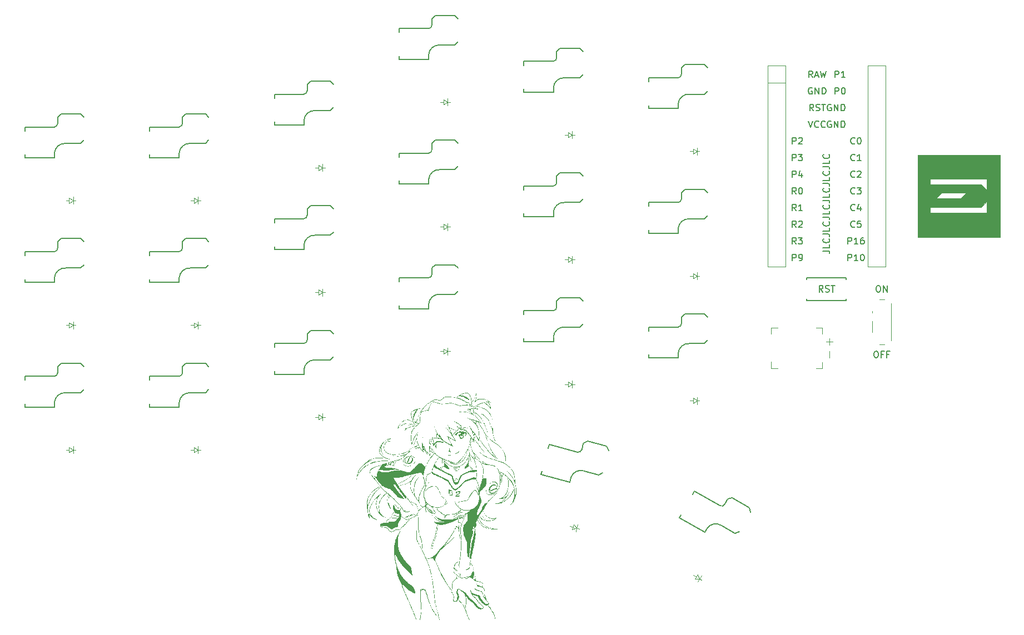
<source format=gbr>
%TF.GenerationSoftware,KiCad,Pcbnew,8.0.6*%
%TF.CreationDate,2024-12-04T22:19:36+00:00*%
%TF.ProjectId,prototype_routed,70726f74-6f74-4797-9065-5f726f757465,v1.0.0*%
%TF.SameCoordinates,Original*%
%TF.FileFunction,Legend,Top*%
%TF.FilePolarity,Positive*%
%FSLAX46Y46*%
G04 Gerber Fmt 4.6, Leading zero omitted, Abs format (unit mm)*
G04 Created by KiCad (PCBNEW 8.0.6) date 2024-12-04 22:19:36*
%MOMM*%
%LPD*%
G01*
G04 APERTURE LIST*
%ADD10C,0.150000*%
%ADD11C,0.000000*%
%ADD12C,0.100000*%
%ADD13C,0.120000*%
%ADD14C,0.010000*%
G04 APERTURE END LIST*
D10*
X263567319Y-135352978D02*
X264281604Y-135352978D01*
X264281604Y-135352978D02*
X264424461Y-135400597D01*
X264424461Y-135400597D02*
X264519700Y-135495835D01*
X264519700Y-135495835D02*
X264567319Y-135638692D01*
X264567319Y-135638692D02*
X264567319Y-135733930D01*
X264567319Y-134400597D02*
X264567319Y-134876787D01*
X264567319Y-134876787D02*
X263567319Y-134876787D01*
X264472080Y-133495835D02*
X264519700Y-133543454D01*
X264519700Y-133543454D02*
X264567319Y-133686311D01*
X264567319Y-133686311D02*
X264567319Y-133781549D01*
X264567319Y-133781549D02*
X264519700Y-133924406D01*
X264519700Y-133924406D02*
X264424461Y-134019644D01*
X264424461Y-134019644D02*
X264329223Y-134067263D01*
X264329223Y-134067263D02*
X264138747Y-134114882D01*
X264138747Y-134114882D02*
X263995890Y-134114882D01*
X263995890Y-134114882D02*
X263805414Y-134067263D01*
X263805414Y-134067263D02*
X263710176Y-134019644D01*
X263710176Y-134019644D02*
X263614938Y-133924406D01*
X263614938Y-133924406D02*
X263567319Y-133781549D01*
X263567319Y-133781549D02*
X263567319Y-133686311D01*
X263567319Y-133686311D02*
X263614938Y-133543454D01*
X263614938Y-133543454D02*
X263662557Y-133495835D01*
X263567319Y-132781549D02*
X264281604Y-132781549D01*
X264281604Y-132781549D02*
X264424461Y-132829168D01*
X264424461Y-132829168D02*
X264519700Y-132924406D01*
X264519700Y-132924406D02*
X264567319Y-133067263D01*
X264567319Y-133067263D02*
X264567319Y-133162501D01*
X264567319Y-131829168D02*
X264567319Y-132305358D01*
X264567319Y-132305358D02*
X263567319Y-132305358D01*
X264472080Y-130924406D02*
X264519700Y-130972025D01*
X264519700Y-130972025D02*
X264567319Y-131114882D01*
X264567319Y-131114882D02*
X264567319Y-131210120D01*
X264567319Y-131210120D02*
X264519700Y-131352977D01*
X264519700Y-131352977D02*
X264424461Y-131448215D01*
X264424461Y-131448215D02*
X264329223Y-131495834D01*
X264329223Y-131495834D02*
X264138747Y-131543453D01*
X264138747Y-131543453D02*
X263995890Y-131543453D01*
X263995890Y-131543453D02*
X263805414Y-131495834D01*
X263805414Y-131495834D02*
X263710176Y-131448215D01*
X263710176Y-131448215D02*
X263614938Y-131352977D01*
X263614938Y-131352977D02*
X263567319Y-131210120D01*
X263567319Y-131210120D02*
X263567319Y-131114882D01*
X263567319Y-131114882D02*
X263614938Y-130972025D01*
X263614938Y-130972025D02*
X263662557Y-130924406D01*
X263567319Y-130210120D02*
X264281604Y-130210120D01*
X264281604Y-130210120D02*
X264424461Y-130257739D01*
X264424461Y-130257739D02*
X264519700Y-130352977D01*
X264519700Y-130352977D02*
X264567319Y-130495834D01*
X264567319Y-130495834D02*
X264567319Y-130591072D01*
X264567319Y-129257739D02*
X264567319Y-129733929D01*
X264567319Y-129733929D02*
X263567319Y-129733929D01*
X264472080Y-128352977D02*
X264519700Y-128400596D01*
X264519700Y-128400596D02*
X264567319Y-128543453D01*
X264567319Y-128543453D02*
X264567319Y-128638691D01*
X264567319Y-128638691D02*
X264519700Y-128781548D01*
X264519700Y-128781548D02*
X264424461Y-128876786D01*
X264424461Y-128876786D02*
X264329223Y-128924405D01*
X264329223Y-128924405D02*
X264138747Y-128972024D01*
X264138747Y-128972024D02*
X263995890Y-128972024D01*
X263995890Y-128972024D02*
X263805414Y-128924405D01*
X263805414Y-128924405D02*
X263710176Y-128876786D01*
X263710176Y-128876786D02*
X263614938Y-128781548D01*
X263614938Y-128781548D02*
X263567319Y-128638691D01*
X263567319Y-128638691D02*
X263567319Y-128543453D01*
X263567319Y-128543453D02*
X263614938Y-128400596D01*
X263614938Y-128400596D02*
X263662557Y-128352977D01*
X263567319Y-127638691D02*
X264281604Y-127638691D01*
X264281604Y-127638691D02*
X264424461Y-127686310D01*
X264424461Y-127686310D02*
X264519700Y-127781548D01*
X264519700Y-127781548D02*
X264567319Y-127924405D01*
X264567319Y-127924405D02*
X264567319Y-128019643D01*
X264567319Y-126686310D02*
X264567319Y-127162500D01*
X264567319Y-127162500D02*
X263567319Y-127162500D01*
X264472080Y-125781548D02*
X264519700Y-125829167D01*
X264519700Y-125829167D02*
X264567319Y-125972024D01*
X264567319Y-125972024D02*
X264567319Y-126067262D01*
X264567319Y-126067262D02*
X264519700Y-126210119D01*
X264519700Y-126210119D02*
X264424461Y-126305357D01*
X264424461Y-126305357D02*
X264329223Y-126352976D01*
X264329223Y-126352976D02*
X264138747Y-126400595D01*
X264138747Y-126400595D02*
X263995890Y-126400595D01*
X263995890Y-126400595D02*
X263805414Y-126352976D01*
X263805414Y-126352976D02*
X263710176Y-126305357D01*
X263710176Y-126305357D02*
X263614938Y-126210119D01*
X263614938Y-126210119D02*
X263567319Y-126067262D01*
X263567319Y-126067262D02*
X263567319Y-125972024D01*
X263567319Y-125972024D02*
X263614938Y-125829167D01*
X263614938Y-125829167D02*
X263662557Y-125781548D01*
X263567319Y-125067262D02*
X264281604Y-125067262D01*
X264281604Y-125067262D02*
X264424461Y-125114881D01*
X264424461Y-125114881D02*
X264519700Y-125210119D01*
X264519700Y-125210119D02*
X264567319Y-125352976D01*
X264567319Y-125352976D02*
X264567319Y-125448214D01*
X264567319Y-124114881D02*
X264567319Y-124591071D01*
X264567319Y-124591071D02*
X263567319Y-124591071D01*
X264472080Y-123210119D02*
X264519700Y-123257738D01*
X264519700Y-123257738D02*
X264567319Y-123400595D01*
X264567319Y-123400595D02*
X264567319Y-123495833D01*
X264567319Y-123495833D02*
X264519700Y-123638690D01*
X264519700Y-123638690D02*
X264424461Y-123733928D01*
X264424461Y-123733928D02*
X264329223Y-123781547D01*
X264329223Y-123781547D02*
X264138747Y-123829166D01*
X264138747Y-123829166D02*
X263995890Y-123829166D01*
X263995890Y-123829166D02*
X263805414Y-123781547D01*
X263805414Y-123781547D02*
X263710176Y-123733928D01*
X263710176Y-123733928D02*
X263614938Y-123638690D01*
X263614938Y-123638690D02*
X263567319Y-123495833D01*
X263567319Y-123495833D02*
X263567319Y-123400595D01*
X263567319Y-123400595D02*
X263614938Y-123257738D01*
X263614938Y-123257738D02*
X263662557Y-123210119D01*
X263567319Y-122495833D02*
X264281604Y-122495833D01*
X264281604Y-122495833D02*
X264424461Y-122543452D01*
X264424461Y-122543452D02*
X264519700Y-122638690D01*
X264519700Y-122638690D02*
X264567319Y-122781547D01*
X264567319Y-122781547D02*
X264567319Y-122876785D01*
X264567319Y-121543452D02*
X264567319Y-122019642D01*
X264567319Y-122019642D02*
X263567319Y-122019642D01*
X264472080Y-120638690D02*
X264519700Y-120686309D01*
X264519700Y-120686309D02*
X264567319Y-120829166D01*
X264567319Y-120829166D02*
X264567319Y-120924404D01*
X264567319Y-120924404D02*
X264519700Y-121067261D01*
X264519700Y-121067261D02*
X264424461Y-121162499D01*
X264424461Y-121162499D02*
X264329223Y-121210118D01*
X264329223Y-121210118D02*
X264138747Y-121257737D01*
X264138747Y-121257737D02*
X263995890Y-121257737D01*
X263995890Y-121257737D02*
X263805414Y-121210118D01*
X263805414Y-121210118D02*
X263710176Y-121162499D01*
X263710176Y-121162499D02*
X263614938Y-121067261D01*
X263614938Y-121067261D02*
X263567319Y-120924404D01*
X263567319Y-120924404D02*
X263567319Y-120829166D01*
X263567319Y-120829166D02*
X263614938Y-120686309D01*
X263614938Y-120686309D02*
X263662557Y-120638690D01*
X271560118Y-150617319D02*
X271750594Y-150617319D01*
X271750594Y-150617319D02*
X271845832Y-150664938D01*
X271845832Y-150664938D02*
X271941070Y-150760176D01*
X271941070Y-150760176D02*
X271988689Y-150950652D01*
X271988689Y-150950652D02*
X271988689Y-151283985D01*
X271988689Y-151283985D02*
X271941070Y-151474461D01*
X271941070Y-151474461D02*
X271845832Y-151569700D01*
X271845832Y-151569700D02*
X271750594Y-151617319D01*
X271750594Y-151617319D02*
X271560118Y-151617319D01*
X271560118Y-151617319D02*
X271464880Y-151569700D01*
X271464880Y-151569700D02*
X271369642Y-151474461D01*
X271369642Y-151474461D02*
X271322023Y-151283985D01*
X271322023Y-151283985D02*
X271322023Y-150950652D01*
X271322023Y-150950652D02*
X271369642Y-150760176D01*
X271369642Y-150760176D02*
X271464880Y-150664938D01*
X271464880Y-150664938D02*
X271560118Y-150617319D01*
X272750594Y-151093509D02*
X272417261Y-151093509D01*
X272417261Y-151617319D02*
X272417261Y-150617319D01*
X272417261Y-150617319D02*
X272893451Y-150617319D01*
X273607737Y-151093509D02*
X273274404Y-151093509D01*
X273274404Y-151617319D02*
X273274404Y-150617319D01*
X273274404Y-150617319D02*
X273750594Y-150617319D01*
X271893451Y-140617319D02*
X272083927Y-140617319D01*
X272083927Y-140617319D02*
X272179165Y-140664938D01*
X272179165Y-140664938D02*
X272274403Y-140760176D01*
X272274403Y-140760176D02*
X272322022Y-140950652D01*
X272322022Y-140950652D02*
X272322022Y-141283985D01*
X272322022Y-141283985D02*
X272274403Y-141474461D01*
X272274403Y-141474461D02*
X272179165Y-141569700D01*
X272179165Y-141569700D02*
X272083927Y-141617319D01*
X272083927Y-141617319D02*
X271893451Y-141617319D01*
X271893451Y-141617319D02*
X271798213Y-141569700D01*
X271798213Y-141569700D02*
X271702975Y-141474461D01*
X271702975Y-141474461D02*
X271655356Y-141283985D01*
X271655356Y-141283985D02*
X271655356Y-140950652D01*
X271655356Y-140950652D02*
X271702975Y-140760176D01*
X271702975Y-140760176D02*
X271798213Y-140664938D01*
X271798213Y-140664938D02*
X271893451Y-140617319D01*
X272750594Y-141617319D02*
X272750594Y-140617319D01*
X272750594Y-140617319D02*
X273322022Y-141617319D01*
X273322022Y-141617319D02*
X273322022Y-140617319D01*
X263564880Y-141617319D02*
X263231547Y-141141128D01*
X262993452Y-141617319D02*
X262993452Y-140617319D01*
X262993452Y-140617319D02*
X263374404Y-140617319D01*
X263374404Y-140617319D02*
X263469642Y-140664938D01*
X263469642Y-140664938D02*
X263517261Y-140712557D01*
X263517261Y-140712557D02*
X263564880Y-140807795D01*
X263564880Y-140807795D02*
X263564880Y-140950652D01*
X263564880Y-140950652D02*
X263517261Y-141045890D01*
X263517261Y-141045890D02*
X263469642Y-141093509D01*
X263469642Y-141093509D02*
X263374404Y-141141128D01*
X263374404Y-141141128D02*
X262993452Y-141141128D01*
X263945833Y-141569700D02*
X264088690Y-141617319D01*
X264088690Y-141617319D02*
X264326785Y-141617319D01*
X264326785Y-141617319D02*
X264422023Y-141569700D01*
X264422023Y-141569700D02*
X264469642Y-141522080D01*
X264469642Y-141522080D02*
X264517261Y-141426842D01*
X264517261Y-141426842D02*
X264517261Y-141331604D01*
X264517261Y-141331604D02*
X264469642Y-141236366D01*
X264469642Y-141236366D02*
X264422023Y-141188747D01*
X264422023Y-141188747D02*
X264326785Y-141141128D01*
X264326785Y-141141128D02*
X264136309Y-141093509D01*
X264136309Y-141093509D02*
X264041071Y-141045890D01*
X264041071Y-141045890D02*
X263993452Y-140998271D01*
X263993452Y-140998271D02*
X263945833Y-140903033D01*
X263945833Y-140903033D02*
X263945833Y-140807795D01*
X263945833Y-140807795D02*
X263993452Y-140712557D01*
X263993452Y-140712557D02*
X264041071Y-140664938D01*
X264041071Y-140664938D02*
X264136309Y-140617319D01*
X264136309Y-140617319D02*
X264374404Y-140617319D01*
X264374404Y-140617319D02*
X264517261Y-140664938D01*
X264802976Y-140617319D02*
X265374404Y-140617319D01*
X265088690Y-141617319D02*
X265088690Y-140617319D01*
X268415833Y-124062080D02*
X268368214Y-124109700D01*
X268368214Y-124109700D02*
X268225357Y-124157319D01*
X268225357Y-124157319D02*
X268130119Y-124157319D01*
X268130119Y-124157319D02*
X267987262Y-124109700D01*
X267987262Y-124109700D02*
X267892024Y-124014461D01*
X267892024Y-124014461D02*
X267844405Y-123919223D01*
X267844405Y-123919223D02*
X267796786Y-123728747D01*
X267796786Y-123728747D02*
X267796786Y-123585890D01*
X267796786Y-123585890D02*
X267844405Y-123395414D01*
X267844405Y-123395414D02*
X267892024Y-123300176D01*
X267892024Y-123300176D02*
X267987262Y-123204938D01*
X267987262Y-123204938D02*
X268130119Y-123157319D01*
X268130119Y-123157319D02*
X268225357Y-123157319D01*
X268225357Y-123157319D02*
X268368214Y-123204938D01*
X268368214Y-123204938D02*
X268415833Y-123252557D01*
X268796786Y-123252557D02*
X268844405Y-123204938D01*
X268844405Y-123204938D02*
X268939643Y-123157319D01*
X268939643Y-123157319D02*
X269177738Y-123157319D01*
X269177738Y-123157319D02*
X269272976Y-123204938D01*
X269272976Y-123204938D02*
X269320595Y-123252557D01*
X269320595Y-123252557D02*
X269368214Y-123347795D01*
X269368214Y-123347795D02*
X269368214Y-123443033D01*
X269368214Y-123443033D02*
X269320595Y-123585890D01*
X269320595Y-123585890D02*
X268749167Y-124157319D01*
X268749167Y-124157319D02*
X269368214Y-124157319D01*
X264800595Y-113044938D02*
X264705357Y-112997319D01*
X264705357Y-112997319D02*
X264562500Y-112997319D01*
X264562500Y-112997319D02*
X264419643Y-113044938D01*
X264419643Y-113044938D02*
X264324405Y-113140176D01*
X264324405Y-113140176D02*
X264276786Y-113235414D01*
X264276786Y-113235414D02*
X264229167Y-113425890D01*
X264229167Y-113425890D02*
X264229167Y-113568747D01*
X264229167Y-113568747D02*
X264276786Y-113759223D01*
X264276786Y-113759223D02*
X264324405Y-113854461D01*
X264324405Y-113854461D02*
X264419643Y-113949700D01*
X264419643Y-113949700D02*
X264562500Y-113997319D01*
X264562500Y-113997319D02*
X264657738Y-113997319D01*
X264657738Y-113997319D02*
X264800595Y-113949700D01*
X264800595Y-113949700D02*
X264848214Y-113902080D01*
X264848214Y-113902080D02*
X264848214Y-113568747D01*
X264848214Y-113568747D02*
X264657738Y-113568747D01*
X265276786Y-113997319D02*
X265276786Y-112997319D01*
X265276786Y-112997319D02*
X265848214Y-113997319D01*
X265848214Y-113997319D02*
X265848214Y-112997319D01*
X266324405Y-113997319D02*
X266324405Y-112997319D01*
X266324405Y-112997319D02*
X266562500Y-112997319D01*
X266562500Y-112997319D02*
X266705357Y-113044938D01*
X266705357Y-113044938D02*
X266800595Y-113140176D01*
X266800595Y-113140176D02*
X266848214Y-113235414D01*
X266848214Y-113235414D02*
X266895833Y-113425890D01*
X266895833Y-113425890D02*
X266895833Y-113568747D01*
X266895833Y-113568747D02*
X266848214Y-113759223D01*
X266848214Y-113759223D02*
X266800595Y-113854461D01*
X266800595Y-113854461D02*
X266705357Y-113949700D01*
X266705357Y-113949700D02*
X266562500Y-113997319D01*
X266562500Y-113997319D02*
X266324405Y-113997319D01*
X268415833Y-118982080D02*
X268368214Y-119029700D01*
X268368214Y-119029700D02*
X268225357Y-119077319D01*
X268225357Y-119077319D02*
X268130119Y-119077319D01*
X268130119Y-119077319D02*
X267987262Y-119029700D01*
X267987262Y-119029700D02*
X267892024Y-118934461D01*
X267892024Y-118934461D02*
X267844405Y-118839223D01*
X267844405Y-118839223D02*
X267796786Y-118648747D01*
X267796786Y-118648747D02*
X267796786Y-118505890D01*
X267796786Y-118505890D02*
X267844405Y-118315414D01*
X267844405Y-118315414D02*
X267892024Y-118220176D01*
X267892024Y-118220176D02*
X267987262Y-118124938D01*
X267987262Y-118124938D02*
X268130119Y-118077319D01*
X268130119Y-118077319D02*
X268225357Y-118077319D01*
X268225357Y-118077319D02*
X268368214Y-118124938D01*
X268368214Y-118124938D02*
X268415833Y-118172557D01*
X269034881Y-118077319D02*
X269130119Y-118077319D01*
X269130119Y-118077319D02*
X269225357Y-118124938D01*
X269225357Y-118124938D02*
X269272976Y-118172557D01*
X269272976Y-118172557D02*
X269320595Y-118267795D01*
X269320595Y-118267795D02*
X269368214Y-118458271D01*
X269368214Y-118458271D02*
X269368214Y-118696366D01*
X269368214Y-118696366D02*
X269320595Y-118886842D01*
X269320595Y-118886842D02*
X269272976Y-118982080D01*
X269272976Y-118982080D02*
X269225357Y-119029700D01*
X269225357Y-119029700D02*
X269130119Y-119077319D01*
X269130119Y-119077319D02*
X269034881Y-119077319D01*
X269034881Y-119077319D02*
X268939643Y-119029700D01*
X268939643Y-119029700D02*
X268892024Y-118982080D01*
X268892024Y-118982080D02*
X268844405Y-118886842D01*
X268844405Y-118886842D02*
X268796786Y-118696366D01*
X268796786Y-118696366D02*
X268796786Y-118458271D01*
X268796786Y-118458271D02*
X268844405Y-118267795D01*
X268844405Y-118267795D02*
X268892024Y-118172557D01*
X268892024Y-118172557D02*
X268939643Y-118124938D01*
X268939643Y-118124938D02*
X269034881Y-118077319D01*
X268415833Y-131682080D02*
X268368214Y-131729700D01*
X268368214Y-131729700D02*
X268225357Y-131777319D01*
X268225357Y-131777319D02*
X268130119Y-131777319D01*
X268130119Y-131777319D02*
X267987262Y-131729700D01*
X267987262Y-131729700D02*
X267892024Y-131634461D01*
X267892024Y-131634461D02*
X267844405Y-131539223D01*
X267844405Y-131539223D02*
X267796786Y-131348747D01*
X267796786Y-131348747D02*
X267796786Y-131205890D01*
X267796786Y-131205890D02*
X267844405Y-131015414D01*
X267844405Y-131015414D02*
X267892024Y-130920176D01*
X267892024Y-130920176D02*
X267987262Y-130824938D01*
X267987262Y-130824938D02*
X268130119Y-130777319D01*
X268130119Y-130777319D02*
X268225357Y-130777319D01*
X268225357Y-130777319D02*
X268368214Y-130824938D01*
X268368214Y-130824938D02*
X268415833Y-130872557D01*
X269320595Y-130777319D02*
X268844405Y-130777319D01*
X268844405Y-130777319D02*
X268796786Y-131253509D01*
X268796786Y-131253509D02*
X268844405Y-131205890D01*
X268844405Y-131205890D02*
X268939643Y-131158271D01*
X268939643Y-131158271D02*
X269177738Y-131158271D01*
X269177738Y-131158271D02*
X269272976Y-131205890D01*
X269272976Y-131205890D02*
X269320595Y-131253509D01*
X269320595Y-131253509D02*
X269368214Y-131348747D01*
X269368214Y-131348747D02*
X269368214Y-131586842D01*
X269368214Y-131586842D02*
X269320595Y-131682080D01*
X269320595Y-131682080D02*
X269272976Y-131729700D01*
X269272976Y-131729700D02*
X269177738Y-131777319D01*
X269177738Y-131777319D02*
X268939643Y-131777319D01*
X268939643Y-131777319D02*
X268844405Y-131729700D01*
X268844405Y-131729700D02*
X268796786Y-131682080D01*
X261900595Y-110504938D02*
X261805357Y-110457319D01*
X261805357Y-110457319D02*
X261662500Y-110457319D01*
X261662500Y-110457319D02*
X261519643Y-110504938D01*
X261519643Y-110504938D02*
X261424405Y-110600176D01*
X261424405Y-110600176D02*
X261376786Y-110695414D01*
X261376786Y-110695414D02*
X261329167Y-110885890D01*
X261329167Y-110885890D02*
X261329167Y-111028747D01*
X261329167Y-111028747D02*
X261376786Y-111219223D01*
X261376786Y-111219223D02*
X261424405Y-111314461D01*
X261424405Y-111314461D02*
X261519643Y-111409700D01*
X261519643Y-111409700D02*
X261662500Y-111457319D01*
X261662500Y-111457319D02*
X261757738Y-111457319D01*
X261757738Y-111457319D02*
X261900595Y-111409700D01*
X261900595Y-111409700D02*
X261948214Y-111362080D01*
X261948214Y-111362080D02*
X261948214Y-111028747D01*
X261948214Y-111028747D02*
X261757738Y-111028747D01*
X262376786Y-111457319D02*
X262376786Y-110457319D01*
X262376786Y-110457319D02*
X262948214Y-111457319D01*
X262948214Y-111457319D02*
X262948214Y-110457319D01*
X263424405Y-111457319D02*
X263424405Y-110457319D01*
X263424405Y-110457319D02*
X263662500Y-110457319D01*
X263662500Y-110457319D02*
X263805357Y-110504938D01*
X263805357Y-110504938D02*
X263900595Y-110600176D01*
X263900595Y-110600176D02*
X263948214Y-110695414D01*
X263948214Y-110695414D02*
X263995833Y-110885890D01*
X263995833Y-110885890D02*
X263995833Y-111028747D01*
X263995833Y-111028747D02*
X263948214Y-111219223D01*
X263948214Y-111219223D02*
X263900595Y-111314461D01*
X263900595Y-111314461D02*
X263805357Y-111409700D01*
X263805357Y-111409700D02*
X263662500Y-111457319D01*
X263662500Y-111457319D02*
X263424405Y-111457319D01*
X267368214Y-136857319D02*
X267368214Y-135857319D01*
X267368214Y-135857319D02*
X267749166Y-135857319D01*
X267749166Y-135857319D02*
X267844404Y-135904938D01*
X267844404Y-135904938D02*
X267892023Y-135952557D01*
X267892023Y-135952557D02*
X267939642Y-136047795D01*
X267939642Y-136047795D02*
X267939642Y-136190652D01*
X267939642Y-136190652D02*
X267892023Y-136285890D01*
X267892023Y-136285890D02*
X267844404Y-136333509D01*
X267844404Y-136333509D02*
X267749166Y-136381128D01*
X267749166Y-136381128D02*
X267368214Y-136381128D01*
X268892023Y-136857319D02*
X268320595Y-136857319D01*
X268606309Y-136857319D02*
X268606309Y-135857319D01*
X268606309Y-135857319D02*
X268511071Y-136000176D01*
X268511071Y-136000176D02*
X268415833Y-136095414D01*
X268415833Y-136095414D02*
X268320595Y-136143033D01*
X269511071Y-135857319D02*
X269606309Y-135857319D01*
X269606309Y-135857319D02*
X269701547Y-135904938D01*
X269701547Y-135904938D02*
X269749166Y-135952557D01*
X269749166Y-135952557D02*
X269796785Y-136047795D01*
X269796785Y-136047795D02*
X269844404Y-136238271D01*
X269844404Y-136238271D02*
X269844404Y-136476366D01*
X269844404Y-136476366D02*
X269796785Y-136666842D01*
X269796785Y-136666842D02*
X269749166Y-136762080D01*
X269749166Y-136762080D02*
X269701547Y-136809700D01*
X269701547Y-136809700D02*
X269606309Y-136857319D01*
X269606309Y-136857319D02*
X269511071Y-136857319D01*
X269511071Y-136857319D02*
X269415833Y-136809700D01*
X269415833Y-136809700D02*
X269368214Y-136762080D01*
X269368214Y-136762080D02*
X269320595Y-136666842D01*
X269320595Y-136666842D02*
X269272976Y-136476366D01*
X269272976Y-136476366D02*
X269272976Y-136238271D01*
X269272976Y-136238271D02*
X269320595Y-136047795D01*
X269320595Y-136047795D02*
X269368214Y-135952557D01*
X269368214Y-135952557D02*
X269415833Y-135904938D01*
X269415833Y-135904938D02*
X269511071Y-135857319D01*
X261972023Y-108917319D02*
X261638690Y-108441128D01*
X261400595Y-108917319D02*
X261400595Y-107917319D01*
X261400595Y-107917319D02*
X261781547Y-107917319D01*
X261781547Y-107917319D02*
X261876785Y-107964938D01*
X261876785Y-107964938D02*
X261924404Y-108012557D01*
X261924404Y-108012557D02*
X261972023Y-108107795D01*
X261972023Y-108107795D02*
X261972023Y-108250652D01*
X261972023Y-108250652D02*
X261924404Y-108345890D01*
X261924404Y-108345890D02*
X261876785Y-108393509D01*
X261876785Y-108393509D02*
X261781547Y-108441128D01*
X261781547Y-108441128D02*
X261400595Y-108441128D01*
X262352976Y-108631604D02*
X262829166Y-108631604D01*
X262257738Y-108917319D02*
X262591071Y-107917319D01*
X262591071Y-107917319D02*
X262924404Y-108917319D01*
X263162500Y-107917319D02*
X263400595Y-108917319D01*
X263400595Y-108917319D02*
X263591071Y-108203033D01*
X263591071Y-108203033D02*
X263781547Y-108917319D01*
X263781547Y-108917319D02*
X264019643Y-107917319D01*
X267368214Y-134317319D02*
X267368214Y-133317319D01*
X267368214Y-133317319D02*
X267749166Y-133317319D01*
X267749166Y-133317319D02*
X267844404Y-133364938D01*
X267844404Y-133364938D02*
X267892023Y-133412557D01*
X267892023Y-133412557D02*
X267939642Y-133507795D01*
X267939642Y-133507795D02*
X267939642Y-133650652D01*
X267939642Y-133650652D02*
X267892023Y-133745890D01*
X267892023Y-133745890D02*
X267844404Y-133793509D01*
X267844404Y-133793509D02*
X267749166Y-133841128D01*
X267749166Y-133841128D02*
X267368214Y-133841128D01*
X268892023Y-134317319D02*
X268320595Y-134317319D01*
X268606309Y-134317319D02*
X268606309Y-133317319D01*
X268606309Y-133317319D02*
X268511071Y-133460176D01*
X268511071Y-133460176D02*
X268415833Y-133555414D01*
X268415833Y-133555414D02*
X268320595Y-133603033D01*
X269749166Y-133317319D02*
X269558690Y-133317319D01*
X269558690Y-133317319D02*
X269463452Y-133364938D01*
X269463452Y-133364938D02*
X269415833Y-133412557D01*
X269415833Y-133412557D02*
X269320595Y-133555414D01*
X269320595Y-133555414D02*
X269272976Y-133745890D01*
X269272976Y-133745890D02*
X269272976Y-134126842D01*
X269272976Y-134126842D02*
X269320595Y-134222080D01*
X269320595Y-134222080D02*
X269368214Y-134269700D01*
X269368214Y-134269700D02*
X269463452Y-134317319D01*
X269463452Y-134317319D02*
X269653928Y-134317319D01*
X269653928Y-134317319D02*
X269749166Y-134269700D01*
X269749166Y-134269700D02*
X269796785Y-134222080D01*
X269796785Y-134222080D02*
X269844404Y-134126842D01*
X269844404Y-134126842D02*
X269844404Y-133888747D01*
X269844404Y-133888747D02*
X269796785Y-133793509D01*
X269796785Y-133793509D02*
X269749166Y-133745890D01*
X269749166Y-133745890D02*
X269653928Y-133698271D01*
X269653928Y-133698271D02*
X269463452Y-133698271D01*
X269463452Y-133698271D02*
X269368214Y-133745890D01*
X269368214Y-133745890D02*
X269320595Y-133793509D01*
X269320595Y-133793509D02*
X269272976Y-133888747D01*
X259475833Y-129237319D02*
X259142500Y-128761128D01*
X258904405Y-129237319D02*
X258904405Y-128237319D01*
X258904405Y-128237319D02*
X259285357Y-128237319D01*
X259285357Y-128237319D02*
X259380595Y-128284938D01*
X259380595Y-128284938D02*
X259428214Y-128332557D01*
X259428214Y-128332557D02*
X259475833Y-128427795D01*
X259475833Y-128427795D02*
X259475833Y-128570652D01*
X259475833Y-128570652D02*
X259428214Y-128665890D01*
X259428214Y-128665890D02*
X259380595Y-128713509D01*
X259380595Y-128713509D02*
X259285357Y-128761128D01*
X259285357Y-128761128D02*
X258904405Y-128761128D01*
X260428214Y-129237319D02*
X259856786Y-129237319D01*
X260142500Y-129237319D02*
X260142500Y-128237319D01*
X260142500Y-128237319D02*
X260047262Y-128380176D01*
X260047262Y-128380176D02*
X259952024Y-128475414D01*
X259952024Y-128475414D02*
X259856786Y-128523033D01*
X259475833Y-126697319D02*
X259142500Y-126221128D01*
X258904405Y-126697319D02*
X258904405Y-125697319D01*
X258904405Y-125697319D02*
X259285357Y-125697319D01*
X259285357Y-125697319D02*
X259380595Y-125744938D01*
X259380595Y-125744938D02*
X259428214Y-125792557D01*
X259428214Y-125792557D02*
X259475833Y-125887795D01*
X259475833Y-125887795D02*
X259475833Y-126030652D01*
X259475833Y-126030652D02*
X259428214Y-126125890D01*
X259428214Y-126125890D02*
X259380595Y-126173509D01*
X259380595Y-126173509D02*
X259285357Y-126221128D01*
X259285357Y-126221128D02*
X258904405Y-126221128D01*
X260094881Y-125697319D02*
X260190119Y-125697319D01*
X260190119Y-125697319D02*
X260285357Y-125744938D01*
X260285357Y-125744938D02*
X260332976Y-125792557D01*
X260332976Y-125792557D02*
X260380595Y-125887795D01*
X260380595Y-125887795D02*
X260428214Y-126078271D01*
X260428214Y-126078271D02*
X260428214Y-126316366D01*
X260428214Y-126316366D02*
X260380595Y-126506842D01*
X260380595Y-126506842D02*
X260332976Y-126602080D01*
X260332976Y-126602080D02*
X260285357Y-126649700D01*
X260285357Y-126649700D02*
X260190119Y-126697319D01*
X260190119Y-126697319D02*
X260094881Y-126697319D01*
X260094881Y-126697319D02*
X259999643Y-126649700D01*
X259999643Y-126649700D02*
X259952024Y-126602080D01*
X259952024Y-126602080D02*
X259904405Y-126506842D01*
X259904405Y-126506842D02*
X259856786Y-126316366D01*
X259856786Y-126316366D02*
X259856786Y-126078271D01*
X259856786Y-126078271D02*
X259904405Y-125887795D01*
X259904405Y-125887795D02*
X259952024Y-125792557D01*
X259952024Y-125792557D02*
X259999643Y-125744938D01*
X259999643Y-125744938D02*
X260094881Y-125697319D01*
X268415833Y-121522080D02*
X268368214Y-121569700D01*
X268368214Y-121569700D02*
X268225357Y-121617319D01*
X268225357Y-121617319D02*
X268130119Y-121617319D01*
X268130119Y-121617319D02*
X267987262Y-121569700D01*
X267987262Y-121569700D02*
X267892024Y-121474461D01*
X267892024Y-121474461D02*
X267844405Y-121379223D01*
X267844405Y-121379223D02*
X267796786Y-121188747D01*
X267796786Y-121188747D02*
X267796786Y-121045890D01*
X267796786Y-121045890D02*
X267844405Y-120855414D01*
X267844405Y-120855414D02*
X267892024Y-120760176D01*
X267892024Y-120760176D02*
X267987262Y-120664938D01*
X267987262Y-120664938D02*
X268130119Y-120617319D01*
X268130119Y-120617319D02*
X268225357Y-120617319D01*
X268225357Y-120617319D02*
X268368214Y-120664938D01*
X268368214Y-120664938D02*
X268415833Y-120712557D01*
X269368214Y-121617319D02*
X268796786Y-121617319D01*
X269082500Y-121617319D02*
X269082500Y-120617319D01*
X269082500Y-120617319D02*
X268987262Y-120760176D01*
X268987262Y-120760176D02*
X268892024Y-120855414D01*
X268892024Y-120855414D02*
X268796786Y-120903033D01*
X258904405Y-136857319D02*
X258904405Y-135857319D01*
X258904405Y-135857319D02*
X259285357Y-135857319D01*
X259285357Y-135857319D02*
X259380595Y-135904938D01*
X259380595Y-135904938D02*
X259428214Y-135952557D01*
X259428214Y-135952557D02*
X259475833Y-136047795D01*
X259475833Y-136047795D02*
X259475833Y-136190652D01*
X259475833Y-136190652D02*
X259428214Y-136285890D01*
X259428214Y-136285890D02*
X259380595Y-136333509D01*
X259380595Y-136333509D02*
X259285357Y-136381128D01*
X259285357Y-136381128D02*
X258904405Y-136381128D01*
X259952024Y-136857319D02*
X260142500Y-136857319D01*
X260142500Y-136857319D02*
X260237738Y-136809700D01*
X260237738Y-136809700D02*
X260285357Y-136762080D01*
X260285357Y-136762080D02*
X260380595Y-136619223D01*
X260380595Y-136619223D02*
X260428214Y-136428747D01*
X260428214Y-136428747D02*
X260428214Y-136047795D01*
X260428214Y-136047795D02*
X260380595Y-135952557D01*
X260380595Y-135952557D02*
X260332976Y-135904938D01*
X260332976Y-135904938D02*
X260237738Y-135857319D01*
X260237738Y-135857319D02*
X260047262Y-135857319D01*
X260047262Y-135857319D02*
X259952024Y-135904938D01*
X259952024Y-135904938D02*
X259904405Y-135952557D01*
X259904405Y-135952557D02*
X259856786Y-136047795D01*
X259856786Y-136047795D02*
X259856786Y-136285890D01*
X259856786Y-136285890D02*
X259904405Y-136381128D01*
X259904405Y-136381128D02*
X259952024Y-136428747D01*
X259952024Y-136428747D02*
X260047262Y-136476366D01*
X260047262Y-136476366D02*
X260237738Y-136476366D01*
X260237738Y-136476366D02*
X260332976Y-136428747D01*
X260332976Y-136428747D02*
X260380595Y-136381128D01*
X260380595Y-136381128D02*
X260428214Y-136285890D01*
X259475833Y-134317319D02*
X259142500Y-133841128D01*
X258904405Y-134317319D02*
X258904405Y-133317319D01*
X258904405Y-133317319D02*
X259285357Y-133317319D01*
X259285357Y-133317319D02*
X259380595Y-133364938D01*
X259380595Y-133364938D02*
X259428214Y-133412557D01*
X259428214Y-133412557D02*
X259475833Y-133507795D01*
X259475833Y-133507795D02*
X259475833Y-133650652D01*
X259475833Y-133650652D02*
X259428214Y-133745890D01*
X259428214Y-133745890D02*
X259380595Y-133793509D01*
X259380595Y-133793509D02*
X259285357Y-133841128D01*
X259285357Y-133841128D02*
X258904405Y-133841128D01*
X259809167Y-133317319D02*
X260428214Y-133317319D01*
X260428214Y-133317319D02*
X260094881Y-133698271D01*
X260094881Y-133698271D02*
X260237738Y-133698271D01*
X260237738Y-133698271D02*
X260332976Y-133745890D01*
X260332976Y-133745890D02*
X260380595Y-133793509D01*
X260380595Y-133793509D02*
X260428214Y-133888747D01*
X260428214Y-133888747D02*
X260428214Y-134126842D01*
X260428214Y-134126842D02*
X260380595Y-134222080D01*
X260380595Y-134222080D02*
X260332976Y-134269700D01*
X260332976Y-134269700D02*
X260237738Y-134317319D01*
X260237738Y-134317319D02*
X259952024Y-134317319D01*
X259952024Y-134317319D02*
X259856786Y-134269700D01*
X259856786Y-134269700D02*
X259809167Y-134222080D01*
X261329168Y-115537318D02*
X261662501Y-116537318D01*
X261662501Y-116537318D02*
X261995834Y-115537318D01*
X262900596Y-116442079D02*
X262852977Y-116489699D01*
X262852977Y-116489699D02*
X262710120Y-116537318D01*
X262710120Y-116537318D02*
X262614882Y-116537318D01*
X262614882Y-116537318D02*
X262472025Y-116489699D01*
X262472025Y-116489699D02*
X262376787Y-116394460D01*
X262376787Y-116394460D02*
X262329168Y-116299222D01*
X262329168Y-116299222D02*
X262281549Y-116108746D01*
X262281549Y-116108746D02*
X262281549Y-115965889D01*
X262281549Y-115965889D02*
X262329168Y-115775413D01*
X262329168Y-115775413D02*
X262376787Y-115680175D01*
X262376787Y-115680175D02*
X262472025Y-115584937D01*
X262472025Y-115584937D02*
X262614882Y-115537318D01*
X262614882Y-115537318D02*
X262710120Y-115537318D01*
X262710120Y-115537318D02*
X262852977Y-115584937D01*
X262852977Y-115584937D02*
X262900596Y-115632556D01*
X263900596Y-116442079D02*
X263852977Y-116489699D01*
X263852977Y-116489699D02*
X263710120Y-116537318D01*
X263710120Y-116537318D02*
X263614882Y-116537318D01*
X263614882Y-116537318D02*
X263472025Y-116489699D01*
X263472025Y-116489699D02*
X263376787Y-116394460D01*
X263376787Y-116394460D02*
X263329168Y-116299222D01*
X263329168Y-116299222D02*
X263281549Y-116108746D01*
X263281549Y-116108746D02*
X263281549Y-115965889D01*
X263281549Y-115965889D02*
X263329168Y-115775413D01*
X263329168Y-115775413D02*
X263376787Y-115680175D01*
X263376787Y-115680175D02*
X263472025Y-115584937D01*
X263472025Y-115584937D02*
X263614882Y-115537318D01*
X263614882Y-115537318D02*
X263710120Y-115537318D01*
X263710120Y-115537318D02*
X263852977Y-115584937D01*
X263852977Y-115584937D02*
X263900596Y-115632556D01*
X264800595Y-115584938D02*
X264705357Y-115537319D01*
X264705357Y-115537319D02*
X264562500Y-115537319D01*
X264562500Y-115537319D02*
X264419643Y-115584938D01*
X264419643Y-115584938D02*
X264324405Y-115680176D01*
X264324405Y-115680176D02*
X264276786Y-115775414D01*
X264276786Y-115775414D02*
X264229167Y-115965890D01*
X264229167Y-115965890D02*
X264229167Y-116108747D01*
X264229167Y-116108747D02*
X264276786Y-116299223D01*
X264276786Y-116299223D02*
X264324405Y-116394461D01*
X264324405Y-116394461D02*
X264419643Y-116489700D01*
X264419643Y-116489700D02*
X264562500Y-116537319D01*
X264562500Y-116537319D02*
X264657738Y-116537319D01*
X264657738Y-116537319D02*
X264800595Y-116489700D01*
X264800595Y-116489700D02*
X264848214Y-116442080D01*
X264848214Y-116442080D02*
X264848214Y-116108747D01*
X264848214Y-116108747D02*
X264657738Y-116108747D01*
X265276786Y-116537319D02*
X265276786Y-115537319D01*
X265276786Y-115537319D02*
X265848214Y-116537319D01*
X265848214Y-116537319D02*
X265848214Y-115537319D01*
X266324405Y-116537319D02*
X266324405Y-115537319D01*
X266324405Y-115537319D02*
X266562500Y-115537319D01*
X266562500Y-115537319D02*
X266705357Y-115584938D01*
X266705357Y-115584938D02*
X266800595Y-115680176D01*
X266800595Y-115680176D02*
X266848214Y-115775414D01*
X266848214Y-115775414D02*
X266895833Y-115965890D01*
X266895833Y-115965890D02*
X266895833Y-116108747D01*
X266895833Y-116108747D02*
X266848214Y-116299223D01*
X266848214Y-116299223D02*
X266800595Y-116394461D01*
X266800595Y-116394461D02*
X266705357Y-116489700D01*
X266705357Y-116489700D02*
X266562500Y-116537319D01*
X266562500Y-116537319D02*
X266324405Y-116537319D01*
X258904405Y-119077319D02*
X258904405Y-118077319D01*
X258904405Y-118077319D02*
X259285357Y-118077319D01*
X259285357Y-118077319D02*
X259380595Y-118124938D01*
X259380595Y-118124938D02*
X259428214Y-118172557D01*
X259428214Y-118172557D02*
X259475833Y-118267795D01*
X259475833Y-118267795D02*
X259475833Y-118410652D01*
X259475833Y-118410652D02*
X259428214Y-118505890D01*
X259428214Y-118505890D02*
X259380595Y-118553509D01*
X259380595Y-118553509D02*
X259285357Y-118601128D01*
X259285357Y-118601128D02*
X258904405Y-118601128D01*
X259856786Y-118172557D02*
X259904405Y-118124938D01*
X259904405Y-118124938D02*
X259999643Y-118077319D01*
X259999643Y-118077319D02*
X260237738Y-118077319D01*
X260237738Y-118077319D02*
X260332976Y-118124938D01*
X260332976Y-118124938D02*
X260380595Y-118172557D01*
X260380595Y-118172557D02*
X260428214Y-118267795D01*
X260428214Y-118267795D02*
X260428214Y-118363033D01*
X260428214Y-118363033D02*
X260380595Y-118505890D01*
X260380595Y-118505890D02*
X259809167Y-119077319D01*
X259809167Y-119077319D02*
X260428214Y-119077319D01*
X259475833Y-131777320D02*
X259142500Y-131301129D01*
X258904405Y-131777320D02*
X258904405Y-130777320D01*
X258904405Y-130777320D02*
X259285357Y-130777320D01*
X259285357Y-130777320D02*
X259380595Y-130824939D01*
X259380595Y-130824939D02*
X259428214Y-130872558D01*
X259428214Y-130872558D02*
X259475833Y-130967796D01*
X259475833Y-130967796D02*
X259475833Y-131110653D01*
X259475833Y-131110653D02*
X259428214Y-131205891D01*
X259428214Y-131205891D02*
X259380595Y-131253510D01*
X259380595Y-131253510D02*
X259285357Y-131301129D01*
X259285357Y-131301129D02*
X258904405Y-131301129D01*
X259856786Y-130872558D02*
X259904405Y-130824939D01*
X259904405Y-130824939D02*
X259999643Y-130777320D01*
X259999643Y-130777320D02*
X260237738Y-130777320D01*
X260237738Y-130777320D02*
X260332976Y-130824939D01*
X260332976Y-130824939D02*
X260380595Y-130872558D01*
X260380595Y-130872558D02*
X260428214Y-130967796D01*
X260428214Y-130967796D02*
X260428214Y-131063034D01*
X260428214Y-131063034D02*
X260380595Y-131205891D01*
X260380595Y-131205891D02*
X259809167Y-131777320D01*
X259809167Y-131777320D02*
X260428214Y-131777320D01*
X258904405Y-121617319D02*
X258904405Y-120617319D01*
X258904405Y-120617319D02*
X259285357Y-120617319D01*
X259285357Y-120617319D02*
X259380595Y-120664938D01*
X259380595Y-120664938D02*
X259428214Y-120712557D01*
X259428214Y-120712557D02*
X259475833Y-120807795D01*
X259475833Y-120807795D02*
X259475833Y-120950652D01*
X259475833Y-120950652D02*
X259428214Y-121045890D01*
X259428214Y-121045890D02*
X259380595Y-121093509D01*
X259380595Y-121093509D02*
X259285357Y-121141128D01*
X259285357Y-121141128D02*
X258904405Y-121141128D01*
X259809167Y-120617319D02*
X260428214Y-120617319D01*
X260428214Y-120617319D02*
X260094881Y-120998271D01*
X260094881Y-120998271D02*
X260237738Y-120998271D01*
X260237738Y-120998271D02*
X260332976Y-121045890D01*
X260332976Y-121045890D02*
X260380595Y-121093509D01*
X260380595Y-121093509D02*
X260428214Y-121188747D01*
X260428214Y-121188747D02*
X260428214Y-121426842D01*
X260428214Y-121426842D02*
X260380595Y-121522080D01*
X260380595Y-121522080D02*
X260332976Y-121569700D01*
X260332976Y-121569700D02*
X260237738Y-121617319D01*
X260237738Y-121617319D02*
X259952024Y-121617319D01*
X259952024Y-121617319D02*
X259856786Y-121569700D01*
X259856786Y-121569700D02*
X259809167Y-121522080D01*
X265414405Y-111457319D02*
X265414405Y-110457319D01*
X265414405Y-110457319D02*
X265795357Y-110457319D01*
X265795357Y-110457319D02*
X265890595Y-110504938D01*
X265890595Y-110504938D02*
X265938214Y-110552557D01*
X265938214Y-110552557D02*
X265985833Y-110647795D01*
X265985833Y-110647795D02*
X265985833Y-110790652D01*
X265985833Y-110790652D02*
X265938214Y-110885890D01*
X265938214Y-110885890D02*
X265890595Y-110933509D01*
X265890595Y-110933509D02*
X265795357Y-110981128D01*
X265795357Y-110981128D02*
X265414405Y-110981128D01*
X266604881Y-110457319D02*
X266700119Y-110457319D01*
X266700119Y-110457319D02*
X266795357Y-110504938D01*
X266795357Y-110504938D02*
X266842976Y-110552557D01*
X266842976Y-110552557D02*
X266890595Y-110647795D01*
X266890595Y-110647795D02*
X266938214Y-110838271D01*
X266938214Y-110838271D02*
X266938214Y-111076366D01*
X266938214Y-111076366D02*
X266890595Y-111266842D01*
X266890595Y-111266842D02*
X266842976Y-111362080D01*
X266842976Y-111362080D02*
X266795357Y-111409700D01*
X266795357Y-111409700D02*
X266700119Y-111457319D01*
X266700119Y-111457319D02*
X266604881Y-111457319D01*
X266604881Y-111457319D02*
X266509643Y-111409700D01*
X266509643Y-111409700D02*
X266462024Y-111362080D01*
X266462024Y-111362080D02*
X266414405Y-111266842D01*
X266414405Y-111266842D02*
X266366786Y-111076366D01*
X266366786Y-111076366D02*
X266366786Y-110838271D01*
X266366786Y-110838271D02*
X266414405Y-110647795D01*
X266414405Y-110647795D02*
X266462024Y-110552557D01*
X266462024Y-110552557D02*
X266509643Y-110504938D01*
X266509643Y-110504938D02*
X266604881Y-110457319D01*
X268415833Y-126602080D02*
X268368214Y-126649700D01*
X268368214Y-126649700D02*
X268225357Y-126697319D01*
X268225357Y-126697319D02*
X268130119Y-126697319D01*
X268130119Y-126697319D02*
X267987262Y-126649700D01*
X267987262Y-126649700D02*
X267892024Y-126554461D01*
X267892024Y-126554461D02*
X267844405Y-126459223D01*
X267844405Y-126459223D02*
X267796786Y-126268747D01*
X267796786Y-126268747D02*
X267796786Y-126125890D01*
X267796786Y-126125890D02*
X267844405Y-125935414D01*
X267844405Y-125935414D02*
X267892024Y-125840176D01*
X267892024Y-125840176D02*
X267987262Y-125744938D01*
X267987262Y-125744938D02*
X268130119Y-125697319D01*
X268130119Y-125697319D02*
X268225357Y-125697319D01*
X268225357Y-125697319D02*
X268368214Y-125744938D01*
X268368214Y-125744938D02*
X268415833Y-125792557D01*
X268749167Y-125697319D02*
X269368214Y-125697319D01*
X269368214Y-125697319D02*
X269034881Y-126078271D01*
X269034881Y-126078271D02*
X269177738Y-126078271D01*
X269177738Y-126078271D02*
X269272976Y-126125890D01*
X269272976Y-126125890D02*
X269320595Y-126173509D01*
X269320595Y-126173509D02*
X269368214Y-126268747D01*
X269368214Y-126268747D02*
X269368214Y-126506842D01*
X269368214Y-126506842D02*
X269320595Y-126602080D01*
X269320595Y-126602080D02*
X269272976Y-126649700D01*
X269272976Y-126649700D02*
X269177738Y-126697319D01*
X269177738Y-126697319D02*
X268892024Y-126697319D01*
X268892024Y-126697319D02*
X268796786Y-126649700D01*
X268796786Y-126649700D02*
X268749167Y-126602080D01*
X262114880Y-113997319D02*
X261781547Y-113521128D01*
X261543452Y-113997319D02*
X261543452Y-112997319D01*
X261543452Y-112997319D02*
X261924404Y-112997319D01*
X261924404Y-112997319D02*
X262019642Y-113044938D01*
X262019642Y-113044938D02*
X262067261Y-113092557D01*
X262067261Y-113092557D02*
X262114880Y-113187795D01*
X262114880Y-113187795D02*
X262114880Y-113330652D01*
X262114880Y-113330652D02*
X262067261Y-113425890D01*
X262067261Y-113425890D02*
X262019642Y-113473509D01*
X262019642Y-113473509D02*
X261924404Y-113521128D01*
X261924404Y-113521128D02*
X261543452Y-113521128D01*
X262495833Y-113949700D02*
X262638690Y-113997319D01*
X262638690Y-113997319D02*
X262876785Y-113997319D01*
X262876785Y-113997319D02*
X262972023Y-113949700D01*
X262972023Y-113949700D02*
X263019642Y-113902080D01*
X263019642Y-113902080D02*
X263067261Y-113806842D01*
X263067261Y-113806842D02*
X263067261Y-113711604D01*
X263067261Y-113711604D02*
X263019642Y-113616366D01*
X263019642Y-113616366D02*
X262972023Y-113568747D01*
X262972023Y-113568747D02*
X262876785Y-113521128D01*
X262876785Y-113521128D02*
X262686309Y-113473509D01*
X262686309Y-113473509D02*
X262591071Y-113425890D01*
X262591071Y-113425890D02*
X262543452Y-113378271D01*
X262543452Y-113378271D02*
X262495833Y-113283033D01*
X262495833Y-113283033D02*
X262495833Y-113187795D01*
X262495833Y-113187795D02*
X262543452Y-113092557D01*
X262543452Y-113092557D02*
X262591071Y-113044938D01*
X262591071Y-113044938D02*
X262686309Y-112997319D01*
X262686309Y-112997319D02*
X262924404Y-112997319D01*
X262924404Y-112997319D02*
X263067261Y-113044938D01*
X263352976Y-112997319D02*
X263924404Y-112997319D01*
X263638690Y-113997319D02*
X263638690Y-112997319D01*
X268415833Y-129142080D02*
X268368214Y-129189700D01*
X268368214Y-129189700D02*
X268225357Y-129237319D01*
X268225357Y-129237319D02*
X268130119Y-129237319D01*
X268130119Y-129237319D02*
X267987262Y-129189700D01*
X267987262Y-129189700D02*
X267892024Y-129094461D01*
X267892024Y-129094461D02*
X267844405Y-128999223D01*
X267844405Y-128999223D02*
X267796786Y-128808747D01*
X267796786Y-128808747D02*
X267796786Y-128665890D01*
X267796786Y-128665890D02*
X267844405Y-128475414D01*
X267844405Y-128475414D02*
X267892024Y-128380176D01*
X267892024Y-128380176D02*
X267987262Y-128284938D01*
X267987262Y-128284938D02*
X268130119Y-128237319D01*
X268130119Y-128237319D02*
X268225357Y-128237319D01*
X268225357Y-128237319D02*
X268368214Y-128284938D01*
X268368214Y-128284938D02*
X268415833Y-128332557D01*
X269272976Y-128570652D02*
X269272976Y-129237319D01*
X269034881Y-128189700D02*
X268796786Y-128903985D01*
X268796786Y-128903985D02*
X269415833Y-128903985D01*
X258904405Y-124157319D02*
X258904405Y-123157319D01*
X258904405Y-123157319D02*
X259285357Y-123157319D01*
X259285357Y-123157319D02*
X259380595Y-123204938D01*
X259380595Y-123204938D02*
X259428214Y-123252557D01*
X259428214Y-123252557D02*
X259475833Y-123347795D01*
X259475833Y-123347795D02*
X259475833Y-123490652D01*
X259475833Y-123490652D02*
X259428214Y-123585890D01*
X259428214Y-123585890D02*
X259380595Y-123633509D01*
X259380595Y-123633509D02*
X259285357Y-123681128D01*
X259285357Y-123681128D02*
X258904405Y-123681128D01*
X260332976Y-123490652D02*
X260332976Y-124157319D01*
X260094881Y-123109700D02*
X259856786Y-123823985D01*
X259856786Y-123823985D02*
X260475833Y-123823985D01*
X265414405Y-108917319D02*
X265414405Y-107917319D01*
X265414405Y-107917319D02*
X265795357Y-107917319D01*
X265795357Y-107917319D02*
X265890595Y-107964938D01*
X265890595Y-107964938D02*
X265938214Y-108012557D01*
X265938214Y-108012557D02*
X265985833Y-108107795D01*
X265985833Y-108107795D02*
X265985833Y-108250652D01*
X265985833Y-108250652D02*
X265938214Y-108345890D01*
X265938214Y-108345890D02*
X265890595Y-108393509D01*
X265890595Y-108393509D02*
X265795357Y-108441128D01*
X265795357Y-108441128D02*
X265414405Y-108441128D01*
X266938214Y-108917319D02*
X266366786Y-108917319D01*
X266652500Y-108917319D02*
X266652500Y-107917319D01*
X266652500Y-107917319D02*
X266557262Y-108060176D01*
X266557262Y-108060176D02*
X266462024Y-108155414D01*
X266462024Y-108155414D02*
X266366786Y-108203033D01*
D11*
%TO.C,Asuka*%
G36*
X199242852Y-177947551D02*
G01*
X199236536Y-177963420D01*
X199219251Y-178001318D01*
X199193495Y-178055896D01*
X199161766Y-178121806D01*
X199155135Y-178135441D01*
X199086793Y-178278510D01*
X199031714Y-178401237D01*
X198987918Y-178509713D01*
X198953429Y-178610029D01*
X198926269Y-178708274D01*
X198904460Y-178810540D01*
X198886027Y-178922917D01*
X198876154Y-178994727D01*
X198843869Y-179294845D01*
X198825918Y-179587265D01*
X198822218Y-179868380D01*
X198832688Y-180134581D01*
X198857246Y-180382260D01*
X198895807Y-180607808D01*
X198914906Y-180690114D01*
X198938257Y-180775006D01*
X198966668Y-180862337D01*
X199002055Y-180956948D01*
X199046337Y-181063682D01*
X199101431Y-181187378D01*
X199169254Y-181332880D01*
X199170764Y-181336066D01*
X199295812Y-181587387D01*
X199426655Y-181824268D01*
X199566307Y-182050882D01*
X199717784Y-182271404D01*
X199884099Y-182490007D01*
X200068267Y-182710865D01*
X200273303Y-182938151D01*
X200492992Y-183166696D01*
X200575279Y-183251046D01*
X200638784Y-183318759D01*
X200687002Y-183374041D01*
X200723430Y-183421098D01*
X200751568Y-183464136D01*
X200772939Y-183503402D01*
X200809017Y-183589138D01*
X200842197Y-183693261D01*
X200868976Y-183803651D01*
X200882813Y-183883693D01*
X200886923Y-183908454D01*
X200895620Y-183957479D01*
X200907869Y-184025047D01*
X200922634Y-184105434D01*
X200933848Y-184165916D01*
X200965655Y-184340391D01*
X200990779Y-184486396D01*
X201009373Y-184605198D01*
X201021591Y-184698060D01*
X201027587Y-184766249D01*
X201027514Y-184811028D01*
X201021525Y-184833665D01*
X201015348Y-184837147D01*
X201002413Y-184826466D01*
X200970865Y-184796024D01*
X200923060Y-184748221D01*
X200861355Y-184685457D01*
X200788106Y-184610132D01*
X200705672Y-184524645D01*
X200616407Y-184431398D01*
X200599642Y-184413813D01*
X200491295Y-184300119D01*
X200373783Y-184176851D01*
X200252569Y-184049737D01*
X200133118Y-183924506D01*
X200020893Y-183806888D01*
X199921359Y-183702610D01*
X199875767Y-183654864D01*
X199789880Y-183564805D01*
X199705807Y-183476402D01*
X199627272Y-183393589D01*
X199557996Y-183320297D01*
X199501702Y-183260460D01*
X199462111Y-183218010D01*
X199456995Y-183212462D01*
X199409595Y-183158119D01*
X199351674Y-183087272D01*
X199286264Y-183004062D01*
X199216395Y-182912628D01*
X199145099Y-182817111D01*
X199075408Y-182721652D01*
X199010352Y-182630391D01*
X198952963Y-182547467D01*
X198906273Y-182477023D01*
X198873312Y-182423197D01*
X198859459Y-182396306D01*
X198846063Y-182372004D01*
X198821174Y-182332104D01*
X198795996Y-182293929D01*
X198727232Y-182182086D01*
X198655713Y-182047867D01*
X198584411Y-181898395D01*
X198516304Y-181740788D01*
X198454364Y-181582169D01*
X198401567Y-181429656D01*
X198360887Y-181290371D01*
X198341495Y-181205990D01*
X198329458Y-181149842D01*
X198321079Y-181121605D01*
X198316116Y-181118930D01*
X198314330Y-181139467D01*
X198315479Y-181180867D01*
X198319323Y-181240781D01*
X198325621Y-181316859D01*
X198334133Y-181406752D01*
X198344617Y-181508110D01*
X198356833Y-181618584D01*
X198370540Y-181735825D01*
X198385498Y-181857484D01*
X198401466Y-181981210D01*
X198418203Y-182104655D01*
X198435468Y-182225469D01*
X198453021Y-182341304D01*
X198466249Y-182423614D01*
X198519192Y-182706514D01*
X198584539Y-182992992D01*
X198660253Y-183275813D01*
X198744296Y-183547743D01*
X198834629Y-183801548D01*
X198899894Y-183963103D01*
X198945206Y-184062819D01*
X199002108Y-184178454D01*
X199065519Y-184300377D01*
X199130358Y-184418952D01*
X199191546Y-184524547D01*
X199222240Y-184574290D01*
X199248940Y-184617554D01*
X199267440Y-184649976D01*
X199273363Y-184663312D01*
X199281697Y-184680368D01*
X199304343Y-184716987D01*
X199337765Y-184767985D01*
X199378426Y-184828178D01*
X199422791Y-184892384D01*
X199467323Y-184955419D01*
X199508486Y-185012099D01*
X199537650Y-185050720D01*
X199575508Y-185097650D01*
X199626400Y-185158109D01*
X199686245Y-185227514D01*
X199750959Y-185301282D01*
X199816459Y-185374829D01*
X199878662Y-185443572D01*
X199933486Y-185502927D01*
X199976847Y-185548311D01*
X200004663Y-185575140D01*
X200005169Y-185575571D01*
X200034473Y-185601284D01*
X200077629Y-185640162D01*
X200126172Y-185684566D01*
X200134838Y-185692565D01*
X200182054Y-185735368D01*
X200247035Y-185793095D01*
X200324274Y-185860937D01*
X200408264Y-185934088D01*
X200493498Y-186007740D01*
X200574469Y-186077085D01*
X200606413Y-186104221D01*
X200640074Y-186133127D01*
X200665148Y-186155335D01*
X200667434Y-186157452D01*
X200693469Y-186179438D01*
X200732092Y-186209392D01*
X200775947Y-186241953D01*
X200817678Y-186271758D01*
X200849927Y-186293444D01*
X200865257Y-186301651D01*
X200883805Y-186310734D01*
X200919538Y-186334846D01*
X200966374Y-186369281D01*
X201018228Y-186409335D01*
X201069016Y-186450303D01*
X201112656Y-186487480D01*
X201143062Y-186516161D01*
X201144238Y-186517407D01*
X201168733Y-186545042D01*
X201189676Y-186573312D01*
X201209570Y-186607255D01*
X201230917Y-186651911D01*
X201256219Y-186712315D01*
X201287979Y-186793508D01*
X201309863Y-186850840D01*
X201361095Y-186990536D01*
X201399780Y-187108055D01*
X201427181Y-187208432D01*
X201444559Y-187296697D01*
X201453175Y-187377882D01*
X201454675Y-187428424D01*
X201454864Y-187555978D01*
X201397657Y-187545418D01*
X201291946Y-187516085D01*
X201169084Y-187464715D01*
X201031259Y-187392869D01*
X200880660Y-187302110D01*
X200719476Y-187193997D01*
X200549897Y-187070091D01*
X200374111Y-186931954D01*
X200194307Y-186781147D01*
X200012675Y-186619230D01*
X199831402Y-186447764D01*
X199760783Y-186378149D01*
X199687733Y-186304361D01*
X199614709Y-186228961D01*
X199547456Y-186157997D01*
X199491719Y-186097515D01*
X199459491Y-186060989D01*
X199419263Y-186015167D01*
X199387539Y-185981654D01*
X199368498Y-185964716D01*
X199364894Y-185964426D01*
X199370460Y-185991730D01*
X199386344Y-186044012D01*
X199411325Y-186118007D01*
X199444185Y-186210450D01*
X199483704Y-186318074D01*
X199528662Y-186437614D01*
X199577838Y-186565803D01*
X199630014Y-186699376D01*
X199683970Y-186835067D01*
X199738485Y-186969610D01*
X199758637Y-187018648D01*
X199787763Y-187087790D01*
X199826162Y-187176776D01*
X199871819Y-187281120D01*
X199922721Y-187396339D01*
X199976853Y-187517947D01*
X200032202Y-187641460D01*
X200086753Y-187762392D01*
X200138493Y-187876261D01*
X200185407Y-187978579D01*
X200225482Y-188064864D01*
X200256702Y-188130630D01*
X200271490Y-188160638D01*
X200299538Y-188220741D01*
X200325806Y-188284629D01*
X200335382Y-188311077D01*
X200352061Y-188355383D01*
X200377871Y-188418026D01*
X200408917Y-188489747D01*
X200433409Y-188544174D01*
X200464793Y-188613834D01*
X200504059Y-188702786D01*
X200547337Y-188802165D01*
X200590759Y-188903106D01*
X200616524Y-188963693D01*
X200651959Y-189046921D01*
X200683830Y-189120752D01*
X200710058Y-189180449D01*
X200728561Y-189221272D01*
X200737109Y-189238288D01*
X200747407Y-189258266D01*
X200766174Y-189299477D01*
X200790281Y-189354937D01*
X200805459Y-189390840D01*
X200833953Y-189458410D01*
X200861447Y-189522726D01*
X200883564Y-189573584D01*
X200890505Y-189589159D01*
X200904546Y-189621472D01*
X200927972Y-189676794D01*
X200958598Y-189749904D01*
X200994238Y-189835579D01*
X201032708Y-189928597D01*
X201043705Y-189955285D01*
X201083119Y-190050681D01*
X201120841Y-190141371D01*
X201154550Y-190221817D01*
X201181923Y-190286482D01*
X201200638Y-190329828D01*
X201203683Y-190336666D01*
X201231286Y-190399394D01*
X201261302Y-190469971D01*
X201291103Y-190541923D01*
X201318063Y-190608779D01*
X201339555Y-190664067D01*
X201352950Y-190701312D01*
X201355886Y-190711616D01*
X201363322Y-190734699D01*
X201380529Y-190781125D01*
X201405578Y-190846058D01*
X201436538Y-190924662D01*
X201471481Y-191012103D01*
X201508477Y-191103544D01*
X201545597Y-191194150D01*
X201580911Y-191279087D01*
X201605725Y-191337739D01*
X201640484Y-191426649D01*
X201661414Y-191497408D01*
X201668112Y-191547721D01*
X201660177Y-191575295D01*
X201648218Y-191579970D01*
X201636917Y-191566156D01*
X201615554Y-191526272D01*
X201585204Y-191462655D01*
X201546940Y-191377639D01*
X201501836Y-191273562D01*
X201450967Y-191152758D01*
X201443077Y-191133753D01*
X201396166Y-191020403D01*
X201351717Y-190912714D01*
X201311439Y-190814844D01*
X201277038Y-190730953D01*
X201250221Y-190665199D01*
X201232697Y-190621741D01*
X201228566Y-190611261D01*
X201181893Y-190493211D01*
X201123998Y-190350552D01*
X201056245Y-190186474D01*
X200979992Y-190004162D01*
X200896602Y-189806804D01*
X200807435Y-189597589D01*
X200713852Y-189379704D01*
X200617214Y-189156336D01*
X200518881Y-188930672D01*
X200420215Y-188705901D01*
X200322577Y-188485210D01*
X200280966Y-188391731D01*
X200232087Y-188282460D01*
X200185494Y-188178907D01*
X200143110Y-188085295D01*
X200106855Y-188005848D01*
X200078650Y-187944788D01*
X200060416Y-187906338D01*
X200057640Y-187900752D01*
X200015821Y-187814049D01*
X199965156Y-187702019D01*
X199907013Y-187568086D01*
X199842757Y-187415673D01*
X199773756Y-187248205D01*
X199701376Y-187069106D01*
X199626985Y-186881798D01*
X199551949Y-186689706D01*
X199477634Y-186496254D01*
X199405409Y-186304865D01*
X199336638Y-186118964D01*
X199272690Y-185941973D01*
X199249112Y-185875416D01*
X199219014Y-185795468D01*
X199186461Y-185718091D01*
X199155371Y-185652115D01*
X199129673Y-185606379D01*
X199020138Y-185419667D01*
X198921442Y-185206919D01*
X198834293Y-184970879D01*
X198759400Y-184714290D01*
X198697470Y-184439897D01*
X198649212Y-184150442D01*
X198615332Y-183848669D01*
X198596649Y-183540450D01*
X198590876Y-183434944D01*
X198580897Y-183348431D01*
X198565088Y-183269505D01*
X198550297Y-183214749D01*
X198500233Y-183028893D01*
X198451652Y-182819539D01*
X198405850Y-182593700D01*
X198364125Y-182358388D01*
X198327775Y-182120614D01*
X198298096Y-181887392D01*
X198288830Y-181801351D01*
X198263016Y-181520030D01*
X198245712Y-181263680D01*
X198236901Y-181027974D01*
X198236565Y-180808589D01*
X198244688Y-180601199D01*
X198261251Y-180401479D01*
X198282591Y-180230060D01*
X198299249Y-180115948D01*
X198313635Y-180023687D01*
X198327386Y-179944869D01*
X198342137Y-179871087D01*
X198359523Y-179793932D01*
X198381180Y-179704996D01*
X198396841Y-179642732D01*
X198449148Y-179447694D01*
X198501594Y-179277457D01*
X198556495Y-179126393D01*
X198616167Y-178988869D01*
X198682925Y-178859256D01*
X198759086Y-178731922D01*
X198792470Y-178680712D01*
X198841835Y-178602090D01*
X198890498Y-178516815D01*
X198932531Y-178435707D01*
X198959766Y-178375283D01*
X198992268Y-178298020D01*
X199032095Y-178208944D01*
X199072386Y-178123256D01*
X199086601Y-178094324D01*
X199120433Y-178028408D01*
X199145567Y-177985378D01*
X199165784Y-177960278D01*
X199184867Y-177948153D01*
X199200900Y-177944572D01*
X199231244Y-177943510D01*
X199242852Y-177947551D01*
G37*
G36*
X202662636Y-186827597D02*
G01*
X202766467Y-186849280D01*
X202865418Y-186887441D01*
X202931500Y-186926608D01*
X202965288Y-186956810D01*
X202999737Y-186999684D01*
X203035406Y-187056743D01*
X203072856Y-187129499D01*
X203112643Y-187219465D01*
X203155328Y-187328155D01*
X203201470Y-187457080D01*
X203251626Y-187607754D01*
X203306355Y-187781689D01*
X203366218Y-187980398D01*
X203431771Y-188205395D01*
X203503575Y-188458191D01*
X203523410Y-188528919D01*
X203545313Y-188599793D01*
X203578724Y-188697269D01*
X203623121Y-188819909D01*
X203677979Y-188966276D01*
X203742776Y-189134934D01*
X203765191Y-189192522D01*
X203802238Y-189287713D01*
X203840641Y-189386863D01*
X203876799Y-189480645D01*
X203907111Y-189559731D01*
X203918309Y-189589159D01*
X203951072Y-189673272D01*
X203979761Y-189739691D01*
X204009758Y-189799062D01*
X204046447Y-189862034D01*
X204095212Y-189939254D01*
X204095712Y-189940030D01*
X204138164Y-190005527D01*
X204193642Y-190090511D01*
X204258257Y-190189078D01*
X204328119Y-190295324D01*
X204399338Y-190403343D01*
X204468024Y-190507233D01*
X204530287Y-190601088D01*
X204582237Y-190679004D01*
X204600724Y-190706565D01*
X204646775Y-190779020D01*
X204684468Y-190846049D01*
X204709968Y-190900499D01*
X204718095Y-190925347D01*
X204726465Y-190965836D01*
X204730287Y-190991024D01*
X204730073Y-190994710D01*
X204719095Y-190985410D01*
X204693822Y-190953292D01*
X204656228Y-190901348D01*
X204608288Y-190832571D01*
X204551978Y-190749951D01*
X204489273Y-190656482D01*
X204422147Y-190555155D01*
X204352575Y-190448962D01*
X204282532Y-190340896D01*
X204213994Y-190233949D01*
X204148935Y-190131113D01*
X204089331Y-190035379D01*
X204037155Y-189949740D01*
X204008739Y-189901892D01*
X203968858Y-189830080D01*
X203927122Y-189747027D01*
X203882260Y-189649787D01*
X203833006Y-189535412D01*
X203778090Y-189400955D01*
X203716245Y-189243468D01*
X203646202Y-189060005D01*
X203644398Y-189055225D01*
X203605374Y-188951973D01*
X203567829Y-188852866D01*
X203533784Y-188763221D01*
X203505260Y-188688354D01*
X203484277Y-188633581D01*
X203476244Y-188612822D01*
X203439670Y-188516703D01*
X203398040Y-188403307D01*
X203352874Y-188277126D01*
X203305692Y-188142650D01*
X203258014Y-188004370D01*
X203211359Y-187866775D01*
X203167247Y-187734357D01*
X203127197Y-187611606D01*
X203092730Y-187503012D01*
X203065364Y-187413065D01*
X203046620Y-187346257D01*
X203043714Y-187334740D01*
X203011075Y-187223203D01*
X202971714Y-187124454D01*
X202928547Y-187045105D01*
X202898617Y-187005722D01*
X202836966Y-186956454D01*
X202757626Y-186918959D01*
X202671057Y-186896377D01*
X202587714Y-186891850D01*
X202543643Y-186899098D01*
X202495846Y-186910829D01*
X202454713Y-186918582D01*
X202449642Y-186919222D01*
X202406719Y-186936469D01*
X202360936Y-186974825D01*
X202320518Y-187026976D01*
X202312098Y-187041531D01*
X202305420Y-187057019D01*
X202300116Y-187078154D01*
X202296069Y-187108144D01*
X202293164Y-187150194D01*
X202291285Y-187207512D01*
X202290315Y-187283303D01*
X202290139Y-187380774D01*
X202290640Y-187503131D01*
X202291393Y-187613603D01*
X202293404Y-187809658D01*
X202296539Y-187986493D01*
X202301154Y-188149662D01*
X202307600Y-188304717D01*
X202316229Y-188457211D01*
X202327396Y-188612697D01*
X202341453Y-188776729D01*
X202358752Y-188954859D01*
X202379646Y-189152639D01*
X202401860Y-189352423D01*
X202411718Y-189443401D01*
X202420035Y-189527495D01*
X202426257Y-189598488D01*
X202429829Y-189650163D01*
X202430428Y-189672784D01*
X202430070Y-189702840D01*
X202429918Y-189758462D01*
X202429966Y-189834708D01*
X202430207Y-189926632D01*
X202430634Y-190029293D01*
X202431020Y-190101373D01*
X202431470Y-190222326D01*
X202431052Y-190317693D01*
X202429479Y-190392392D01*
X202426465Y-190451341D01*
X202421722Y-190499459D01*
X202414963Y-190541665D01*
X202405903Y-190582876D01*
X202402040Y-190598349D01*
X202380525Y-190691362D01*
X202357293Y-190806890D01*
X202333690Y-190937093D01*
X202311063Y-191074128D01*
X202290760Y-191210157D01*
X202274126Y-191337336D01*
X202272014Y-191355304D01*
X202262843Y-191429883D01*
X202253952Y-191493706D01*
X202246287Y-191540513D01*
X202240794Y-191564048D01*
X202240294Y-191565064D01*
X202218979Y-191577580D01*
X202201472Y-191579970D01*
X202180395Y-191573086D01*
X202172489Y-191547252D01*
X202171977Y-191530390D01*
X202173811Y-191491935D01*
X202178575Y-191434145D01*
X202185337Y-191367950D01*
X202187257Y-191351141D01*
X202196937Y-191268117D01*
X202207759Y-191174907D01*
X202217388Y-191091634D01*
X202217421Y-191091344D01*
X202226201Y-191032984D01*
X202241114Y-190952971D01*
X202260545Y-190859165D01*
X202282884Y-190759424D01*
X202301300Y-190682519D01*
X202326130Y-190580458D01*
X202344180Y-190500719D01*
X202356505Y-190436138D01*
X202364160Y-190379550D01*
X202368201Y-190323790D01*
X202369683Y-190261694D01*
X202369782Y-190217691D01*
X202366198Y-190035442D01*
X202356510Y-189831342D01*
X202341229Y-189613323D01*
X202320864Y-189389317D01*
X202309663Y-189284054D01*
X202290334Y-189107838D01*
X202274258Y-188953010D01*
X202261092Y-188813782D01*
X202250495Y-188684366D01*
X202242124Y-188558974D01*
X202235637Y-188431817D01*
X202230693Y-188297110D01*
X202226950Y-188149063D01*
X202224064Y-187981889D01*
X202221770Y-187796662D01*
X202220017Y-187623430D01*
X202218982Y-187477921D01*
X202218876Y-187357354D01*
X202219910Y-187258946D01*
X202222294Y-187179914D01*
X202226239Y-187117476D01*
X202231957Y-187068850D01*
X202239659Y-187031252D01*
X202249554Y-187001902D01*
X202261855Y-186978015D01*
X202276773Y-186956810D01*
X202286325Y-186945096D01*
X202339254Y-186900751D01*
X202413959Y-186863291D01*
X202501877Y-186836365D01*
X202566231Y-186825787D01*
X202662636Y-186827597D01*
G37*
G36*
X201657491Y-177634492D02*
G01*
X201663487Y-177681340D01*
X201669855Y-177751490D01*
X201676441Y-177841341D01*
X201683085Y-177947293D01*
X201689633Y-178065746D01*
X201695927Y-178193098D01*
X201701812Y-178325750D01*
X201707129Y-178460101D01*
X201711724Y-178592550D01*
X201715439Y-178719497D01*
X201718117Y-178837342D01*
X201719602Y-178942483D01*
X201719738Y-179031321D01*
X201718368Y-179100255D01*
X201717472Y-179119585D01*
X201717637Y-179196470D01*
X201728472Y-179271559D01*
X201751881Y-179350984D01*
X201789768Y-179440874D01*
X201844037Y-179547362D01*
X201858616Y-179574084D01*
X201930895Y-179708258D01*
X202008587Y-179858337D01*
X202093212Y-180027362D01*
X202186292Y-180218373D01*
X202289350Y-180434413D01*
X202295033Y-180446437D01*
X202345754Y-180552146D01*
X202401355Y-180665254D01*
X202457331Y-180776779D01*
X202509177Y-180877738D01*
X202548990Y-180952891D01*
X202595502Y-181040643D01*
X202642979Y-181133484D01*
X202686555Y-181221695D01*
X202721366Y-181295560D01*
X202728458Y-181311389D01*
X202753192Y-181365824D01*
X202788822Y-181442003D01*
X202832682Y-181534340D01*
X202882106Y-181637248D01*
X202934427Y-181745141D01*
X202976858Y-181831861D01*
X203027879Y-181936293D01*
X203076591Y-182037128D01*
X203120693Y-182129518D01*
X203157886Y-182208616D01*
X203185868Y-182269572D01*
X203201220Y-182304774D01*
X203267151Y-182466061D01*
X203323006Y-182604287D01*
X203370688Y-182724452D01*
X203412100Y-182831555D01*
X203449147Y-182930597D01*
X203483731Y-183026576D01*
X203517755Y-183124493D01*
X203552580Y-183227717D01*
X203699091Y-183692047D01*
X203826968Y-184152159D01*
X203937918Y-184615428D01*
X204033646Y-185089228D01*
X204115858Y-185580932D01*
X204147274Y-185798228D01*
X204201257Y-186193486D01*
X204249951Y-186560081D01*
X204293520Y-186899371D01*
X204332131Y-187212711D01*
X204365948Y-187501459D01*
X204395137Y-187766971D01*
X204419863Y-188010603D01*
X204429907Y-188117027D01*
X204458375Y-188403361D01*
X204488895Y-188663084D01*
X204522125Y-188900065D01*
X204558724Y-189118170D01*
X204599351Y-189321267D01*
X204644665Y-189513225D01*
X204695324Y-189697911D01*
X204704328Y-189728240D01*
X204858833Y-190267191D01*
X204995389Y-190793887D01*
X205032197Y-190946876D01*
X205058342Y-191055391D01*
X205084592Y-191160382D01*
X205109441Y-191256117D01*
X205131385Y-191336865D01*
X205148916Y-191396892D01*
X205156411Y-191419789D01*
X205181011Y-191489510D01*
X205196439Y-191535379D01*
X205203492Y-191562376D01*
X205202970Y-191575486D01*
X205195671Y-191579690D01*
X205182394Y-191579970D01*
X205182090Y-191579970D01*
X205161038Y-191571445D01*
X205144359Y-191542060D01*
X205133633Y-191507507D01*
X205115817Y-191450590D01*
X205091678Y-191385291D01*
X205077496Y-191351141D01*
X205062092Y-191308541D01*
X205042365Y-191242830D01*
X205020165Y-191160777D01*
X204997336Y-191069149D01*
X204979671Y-190992642D01*
X204942763Y-190831624D01*
X204901680Y-190661214D01*
X204858063Y-190487657D01*
X204813551Y-190317200D01*
X204769785Y-190156088D01*
X204728405Y-190010567D01*
X204691050Y-189886884D01*
X204681248Y-189856126D01*
X204582846Y-189520798D01*
X204504241Y-189186051D01*
X204446774Y-188858317D01*
X204414235Y-188574684D01*
X204396727Y-188377587D01*
X204375165Y-188155501D01*
X204350155Y-187913589D01*
X204322300Y-187657016D01*
X204292205Y-187390944D01*
X204260476Y-187120537D01*
X204227717Y-186850960D01*
X204194533Y-186587375D01*
X204161528Y-186334946D01*
X204129308Y-186098838D01*
X204101547Y-185905015D01*
X204088327Y-185814279D01*
X204075999Y-185728083D01*
X204065571Y-185653582D01*
X204058048Y-185597932D01*
X204055402Y-185577027D01*
X204038001Y-185452876D01*
X204012605Y-185302942D01*
X203979944Y-185130678D01*
X203940747Y-184939537D01*
X203895743Y-184732973D01*
X203845662Y-184514439D01*
X203791233Y-184287388D01*
X203738056Y-184074384D01*
X203709701Y-183966790D01*
X203676279Y-183846291D01*
X203639261Y-183717656D01*
X203600117Y-183585656D01*
X203560319Y-183455060D01*
X203521337Y-183330638D01*
X203484643Y-183217159D01*
X203451708Y-183119393D01*
X203424001Y-183042109D01*
X203405132Y-182994872D01*
X203385887Y-182947870D01*
X203361022Y-182882882D01*
X203334668Y-182810831D01*
X203322962Y-182777687D01*
X203297770Y-182707891D01*
X203272424Y-182641826D01*
X203250853Y-182589570D01*
X203242697Y-182571741D01*
X203221860Y-182527430D01*
X203194543Y-182467248D01*
X203166268Y-182403377D01*
X203163187Y-182396306D01*
X203142546Y-182350559D01*
X203110940Y-182282711D01*
X203070877Y-182198036D01*
X203024863Y-182101809D01*
X202975404Y-181999305D01*
X202938489Y-181923393D01*
X202890235Y-181823989D01*
X202845564Y-181730987D01*
X202806517Y-181648712D01*
X202775136Y-181581492D01*
X202753460Y-181533653D01*
X202744206Y-181511501D01*
X202732685Y-181484890D01*
X202708935Y-181434173D01*
X202674405Y-181362255D01*
X202630544Y-181272040D01*
X202578801Y-181166432D01*
X202520628Y-181048335D01*
X202457472Y-180920655D01*
X202390784Y-180786295D01*
X202322013Y-180648160D01*
X202252609Y-180509154D01*
X202184021Y-180372182D01*
X202117699Y-180240147D01*
X202055093Y-180115954D01*
X201997651Y-180002509D01*
X201946823Y-179902714D01*
X201904060Y-179819474D01*
X201870810Y-179755694D01*
X201848523Y-179714278D01*
X201840034Y-179699871D01*
X201799841Y-179633189D01*
X201756695Y-179549045D01*
X201715622Y-179458454D01*
X201681644Y-179372433D01*
X201661205Y-179307725D01*
X201655915Y-179282801D01*
X201651462Y-179251072D01*
X201647779Y-179209955D01*
X201644798Y-179156864D01*
X201642454Y-179089215D01*
X201640679Y-179004423D01*
X201639406Y-178899903D01*
X201638568Y-178773072D01*
X201638099Y-178621343D01*
X201637931Y-178442133D01*
X201637927Y-178408428D01*
X201638186Y-178229580D01*
X201638943Y-178070332D01*
X201640171Y-177932267D01*
X201641840Y-177816968D01*
X201643924Y-177726018D01*
X201646394Y-177660999D01*
X201649221Y-177623495D01*
X201652024Y-177614546D01*
X201657491Y-177634492D01*
G37*
G36*
X208108585Y-188533400D02*
G01*
X208131488Y-188550692D01*
X208165463Y-188581754D01*
X208213394Y-188628917D01*
X208278167Y-188694515D01*
X208318390Y-188735588D01*
X208468379Y-188893837D01*
X208602341Y-189045200D01*
X208718671Y-189187584D01*
X208815765Y-189318896D01*
X208892018Y-189437041D01*
X208945823Y-189539925D01*
X208958598Y-189570742D01*
X208977089Y-189616588D01*
X209004446Y-189681286D01*
X209036858Y-189755938D01*
X209067798Y-189825615D01*
X209115517Y-189932471D01*
X209152259Y-190016949D01*
X209179922Y-190084332D01*
X209200404Y-190139905D01*
X209215601Y-190188952D01*
X209227410Y-190236756D01*
X209237730Y-190288601D01*
X209241431Y-190309192D01*
X209264628Y-190410289D01*
X209301264Y-190531921D01*
X209349042Y-190668485D01*
X209405664Y-190814377D01*
X209468831Y-190963994D01*
X209536246Y-191111732D01*
X209605612Y-191251988D01*
X209674630Y-191379159D01*
X209693423Y-191411396D01*
X209734266Y-191484941D01*
X209756136Y-191536476D01*
X209759461Y-191567541D01*
X209744666Y-191579676D01*
X209739986Y-191579970D01*
X209722058Y-191568593D01*
X209698233Y-191540914D01*
X209696189Y-191538018D01*
X209671295Y-191498839D01*
X209636234Y-191439307D01*
X209594781Y-191366206D01*
X209550714Y-191286319D01*
X209507811Y-191206430D01*
X209469849Y-191133322D01*
X209460466Y-191114684D01*
X209410333Y-191007368D01*
X209357566Y-190882550D01*
X209305566Y-190749266D01*
X209257733Y-190616550D01*
X209217468Y-190493437D01*
X209189791Y-190395470D01*
X209169546Y-190325706D01*
X209138899Y-190233901D01*
X209100069Y-190125791D01*
X209055271Y-190007111D01*
X209006725Y-189883600D01*
X208956645Y-189760993D01*
X208907251Y-189645027D01*
X208860760Y-189541439D01*
X208854556Y-189528138D01*
X208809270Y-189446799D01*
X208741401Y-189347199D01*
X208651887Y-189230509D01*
X208541667Y-189097901D01*
X208411678Y-188950545D01*
X208264923Y-188791801D01*
X208194329Y-188716586D01*
X208142460Y-188660004D01*
X208106845Y-188618747D01*
X208085010Y-188589505D01*
X208074484Y-188568967D01*
X208072794Y-188553825D01*
X208077444Y-188540813D01*
X208084448Y-188530793D01*
X208093866Y-188527544D01*
X208108585Y-188533400D01*
G37*
G36*
X212606162Y-189434356D02*
G01*
X212629994Y-189449632D01*
X212662124Y-189478937D01*
X212706118Y-189525197D01*
X212765546Y-189591339D01*
X212778305Y-189605749D01*
X212948547Y-189813788D01*
X213108832Y-190040105D01*
X213255247Y-190278061D01*
X213383878Y-190521015D01*
X213490814Y-190762328D01*
X213542706Y-190902893D01*
X213594710Y-191070538D01*
X213637908Y-191239065D01*
X213669848Y-191398206D01*
X213683505Y-191492546D01*
X213688394Y-191541777D01*
X213687121Y-191567985D01*
X213678029Y-191578320D01*
X213663276Y-191579970D01*
X213646514Y-191576138D01*
X213635646Y-191560329D01*
X213628096Y-191526073D01*
X213622303Y-191476997D01*
X213607426Y-191376340D01*
X213582305Y-191257771D01*
X213549235Y-191131192D01*
X213519029Y-191032120D01*
X213495602Y-190967413D01*
X213462668Y-190886318D01*
X213422496Y-190793554D01*
X213377355Y-190693842D01*
X213329514Y-190591902D01*
X213281243Y-190492455D01*
X213234810Y-190400221D01*
X213192484Y-190319920D01*
X213156535Y-190256273D01*
X213129231Y-190213999D01*
X213120791Y-190203651D01*
X213105315Y-190183707D01*
X213077029Y-190144145D01*
X213040005Y-190090758D01*
X212999747Y-190031470D01*
X212946758Y-189955089D01*
X212885560Y-189871728D01*
X212813325Y-189777729D01*
X212727222Y-189669429D01*
X212624423Y-189543169D01*
X212590077Y-189501451D01*
X212563033Y-189466623D01*
X212554582Y-189447420D01*
X212562610Y-189437057D01*
X212569117Y-189434188D01*
X212587059Y-189430184D01*
X212606162Y-189434356D01*
G37*
G36*
X210526976Y-184808309D02*
G01*
X210541224Y-184838100D01*
X210549833Y-184859524D01*
X210575462Y-184933107D01*
X210603342Y-185026792D01*
X210630897Y-185130554D01*
X210655549Y-185234372D01*
X210674721Y-185328219D01*
X210682510Y-185375496D01*
X210701454Y-185469729D01*
X210727875Y-185546225D01*
X210759882Y-185600743D01*
X210795518Y-185629015D01*
X210821296Y-185636429D01*
X210871133Y-185648899D01*
X210939264Y-185665049D01*
X211019924Y-185683503D01*
X211080930Y-185697094D01*
X211197533Y-185722820D01*
X211288606Y-185743133D01*
X211358414Y-185759185D01*
X211411223Y-185772130D01*
X211451299Y-185783121D01*
X211482908Y-185793310D01*
X211510315Y-185803850D01*
X211537786Y-185815895D01*
X211562194Y-185827164D01*
X211621763Y-185858719D01*
X211679567Y-185895614D01*
X211712562Y-185921033D01*
X211770677Y-185972058D01*
X211760780Y-186064392D01*
X211754475Y-186116002D01*
X211745079Y-186184112D01*
X211733641Y-186262007D01*
X211721213Y-186342969D01*
X211708846Y-186420283D01*
X211697591Y-186487230D01*
X211688501Y-186537095D01*
X211682803Y-186562601D01*
X211687823Y-186581695D01*
X211715138Y-186607010D01*
X211767535Y-186641032D01*
X211776736Y-186646459D01*
X211868739Y-186707726D01*
X211935411Y-186771274D01*
X211981687Y-186843253D01*
X212012499Y-186929809D01*
X212016177Y-186944791D01*
X212039010Y-187055008D01*
X212055211Y-187165058D01*
X212065576Y-187283191D01*
X212070901Y-187417657D01*
X212072051Y-187524463D01*
X212072450Y-187615426D01*
X212073830Y-187682372D01*
X212077087Y-187731796D01*
X212083117Y-187770193D01*
X212092815Y-187804056D01*
X212107079Y-187839881D01*
X212119407Y-187867707D01*
X212148173Y-187936062D01*
X212179572Y-188017845D01*
X212211696Y-188107232D01*
X212242634Y-188198399D01*
X212270479Y-188285524D01*
X212293321Y-188362783D01*
X212309251Y-188424353D01*
X212316359Y-188464411D01*
X212316555Y-188469045D01*
X212322312Y-188507877D01*
X212342085Y-188550431D01*
X212379745Y-188604671D01*
X212386912Y-188613970D01*
X212429855Y-188671143D01*
X212477913Y-188738333D01*
X212527938Y-188810749D01*
X212576780Y-188883604D01*
X212621291Y-188952109D01*
X212658322Y-189011476D01*
X212684725Y-189056917D01*
X212697349Y-189083642D01*
X212697988Y-189087029D01*
X212688157Y-189126118D01*
X212662363Y-189177480D01*
X212626154Y-189231747D01*
X212585077Y-189279554D01*
X212582371Y-189282214D01*
X212505208Y-189337125D01*
X212412528Y-189371511D01*
X212312273Y-189384359D01*
X212212384Y-189374652D01*
X212120805Y-189341375D01*
X212120593Y-189341261D01*
X212039299Y-189293082D01*
X211944745Y-189229774D01*
X211845448Y-189157577D01*
X211749924Y-189082728D01*
X211666691Y-189011469D01*
X211652280Y-188998206D01*
X211534034Y-188878029D01*
X211418149Y-188742010D01*
X211308628Y-188596065D01*
X211209477Y-188446113D01*
X211124700Y-188298069D01*
X211058300Y-188157850D01*
X211027157Y-188074519D01*
X211011396Y-188031194D01*
X210993817Y-188004375D01*
X210966528Y-187988434D01*
X210921632Y-187977740D01*
X210882612Y-187971447D01*
X210770981Y-187946752D01*
X210642891Y-187905514D01*
X210505430Y-187850596D01*
X210365685Y-187784860D01*
X210230742Y-187711167D01*
X210215195Y-187701917D01*
X210183857Y-187686716D01*
X210166711Y-187685442D01*
X210165615Y-187688125D01*
X210174712Y-187705495D01*
X210199539Y-187741317D01*
X210236400Y-187790516D01*
X210281603Y-187848016D01*
X210285904Y-187853363D01*
X210374036Y-187957368D01*
X210467047Y-188055571D01*
X210572283Y-188155348D01*
X210684041Y-188253032D01*
X210730014Y-188297338D01*
X210783266Y-188356628D01*
X210834457Y-188420302D01*
X210849712Y-188441036D01*
X210898265Y-188508974D01*
X210950560Y-188582237D01*
X210997129Y-188647556D01*
X211007537Y-188662172D01*
X211059514Y-188732020D01*
X211120310Y-188808696D01*
X211185169Y-188886689D01*
X211249334Y-188960490D01*
X211308052Y-189024591D01*
X211356568Y-189073483D01*
X211381401Y-189095307D01*
X211417804Y-189126021D01*
X211467821Y-189170923D01*
X211523410Y-189222711D01*
X211553843Y-189251869D01*
X211611844Y-189306358D01*
X211671712Y-189359767D01*
X211724099Y-189403862D01*
X211744534Y-189419820D01*
X211792030Y-189458800D01*
X211820847Y-189494960D01*
X211835743Y-189538264D01*
X211841477Y-189598674D01*
X211842173Y-189624241D01*
X211830336Y-189718221D01*
X211793228Y-189799458D01*
X211734081Y-189866095D01*
X211656127Y-189916276D01*
X211562596Y-189948143D01*
X211456721Y-189959839D01*
X211341733Y-189949507D01*
X211294504Y-189938947D01*
X211154915Y-189889067D01*
X211013804Y-189813404D01*
X210877639Y-189715623D01*
X210833301Y-189677706D01*
X210767580Y-189617454D01*
X210715570Y-189565032D01*
X210671195Y-189512913D01*
X210628373Y-189453572D01*
X210581025Y-189379480D01*
X210546901Y-189323119D01*
X210472197Y-189215302D01*
X210374754Y-189100896D01*
X210259999Y-188985033D01*
X210133362Y-188872849D01*
X210000271Y-188769478D01*
X209868524Y-188681497D01*
X209802096Y-188637784D01*
X209731672Y-188586481D01*
X209674589Y-188540448D01*
X209635921Y-188504192D01*
X209589604Y-188456847D01*
X209540228Y-188403619D01*
X209492382Y-188349715D01*
X209450653Y-188300341D01*
X209419631Y-188260704D01*
X209403905Y-188236011D01*
X209402852Y-188232135D01*
X209394984Y-188215890D01*
X209373606Y-188180347D01*
X209342058Y-188130521D01*
X209303677Y-188071425D01*
X209261804Y-188008072D01*
X209219777Y-187945477D01*
X209180936Y-187888652D01*
X209148619Y-187842611D01*
X209126166Y-187812368D01*
X209116963Y-187802876D01*
X209118140Y-187819278D01*
X209126475Y-187858071D01*
X209140406Y-187912412D01*
X209149186Y-187943993D01*
X209197602Y-188126608D01*
X209232219Y-188290184D01*
X209253609Y-188442598D01*
X209262346Y-188591724D01*
X209259000Y-188745440D01*
X209244145Y-188911621D01*
X209228258Y-189032342D01*
X209218836Y-189108324D01*
X209210135Y-189198625D01*
X209202431Y-189297637D01*
X209196001Y-189399751D01*
X209191121Y-189499359D01*
X209188067Y-189590851D01*
X209187114Y-189668619D01*
X209188539Y-189727054D01*
X209192444Y-189759918D01*
X209197258Y-189795205D01*
X209193597Y-189815715D01*
X209182944Y-189814924D01*
X209168554Y-189790804D01*
X209152531Y-189749972D01*
X209136977Y-189699043D01*
X209123995Y-189644636D01*
X209115688Y-189593367D01*
X209113790Y-189564599D01*
X209115331Y-189512085D01*
X209120299Y-189435052D01*
X209128153Y-189339235D01*
X209138353Y-189230365D01*
X209150357Y-189114176D01*
X209163625Y-188996402D01*
X209177617Y-188882775D01*
X209179398Y-188869084D01*
X209189596Y-188722424D01*
X209185433Y-188556716D01*
X209167681Y-188379406D01*
X209137111Y-188197940D01*
X209094495Y-188019762D01*
X209089657Y-188002612D01*
X209055996Y-187884942D01*
X209029118Y-187792420D01*
X209007188Y-187720931D01*
X208988370Y-187666355D01*
X208970826Y-187624574D01*
X208952722Y-187591472D01*
X208932220Y-187562928D01*
X208907485Y-187534826D01*
X208876681Y-187503048D01*
X208858803Y-187484875D01*
X208793631Y-187423483D01*
X208717302Y-187359143D01*
X208643055Y-187302818D01*
X208619290Y-187286551D01*
X208555690Y-187241101D01*
X208480769Y-187182096D01*
X208404611Y-187117725D01*
X208346908Y-187065354D01*
X208289373Y-187012490D01*
X208236637Y-186966916D01*
X208194136Y-186933137D01*
X208167304Y-186915659D01*
X208165332Y-186914848D01*
X208126524Y-186909572D01*
X208076201Y-186913169D01*
X208064569Y-186915303D01*
X208034105Y-186923402D01*
X208011648Y-186936246D01*
X207994903Y-186958728D01*
X207981574Y-186995742D01*
X207969366Y-187052183D01*
X207955985Y-187132945D01*
X207952777Y-187153671D01*
X207942057Y-187252966D01*
X207945002Y-187336354D01*
X207962911Y-187415821D01*
X207988591Y-187483934D01*
X208023427Y-187573708D01*
X208056981Y-187674858D01*
X208087249Y-187779788D01*
X208112225Y-187880902D01*
X208129907Y-187970603D01*
X208138290Y-188041295D01*
X208138679Y-188052814D01*
X208127426Y-188164234D01*
X208091666Y-188289034D01*
X208032451Y-188423930D01*
X208000645Y-188483153D01*
X207969640Y-188538666D01*
X207941815Y-188589648D01*
X207923095Y-188625239D01*
X207922842Y-188625743D01*
X207875868Y-188688060D01*
X207800293Y-188745870D01*
X207724893Y-188785879D01*
X207668346Y-188808119D01*
X207612583Y-188820034D01*
X207543874Y-188824237D01*
X207522572Y-188824389D01*
X207461888Y-188823646D01*
X207422302Y-188819525D01*
X207394410Y-188809185D01*
X207368804Y-188789787D01*
X207350414Y-188772415D01*
X207298092Y-188700942D01*
X207265508Y-188608700D01*
X207253124Y-188498572D01*
X207261400Y-188373438D01*
X207274744Y-188300090D01*
X207287729Y-188217187D01*
X207294789Y-188120541D01*
X207295751Y-188021559D01*
X207290437Y-187931650D01*
X207281330Y-187872943D01*
X207260667Y-187808916D01*
X207224392Y-187725902D01*
X207175241Y-187629293D01*
X207115946Y-187524482D01*
X207053155Y-187422913D01*
X207013932Y-187358382D01*
X206979809Y-187295503D01*
X206955435Y-187243190D01*
X206947167Y-187219631D01*
X206939735Y-187185032D01*
X206938814Y-187153106D01*
X206945646Y-187115196D01*
X206961476Y-187062646D01*
X206975731Y-187020712D01*
X207024163Y-186852989D01*
X207054461Y-186678825D01*
X207067945Y-186489667D01*
X207068937Y-186417881D01*
X207071086Y-186317112D01*
X207076780Y-186202938D01*
X207085074Y-186091480D01*
X207092158Y-186021686D01*
X207102699Y-185937687D01*
X207112435Y-185877213D01*
X207123174Y-185833390D01*
X207136720Y-185799344D01*
X207154878Y-185768201D01*
X207161201Y-185758823D01*
X207189964Y-185722430D01*
X207236063Y-185670236D01*
X207294552Y-185607281D01*
X207360485Y-185538609D01*
X207428918Y-185469261D01*
X207494905Y-185404279D01*
X207553501Y-185348705D01*
X207599760Y-185307581D01*
X207618169Y-185292936D01*
X207661353Y-185254472D01*
X207703587Y-185206684D01*
X207714005Y-185192551D01*
X207739352Y-185151740D01*
X207747559Y-185122397D01*
X207741599Y-185093048D01*
X207740521Y-185090150D01*
X207732277Y-185054928D01*
X207727147Y-185006475D01*
X207725178Y-184953397D01*
X207726413Y-184904299D01*
X207730899Y-184867785D01*
X207738680Y-184852460D01*
X207739272Y-184852402D01*
X207759841Y-184865397D01*
X207773807Y-184895348D01*
X207774945Y-184928701D01*
X207774724Y-184929583D01*
X207774884Y-184969014D01*
X207788029Y-185026715D01*
X207811447Y-185094792D01*
X207842429Y-185165351D01*
X207877686Y-185229567D01*
X207904600Y-185276401D01*
X207921328Y-185312703D01*
X207924751Y-185331538D01*
X207923949Y-185332413D01*
X207907637Y-185326428D01*
X207878960Y-185302699D01*
X207854385Y-185277475D01*
X207797610Y-185214632D01*
X207742123Y-185276190D01*
X207698475Y-185319412D01*
X207643361Y-185367113D01*
X207602732Y-185398571D01*
X207542835Y-185445324D01*
X207484549Y-185498596D01*
X207422888Y-185563535D01*
X207352862Y-185645290D01*
X207297514Y-185713629D01*
X207249451Y-185775453D01*
X207212365Y-185828927D01*
X207184788Y-185879463D01*
X207165251Y-185932471D01*
X207152284Y-185993363D01*
X207144418Y-186067548D01*
X207140184Y-186160439D01*
X207138113Y-186277446D01*
X207137854Y-186301651D01*
X207133682Y-186480174D01*
X207124759Y-186631820D01*
X207110619Y-186759922D01*
X207090797Y-186867813D01*
X207064828Y-186958823D01*
X207036423Y-187027799D01*
X207008360Y-187093945D01*
X206998622Y-187145897D01*
X207007786Y-187194277D01*
X207036429Y-187249709D01*
X207049600Y-187270360D01*
X207069332Y-187303442D01*
X207099799Y-187358165D01*
X207137980Y-187428936D01*
X207180855Y-187510161D01*
X207222571Y-187590720D01*
X207275773Y-187696149D01*
X207315600Y-187781360D01*
X207343466Y-187852821D01*
X207360787Y-187916998D01*
X207368977Y-187980361D01*
X207369452Y-188049377D01*
X207363626Y-188130513D01*
X207356175Y-188201406D01*
X207341906Y-188353495D01*
X207336355Y-188476978D01*
X207339540Y-188572494D01*
X207351478Y-188640680D01*
X207368646Y-188677799D01*
X207419157Y-188721392D01*
X207491353Y-188748435D01*
X207567052Y-188756886D01*
X207612417Y-188751078D01*
X207650867Y-188729834D01*
X207685660Y-188689456D01*
X207720052Y-188626249D01*
X207754273Y-188544413D01*
X207789281Y-188448400D01*
X207816898Y-188358800D01*
X207839849Y-188265126D01*
X207860861Y-188156892D01*
X207871783Y-188092242D01*
X207883210Y-188018908D01*
X207889206Y-187965955D01*
X207889740Y-187923732D01*
X207884783Y-187882591D01*
X207874305Y-187832883D01*
X207870939Y-187818496D01*
X207850190Y-187745697D01*
X207822772Y-187669059D01*
X207797704Y-187611725D01*
X207775285Y-187564859D01*
X207762297Y-187528058D01*
X207757050Y-187490735D01*
X207757853Y-187442297D01*
X207761825Y-187387026D01*
X207775798Y-187259164D01*
X207795922Y-187142870D01*
X207821086Y-187041694D01*
X207850178Y-186959185D01*
X207882086Y-186898894D01*
X207915698Y-186864368D01*
X207927195Y-186859166D01*
X207960035Y-186851938D01*
X208011199Y-186843540D01*
X208060390Y-186836946D01*
X208159549Y-186825063D01*
X208312102Y-186941035D01*
X208398797Y-187003122D01*
X208476211Y-187051080D01*
X208538748Y-187081499D01*
X208548558Y-187085039D01*
X208619077Y-187112975D01*
X208698784Y-187151257D01*
X208776099Y-187193808D01*
X208839445Y-187234545D01*
X208853663Y-187245243D01*
X208881978Y-187267653D01*
X208926883Y-187303201D01*
X208981050Y-187346085D01*
X209013843Y-187372049D01*
X209139738Y-187478391D01*
X209255928Y-187589483D01*
X209356699Y-187699464D01*
X209436334Y-187802473D01*
X209442753Y-187811922D01*
X209478444Y-187863168D01*
X209525344Y-187927584D01*
X209579878Y-188000560D01*
X209638469Y-188077489D01*
X209697543Y-188153762D01*
X209753524Y-188224769D01*
X209802839Y-188285903D01*
X209841910Y-188332555D01*
X209867164Y-188360115D01*
X209870119Y-188362825D01*
X209893240Y-188380442D01*
X209935919Y-188410905D01*
X209992334Y-188450129D01*
X210056663Y-188494025D01*
X210065216Y-188499802D01*
X210184033Y-188588220D01*
X210315193Y-188700976D01*
X210456287Y-188835700D01*
X210604908Y-188990021D01*
X210758648Y-189161567D01*
X210866610Y-189288927D01*
X210952763Y-189391215D01*
X211023819Y-189471803D01*
X211082622Y-189533671D01*
X211132015Y-189579795D01*
X211174841Y-189613155D01*
X211178673Y-189615770D01*
X211225094Y-189647875D01*
X211260933Y-189674200D01*
X211279119Y-189689529D01*
X211279727Y-189690304D01*
X211302731Y-189707845D01*
X211346439Y-189729649D01*
X211402030Y-189752280D01*
X211460687Y-189772299D01*
X211513590Y-189786269D01*
X211535311Y-189789933D01*
X211623598Y-189790906D01*
X211690526Y-189770156D01*
X211736459Y-189727382D01*
X211761761Y-189662283D01*
X211767417Y-189598583D01*
X211765203Y-189550770D01*
X211754917Y-189521147D01*
X211731089Y-189497503D01*
X211717837Y-189487890D01*
X211664213Y-189447412D01*
X211596983Y-189392143D01*
X211520218Y-189325881D01*
X211437990Y-189252422D01*
X211354369Y-189175562D01*
X211273426Y-189099100D01*
X211199233Y-189026830D01*
X211135860Y-188962550D01*
X211087378Y-188910057D01*
X211057857Y-188873146D01*
X211056545Y-188871149D01*
X211036136Y-188840964D01*
X211002593Y-188793040D01*
X210960782Y-188734273D01*
X210920874Y-188678873D01*
X210873782Y-188612215D01*
X210829116Y-188546045D01*
X210792540Y-188488911D01*
X210772903Y-188455447D01*
X210727756Y-188391297D01*
X210660993Y-188328983D01*
X210630105Y-188305492D01*
X210553070Y-188243618D01*
X210465855Y-188163996D01*
X210375792Y-188073863D01*
X210290213Y-187980455D01*
X210238278Y-187918708D01*
X210197674Y-187866569D01*
X210155000Y-187808863D01*
X210114264Y-187751388D01*
X210079472Y-187699943D01*
X210054633Y-187660327D01*
X210043754Y-187638336D01*
X210043573Y-187636990D01*
X210035511Y-187618129D01*
X210015891Y-187587093D01*
X210013785Y-187584107D01*
X209985601Y-187532486D01*
X209956762Y-187459088D01*
X209929919Y-187372467D01*
X209907721Y-187281177D01*
X209892817Y-187193771D01*
X209892779Y-187193469D01*
X209881043Y-187123239D01*
X209864614Y-187053888D01*
X209846907Y-186999682D01*
X209845701Y-186996805D01*
X209826717Y-186945393D01*
X209823764Y-186918529D01*
X209836265Y-186916963D01*
X209863640Y-186941444D01*
X209876802Y-186956510D01*
X209911859Y-187011675D01*
X209943838Y-187085105D01*
X209968477Y-187164579D01*
X209981517Y-187237876D01*
X209982552Y-187259832D01*
X209985011Y-187317759D01*
X209995397Y-187361217D01*
X210018219Y-187395513D01*
X210057991Y-187425951D01*
X210119222Y-187457840D01*
X210170517Y-187480919D01*
X210242023Y-187511139D01*
X210326483Y-187545137D01*
X210418300Y-187580840D01*
X210511877Y-187616177D01*
X210601614Y-187649075D01*
X210681914Y-187677461D01*
X210747179Y-187699263D01*
X210791811Y-187712408D01*
X210801833Y-187714638D01*
X210839105Y-187725214D01*
X210860659Y-187736417D01*
X210879569Y-187745653D01*
X210884085Y-187744342D01*
X210900451Y-187745572D01*
X210939662Y-187753869D01*
X210995275Y-187767759D01*
X211041594Y-187780325D01*
X211192809Y-187822601D01*
X211339598Y-188065159D01*
X211475199Y-188283623D01*
X211601177Y-188474679D01*
X211718519Y-188639526D01*
X211828214Y-188779364D01*
X211931251Y-188895389D01*
X212028617Y-188988800D01*
X212121301Y-189060797D01*
X212198754Y-189106874D01*
X212279358Y-189140405D01*
X212366704Y-189164628D01*
X212451164Y-189177705D01*
X212523107Y-189177795D01*
X212547424Y-189173480D01*
X212583346Y-189159814D01*
X212599002Y-189136287D01*
X212603344Y-189107604D01*
X212601800Y-189075567D01*
X212590021Y-189037918D01*
X212565356Y-188988252D01*
X212527067Y-188923276D01*
X212463601Y-188823050D01*
X212410199Y-188746126D01*
X212363831Y-188688247D01*
X212345656Y-188668522D01*
X212325999Y-188646014D01*
X212293004Y-188606045D01*
X212252081Y-188555223D01*
X212226362Y-188522764D01*
X212177249Y-188460987D01*
X212116879Y-188385921D01*
X212053482Y-188307761D01*
X212003620Y-188246822D01*
X211875828Y-188091447D01*
X211797244Y-187852386D01*
X211763072Y-187754368D01*
X211725010Y-187655172D01*
X211685160Y-187559357D01*
X211645624Y-187471480D01*
X211608503Y-187396099D01*
X211575898Y-187337771D01*
X211549910Y-187301053D01*
X211538588Y-187291399D01*
X211514788Y-187282767D01*
X211468907Y-187268643D01*
X211408381Y-187251255D01*
X211363153Y-187238839D01*
X211247653Y-187205233D01*
X211122725Y-187164642D01*
X210996647Y-187120076D01*
X210877693Y-187074545D01*
X210774141Y-187031058D01*
X210713712Y-187002676D01*
X210598206Y-186944768D01*
X210564273Y-186820949D01*
X210547596Y-186761119D01*
X210533150Y-186711114D01*
X210523414Y-186679470D01*
X210521781Y-186674826D01*
X210520996Y-186655502D01*
X210526425Y-186652522D01*
X210539076Y-186665096D01*
X210561420Y-186698633D01*
X210589407Y-186746853D01*
X210600519Y-186767419D01*
X210639137Y-186834367D01*
X210675083Y-186881209D01*
X210715567Y-186916705D01*
X210733388Y-186928877D01*
X210776596Y-186955376D01*
X210811231Y-186974042D01*
X210824919Y-186979485D01*
X210856818Y-186988665D01*
X210867357Y-186992509D01*
X211050447Y-187059805D01*
X211236293Y-187119768D01*
X211372058Y-187157868D01*
X211446367Y-187178388D01*
X211511701Y-187198765D01*
X211561343Y-187216744D01*
X211588579Y-187230071D01*
X211589615Y-187230891D01*
X211610880Y-187258518D01*
X211640322Y-187310189D01*
X211675917Y-187381192D01*
X211715643Y-187466814D01*
X211757478Y-187562345D01*
X211799398Y-187663071D01*
X211839383Y-187764282D01*
X211875408Y-187861265D01*
X211905451Y-187949309D01*
X211923310Y-188008309D01*
X211938299Y-188038340D01*
X211969977Y-188086159D01*
X212014737Y-188146772D01*
X212068977Y-188215185D01*
X212096642Y-188248520D01*
X212149946Y-188311518D01*
X212195645Y-188364952D01*
X212230484Y-188405064D01*
X212251212Y-188428097D01*
X212255585Y-188432084D01*
X212250394Y-188411277D01*
X212236215Y-188367755D01*
X212215137Y-188307233D01*
X212189252Y-188235425D01*
X212160647Y-188158043D01*
X212131415Y-188080803D01*
X212103644Y-188009417D01*
X212079425Y-187949599D01*
X212076863Y-187943484D01*
X212007019Y-187777569D01*
X212016326Y-187600241D01*
X212018949Y-187439165D01*
X212010943Y-187276331D01*
X211993144Y-187122761D01*
X211971718Y-187011021D01*
X211957367Y-186956639D01*
X211940936Y-186915998D01*
X211916634Y-186879465D01*
X211878667Y-186837408D01*
X211849893Y-186808463D01*
X211733465Y-186713633D01*
X211594047Y-186636112D01*
X211434515Y-186577036D01*
X211257749Y-186537536D01*
X211122412Y-186521928D01*
X210977580Y-186511297D01*
X210875723Y-186283559D01*
X210841829Y-186205983D01*
X210813443Y-186137553D01*
X210792543Y-186083326D01*
X210781109Y-186048361D01*
X210779729Y-186038228D01*
X210789119Y-186044081D01*
X210810916Y-186072165D01*
X210842213Y-186118320D01*
X210880101Y-186178389D01*
X210895079Y-186203095D01*
X211004565Y-186385555D01*
X211005682Y-186301651D01*
X211008842Y-186244514D01*
X211015733Y-186200227D01*
X211024937Y-186173752D01*
X211035039Y-186170050D01*
X211040499Y-186179609D01*
X211048437Y-186211514D01*
X211053578Y-186246439D01*
X211058558Y-186270666D01*
X211072072Y-186287061D01*
X211101044Y-186300291D01*
X211152396Y-186315022D01*
X211157207Y-186316282D01*
X211271423Y-186351669D01*
X211363239Y-186393602D01*
X211440659Y-186446095D01*
X211473592Y-186474845D01*
X211517849Y-186512271D01*
X211559486Y-186540887D01*
X211585657Y-186553139D01*
X211602146Y-186556347D01*
X211614184Y-186553093D01*
X211623759Y-186538645D01*
X211632857Y-186508271D01*
X211643463Y-186457241D01*
X211657227Y-186382680D01*
X211677468Y-186268623D01*
X211691601Y-186180269D01*
X211699815Y-186113470D01*
X211702303Y-186064076D01*
X211699253Y-186027938D01*
X211690857Y-186000907D01*
X211677306Y-185978833D01*
X211675859Y-185976971D01*
X211642493Y-185945331D01*
X211594704Y-185911910D01*
X211566790Y-185896217D01*
X211528732Y-185881254D01*
X211467821Y-185862168D01*
X211390854Y-185840624D01*
X211304631Y-185818286D01*
X211215951Y-185796818D01*
X211131614Y-185777887D01*
X211058418Y-185763157D01*
X211003162Y-185754291D01*
X210979687Y-185752462D01*
X210952080Y-185749093D01*
X210903099Y-185740166D01*
X210840989Y-185727450D01*
X210773994Y-185712715D01*
X210710358Y-185697728D01*
X210658325Y-185684260D01*
X210647673Y-185681213D01*
X210621158Y-185665872D01*
X210581695Y-185634059D01*
X210534247Y-185590845D01*
X210483781Y-185541301D01*
X210435262Y-185490497D01*
X210393656Y-185443502D01*
X210363929Y-185405387D01*
X210351045Y-185381223D01*
X210350969Y-185378259D01*
X210360105Y-185354881D01*
X210377063Y-185348897D01*
X210404543Y-185361749D01*
X210445244Y-185394883D01*
X210501867Y-185449740D01*
X210520869Y-185469116D01*
X210587501Y-185535271D01*
X210635902Y-185577910D01*
X210666761Y-185597453D01*
X210680762Y-185594324D01*
X210678591Y-185568944D01*
X210677627Y-185565585D01*
X210669856Y-185532704D01*
X210659899Y-185481609D01*
X210651365Y-185432102D01*
X210627870Y-185309495D01*
X210595320Y-185171791D01*
X210556872Y-185031854D01*
X210537791Y-184969379D01*
X210519470Y-184903294D01*
X210509800Y-184850270D01*
X210510146Y-184817847D01*
X210510267Y-184817455D01*
X210517728Y-184802566D01*
X210526976Y-184808309D01*
G37*
G36*
X202677192Y-186948445D02*
G01*
X202754174Y-186966974D01*
X202822845Y-186999904D01*
X202874380Y-187043623D01*
X202889856Y-187066278D01*
X202897526Y-187083192D01*
X202892011Y-187086664D01*
X202868215Y-187076209D01*
X202840245Y-187061564D01*
X202796785Y-187042265D01*
X202750255Y-187031460D01*
X202689668Y-187027110D01*
X202652402Y-187026717D01*
X202587160Y-187029341D01*
X202527546Y-187036157D01*
X202485191Y-187045771D01*
X202481364Y-187047234D01*
X202445037Y-187069873D01*
X202406682Y-187104760D01*
X202374422Y-187143075D01*
X202356378Y-187175998D01*
X202354924Y-187184538D01*
X202343786Y-187206222D01*
X202339669Y-187209339D01*
X202327419Y-187204937D01*
X202324414Y-187189263D01*
X202336394Y-187106186D01*
X202371175Y-187039572D01*
X202387519Y-187021837D01*
X202419201Y-186994856D01*
X202442994Y-186979647D01*
X202446508Y-186978603D01*
X202464562Y-186974221D01*
X202465525Y-186973622D01*
X202486080Y-186966999D01*
X202530391Y-186958413D01*
X202591871Y-186949117D01*
X202600722Y-186947930D01*
X202677192Y-186948445D01*
G37*
G36*
X208023850Y-176306529D02*
G01*
X208039321Y-176355707D01*
X208053383Y-176432834D01*
X208060365Y-176484695D01*
X208069697Y-176550336D01*
X208079531Y-176602985D01*
X208088548Y-176636393D01*
X208094154Y-176645075D01*
X208113774Y-176651144D01*
X208153221Y-176667236D01*
X208204814Y-176690175D01*
X208217756Y-176696163D01*
X208291381Y-176734925D01*
X208356190Y-176777326D01*
X208407746Y-176819594D01*
X208441611Y-176857955D01*
X208453349Y-176888635D01*
X208452037Y-176895412D01*
X208443672Y-176906950D01*
X208428715Y-176904528D01*
X208402037Y-176885591D01*
X208361634Y-176850400D01*
X208320385Y-176817294D01*
X208269184Y-176781871D01*
X208214376Y-176747784D01*
X208162307Y-176718686D01*
X208119320Y-176698232D01*
X208091762Y-176690073D01*
X208085856Y-176691622D01*
X208084540Y-176708991D01*
X208086562Y-176748664D01*
X208091480Y-176802670D01*
X208092592Y-176812883D01*
X208096439Y-176856352D01*
X208101324Y-176925594D01*
X208106971Y-177015899D01*
X208113104Y-177122557D01*
X208119447Y-177240860D01*
X208125724Y-177366097D01*
X208128793Y-177430720D01*
X208139025Y-177647762D01*
X208148321Y-177837021D01*
X208156960Y-178001201D01*
X208165222Y-178143006D01*
X208173385Y-178265140D01*
X208181731Y-178370305D01*
X208190539Y-178461207D01*
X208200088Y-178540548D01*
X208210658Y-178611032D01*
X208222530Y-178675364D01*
X208235981Y-178736245D01*
X208251293Y-178796382D01*
X208268745Y-178858476D01*
X208280674Y-178898846D01*
X208304741Y-178983045D01*
X208325069Y-179061398D01*
X208340097Y-179127298D01*
X208348259Y-179174138D01*
X208349273Y-179188696D01*
X208348009Y-179224240D01*
X208344257Y-179232129D01*
X208335527Y-179215215D01*
X208332487Y-179207958D01*
X208307909Y-179144128D01*
X208278515Y-179060923D01*
X208247604Y-178968381D01*
X208218475Y-178876538D01*
X208194428Y-178795431D01*
X208183361Y-178754315D01*
X208172319Y-178699464D01*
X208160397Y-178621240D01*
X208148496Y-178526727D01*
X208137519Y-178423011D01*
X208129420Y-178330780D01*
X208118206Y-178191319D01*
X208108330Y-178078099D01*
X208099037Y-177986921D01*
X208089573Y-177913587D01*
X208079182Y-177853900D01*
X208067111Y-177803661D01*
X208052603Y-177758672D01*
X208034905Y-177714736D01*
X208013262Y-177667653D01*
X208008347Y-177657395D01*
X207948855Y-177547879D01*
X207886614Y-177459584D01*
X207824241Y-177395869D01*
X207783351Y-177368435D01*
X207740476Y-177346264D01*
X207612263Y-177602066D01*
X207558288Y-177707826D01*
X207495391Y-177828009D01*
X207429935Y-177950632D01*
X207368283Y-178063712D01*
X207342754Y-178109579D01*
X207296597Y-178192013D01*
X207254161Y-178268187D01*
X207218294Y-178332960D01*
X207191841Y-178381192D01*
X207178001Y-178407057D01*
X207158004Y-178442707D01*
X207124558Y-178498661D01*
X207080946Y-178569708D01*
X207030449Y-178650637D01*
X206976350Y-178736237D01*
X206921929Y-178821298D01*
X206870471Y-178900609D01*
X206825255Y-178968960D01*
X206808071Y-178994384D01*
X206682946Y-179174086D01*
X206551127Y-179356485D01*
X206415971Y-179537292D01*
X206280831Y-179712214D01*
X206149065Y-179876960D01*
X206024026Y-180027239D01*
X205909070Y-180158759D01*
X205835544Y-180238259D01*
X205784662Y-180292064D01*
X205738780Y-180341314D01*
X205703770Y-180379665D01*
X205688198Y-180397439D01*
X205689370Y-180400699D01*
X205711090Y-180387630D01*
X205749940Y-180360783D01*
X205802500Y-180322708D01*
X205865351Y-180275957D01*
X205935074Y-180223079D01*
X206008250Y-180166625D01*
X206081460Y-180109147D01*
X206151284Y-180053194D01*
X206169170Y-180038632D01*
X206236263Y-179985332D01*
X206314714Y-179925298D01*
X206390710Y-179869045D01*
X206413254Y-179852848D01*
X206478223Y-179805316D01*
X206543465Y-179755374D01*
X206598695Y-179710977D01*
X206618368Y-179694201D01*
X206672344Y-179644826D01*
X206741648Y-179578561D01*
X206821774Y-179499985D01*
X206908218Y-179413674D01*
X206996472Y-179324206D01*
X207082032Y-179236160D01*
X207160391Y-179154112D01*
X207227045Y-179082641D01*
X207277486Y-179026323D01*
X207288642Y-179013235D01*
X207339396Y-178954656D01*
X207375889Y-178916523D01*
X207396998Y-178899356D01*
X207401600Y-178903676D01*
X207388572Y-178930004D01*
X207356791Y-178978860D01*
X207353972Y-178982939D01*
X207277034Y-179086974D01*
X207184267Y-179201080D01*
X207079819Y-179321002D01*
X206967840Y-179442484D01*
X206852478Y-179561272D01*
X206737884Y-179673109D01*
X206628205Y-179773743D01*
X206527590Y-179858916D01*
X206440190Y-179924375D01*
X206428078Y-179932492D01*
X206378817Y-179968493D01*
X206314330Y-180020892D01*
X206240819Y-180084370D01*
X206164484Y-180153603D01*
X206107717Y-180207452D01*
X206029792Y-180281488D01*
X205946659Y-180357865D01*
X205865620Y-180430043D01*
X205793979Y-180491483D01*
X205755276Y-180523065D01*
X205577926Y-180672927D01*
X205429098Y-180819272D01*
X205309337Y-180961520D01*
X205232009Y-181076726D01*
X205151453Y-181208474D01*
X205065744Y-181338397D01*
X204970273Y-181473096D01*
X204860434Y-181619171D01*
X204791858Y-181707222D01*
X204735466Y-181780321D01*
X204683860Y-181849860D01*
X204640925Y-181910405D01*
X204610544Y-181956519D01*
X204598730Y-181977506D01*
X204559700Y-182092860D01*
X204540693Y-182230574D01*
X204541350Y-182386103D01*
X204545841Y-182458968D01*
X204550548Y-182514238D01*
X204557569Y-182559084D01*
X204569005Y-182600678D01*
X204586954Y-182646194D01*
X204613517Y-182702801D01*
X204650792Y-182777673D01*
X204663239Y-182802497D01*
X204705515Y-182889553D01*
X204754036Y-182993773D01*
X204803720Y-183103991D01*
X204849482Y-183209043D01*
X204864069Y-183243571D01*
X204902577Y-183335663D01*
X204941719Y-183429275D01*
X204977989Y-183516023D01*
X205007879Y-183587518D01*
X205020089Y-183616726D01*
X205080344Y-183756686D01*
X205150646Y-183912833D01*
X205229057Y-184081348D01*
X205313643Y-184258410D01*
X205402469Y-184440199D01*
X205493599Y-184622895D01*
X205585096Y-184802677D01*
X205675027Y-184975725D01*
X205761456Y-185138218D01*
X205842447Y-185286336D01*
X205916064Y-185416259D01*
X205980373Y-185524165D01*
X206010849Y-185572401D01*
X206041880Y-185621194D01*
X206065150Y-185659729D01*
X206076643Y-185681292D01*
X206077207Y-185683296D01*
X206085185Y-185700494D01*
X206107390Y-185739066D01*
X206141224Y-185794933D01*
X206184092Y-185864017D01*
X206233395Y-185942237D01*
X206286538Y-186025516D01*
X206340924Y-186109773D01*
X206393956Y-186190929D01*
X206443037Y-186264906D01*
X206485572Y-186327625D01*
X206506165Y-186357158D01*
X206550176Y-186420454D01*
X206586958Y-186475436D01*
X206613249Y-186517073D01*
X206625790Y-186540332D01*
X206626396Y-186542764D01*
X206635910Y-186562178D01*
X206638325Y-186563533D01*
X206651473Y-186576930D01*
X206679207Y-186610112D01*
X206717793Y-186658465D01*
X206763500Y-186717373D01*
X206776458Y-186734332D01*
X206835104Y-186814302D01*
X206875062Y-186875486D01*
X206895510Y-186916555D01*
X206898012Y-186931456D01*
X206887592Y-186959894D01*
X206867517Y-186961981D01*
X206836138Y-186937373D01*
X206815125Y-186914288D01*
X206756708Y-186842691D01*
X206685555Y-186750249D01*
X206605164Y-186641952D01*
X206519032Y-186522791D01*
X206430657Y-186397754D01*
X206343536Y-186271831D01*
X206261166Y-186150011D01*
X206187045Y-186037286D01*
X206124670Y-185938642D01*
X206086316Y-185874504D01*
X206049378Y-185811270D01*
X206005334Y-185737137D01*
X205963130Y-185667153D01*
X205959336Y-185660931D01*
X205850612Y-185476586D01*
X205734358Y-185268008D01*
X205612856Y-185039853D01*
X205488388Y-184796777D01*
X205363236Y-184543436D01*
X205239683Y-184284487D01*
X205120008Y-184024587D01*
X205006496Y-183768390D01*
X204901427Y-183520555D01*
X204856616Y-183410780D01*
X204761609Y-183180670D01*
X204673126Y-182978740D01*
X204590291Y-182803569D01*
X204512229Y-182653737D01*
X204438064Y-182527824D01*
X204366920Y-182424411D01*
X204297922Y-182342077D01*
X204230195Y-182279402D01*
X204162862Y-182234966D01*
X204119620Y-182215461D01*
X203996440Y-182185516D01*
X203868867Y-182185058D01*
X203743153Y-182213178D01*
X203682471Y-182230531D01*
X203610550Y-182246350D01*
X203535077Y-182259507D01*
X203463737Y-182268874D01*
X203404219Y-182273324D01*
X203364208Y-182271729D01*
X203356988Y-182269839D01*
X203332104Y-182251509D01*
X203333054Y-182231263D01*
X203356604Y-182216461D01*
X203381852Y-182213243D01*
X203460237Y-182207116D01*
X203557604Y-182189897D01*
X203665258Y-182163334D01*
X203735525Y-182142240D01*
X203824913Y-182112618D01*
X203891254Y-182088156D01*
X203940910Y-182065888D01*
X203980242Y-182042846D01*
X204015613Y-182016061D01*
X204027168Y-182006184D01*
X204064320Y-181976523D01*
X204094001Y-181957683D01*
X204104194Y-181954196D01*
X204124861Y-181944729D01*
X204127077Y-181941011D01*
X204140157Y-181926722D01*
X204172023Y-181897331D01*
X204217894Y-181857118D01*
X204272992Y-181810361D01*
X204273283Y-181810117D01*
X204335786Y-181755055D01*
X204411040Y-181684334D01*
X204494471Y-181602681D01*
X204581505Y-181514824D01*
X204667568Y-181425489D01*
X204748088Y-181339403D01*
X204818491Y-181261294D01*
X204874203Y-181195889D01*
X204901691Y-181160630D01*
X204937007Y-181112715D01*
X204968295Y-181070802D01*
X204987043Y-181046216D01*
X205005595Y-181020201D01*
X205035375Y-180975921D01*
X205071346Y-180920927D01*
X205090237Y-180891526D01*
X205129218Y-180834446D01*
X205167357Y-180785361D01*
X205198759Y-180751592D01*
X205209983Y-180742804D01*
X205251040Y-180712581D01*
X205309036Y-180662280D01*
X205381012Y-180594954D01*
X205464011Y-180513656D01*
X205555072Y-180421438D01*
X205651238Y-180321352D01*
X205749549Y-180216452D01*
X205847048Y-180109789D01*
X205940775Y-180004415D01*
X206027771Y-179903384D01*
X206054462Y-179871561D01*
X206088038Y-179830037D01*
X206136321Y-179768712D01*
X206195764Y-179692233D01*
X206262820Y-179605246D01*
X206333941Y-179512398D01*
X206405581Y-179418335D01*
X206474192Y-179327705D01*
X206536226Y-179245152D01*
X206588137Y-179175323D01*
X206626377Y-179122866D01*
X206630968Y-179116426D01*
X206654653Y-179082207D01*
X206688495Y-179032210D01*
X206729328Y-178971229D01*
X206773991Y-178904057D01*
X206819319Y-178835489D01*
X206862149Y-178770316D01*
X206899316Y-178713334D01*
X206927658Y-178669336D01*
X206944012Y-178643114D01*
X206946756Y-178637942D01*
X206954575Y-178623123D01*
X206975143Y-178589986D01*
X207004129Y-178545494D01*
X207006266Y-178542279D01*
X207043757Y-178482967D01*
X207086233Y-178411348D01*
X207124872Y-178342320D01*
X207126971Y-178338408D01*
X207162817Y-178272945D01*
X207207096Y-178194325D01*
X207252470Y-178115510D01*
X207271684Y-178082768D01*
X207302503Y-178028622D01*
X207343853Y-177952998D01*
X207392641Y-177861716D01*
X207445772Y-177760598D01*
X207500153Y-177655464D01*
X207533118Y-177590862D01*
X207711033Y-177240182D01*
X207770213Y-177270374D01*
X207837416Y-177315658D01*
X207907684Y-177381734D01*
X207973697Y-177460704D01*
X208028133Y-177544672D01*
X208033153Y-177553976D01*
X208085989Y-177654064D01*
X208080455Y-177488999D01*
X208075712Y-177373447D01*
X208069051Y-177248255D01*
X208060813Y-177117235D01*
X208051336Y-176984203D01*
X208040962Y-176852972D01*
X208030030Y-176727357D01*
X208018881Y-176611171D01*
X208007856Y-176508229D01*
X207997293Y-176422345D01*
X207987534Y-176357333D01*
X207978918Y-176317007D01*
X207975037Y-176307115D01*
X207979389Y-176290851D01*
X207986179Y-176285300D01*
X208006344Y-176283620D01*
X208023850Y-176306529D01*
G37*
G36*
X208089621Y-182668049D02*
G01*
X208090900Y-182678398D01*
X208084268Y-182692630D01*
X208062594Y-182711844D01*
X208023217Y-182737679D01*
X207963474Y-182771771D01*
X207880703Y-182815759D01*
X207801051Y-182856666D01*
X207671381Y-182922612D01*
X207592353Y-183082792D01*
X207528038Y-183221019D01*
X207472005Y-183357064D01*
X207427229Y-183483195D01*
X207397129Y-183589786D01*
X207376634Y-183677643D01*
X207415059Y-183667999D01*
X207426145Y-183667367D01*
X207440282Y-183671825D01*
X207459492Y-183683197D01*
X207485797Y-183703308D01*
X207521219Y-183733983D01*
X207567782Y-183777047D01*
X207627506Y-183834324D01*
X207702416Y-183907639D01*
X207794532Y-183998816D01*
X207905877Y-184109682D01*
X207918121Y-184121895D01*
X208017345Y-184221352D01*
X208110499Y-184315622D01*
X208195200Y-184402227D01*
X208269060Y-184478686D01*
X208329696Y-184542522D01*
X208374721Y-184591253D01*
X208401751Y-184622402D01*
X208408116Y-184631201D01*
X208419476Y-184667939D01*
X208427809Y-184726458D01*
X208432996Y-184798699D01*
X208434918Y-184876602D01*
X208433456Y-184952110D01*
X208428489Y-185017164D01*
X208419900Y-185063705D01*
X208414707Y-185076663D01*
X208405009Y-185099011D01*
X208412773Y-185112215D01*
X208443587Y-185123482D01*
X208453079Y-185126158D01*
X208514837Y-185138265D01*
X208587215Y-185142323D01*
X208673965Y-185138011D01*
X208778837Y-185125003D01*
X208905581Y-185102978D01*
X209039391Y-185075621D01*
X209164319Y-185048810D01*
X209262726Y-185027803D01*
X209337911Y-185011941D01*
X209393172Y-185000570D01*
X209431807Y-184993031D01*
X209457115Y-184988669D01*
X209472394Y-184986826D01*
X209480943Y-184986846D01*
X209483268Y-184987240D01*
X209507480Y-184985577D01*
X209552415Y-184976977D01*
X209609661Y-184963563D01*
X209670808Y-184947455D01*
X209727444Y-184930776D01*
X209771156Y-184915647D01*
X209777580Y-184913005D01*
X209827009Y-184884958D01*
X209873174Y-184842825D01*
X209919238Y-184782607D01*
X209968360Y-184700305D01*
X210011339Y-184617178D01*
X210048981Y-184538085D01*
X210092729Y-184441399D01*
X210139769Y-184333813D01*
X210187286Y-184222019D01*
X210232464Y-184112708D01*
X210272489Y-184012572D01*
X210304546Y-183928303D01*
X210321834Y-183879032D01*
X210338911Y-183822015D01*
X210345440Y-183779763D01*
X210342458Y-183738819D01*
X210335316Y-183703946D01*
X210303109Y-183602390D01*
X210250833Y-183486232D01*
X210187371Y-183371690D01*
X210138247Y-183304837D01*
X210072298Y-183243409D01*
X210029613Y-183211510D01*
X209978341Y-183172361D01*
X209941052Y-183137995D01*
X209923054Y-183113453D01*
X209922192Y-183109489D01*
X209924449Y-183089158D01*
X209935909Y-183085764D01*
X209961497Y-183100414D01*
X209995612Y-183125998D01*
X210043364Y-183162312D01*
X210070645Y-183179698D01*
X210080635Y-183178505D01*
X210076515Y-183159079D01*
X210066494Y-183133756D01*
X210040215Y-183086316D01*
X210002952Y-183036202D01*
X209987699Y-183019351D01*
X209957674Y-182984391D01*
X209940619Y-182956290D01*
X209939026Y-182946403D01*
X209951409Y-182944465D01*
X209976519Y-182963057D01*
X210010106Y-182997360D01*
X210047921Y-183042551D01*
X210085716Y-183093811D01*
X210119241Y-183146317D01*
X210126455Y-183159069D01*
X210178244Y-183256612D01*
X210228534Y-183357175D01*
X210274529Y-183454672D01*
X210313434Y-183543013D01*
X210342455Y-183616111D01*
X210357308Y-183661883D01*
X210374066Y-183739823D01*
X210377000Y-183804375D01*
X210365502Y-183869652D01*
X210345712Y-183931299D01*
X210312229Y-184024670D01*
X210352876Y-184115243D01*
X210388378Y-184202176D01*
X210413231Y-184284403D01*
X210427969Y-184368166D01*
X210433124Y-184459707D01*
X210429227Y-184565268D01*
X210416812Y-184691092D01*
X210407936Y-184760870D01*
X210396013Y-184832084D01*
X210377866Y-184919134D01*
X210355658Y-185013417D01*
X210331551Y-185106331D01*
X210307708Y-185189272D01*
X210286293Y-185253638D01*
X210280071Y-185269470D01*
X210263217Y-185305496D01*
X210249436Y-185317708D01*
X210231737Y-185311094D01*
X210226606Y-185307596D01*
X210088647Y-185212165D01*
X209973064Y-185135955D01*
X209878969Y-185078448D01*
X209805475Y-185039125D01*
X209751693Y-185017465D01*
X209722016Y-185012513D01*
X209702428Y-185022409D01*
X209665101Y-185049204D01*
X209614805Y-185089198D01*
X209556312Y-185138695D01*
X209534587Y-185157757D01*
X209471111Y-185212680D01*
X209411055Y-185262320D01*
X209360276Y-185301992D01*
X209324633Y-185327009D01*
X209318517Y-185330562D01*
X209279542Y-185343974D01*
X209221918Y-185355116D01*
X209153914Y-185363394D01*
X209083803Y-185368212D01*
X209019855Y-185368977D01*
X208970341Y-185365094D01*
X208945322Y-185357390D01*
X208931126Y-185340506D01*
X208942152Y-185325385D01*
X208979871Y-185311381D01*
X209045755Y-185297843D01*
X209098564Y-185289794D01*
X209189512Y-185273787D01*
X209265453Y-185251361D01*
X209335873Y-185218266D01*
X209410264Y-185170253D01*
X209475597Y-185120932D01*
X209527903Y-185079260D01*
X209558091Y-185053473D01*
X209568486Y-185041188D01*
X209561409Y-185040026D01*
X209551591Y-185043029D01*
X209519470Y-185051775D01*
X209462529Y-185064884D01*
X209385978Y-185081339D01*
X209295031Y-185100122D01*
X209194897Y-185120215D01*
X209090790Y-185140603D01*
X208987921Y-185160267D01*
X208891501Y-185178190D01*
X208806743Y-185193355D01*
X208738858Y-185204745D01*
X208693058Y-185211343D01*
X208684841Y-185212199D01*
X208587320Y-185214912D01*
X208490068Y-185207449D01*
X208401437Y-185191136D01*
X208329781Y-185167299D01*
X208300105Y-185151106D01*
X208252319Y-185123122D01*
X208203587Y-185100875D01*
X208199715Y-185099479D01*
X208166950Y-185085218D01*
X208129561Y-185062700D01*
X208084326Y-185029349D01*
X208028018Y-184982590D01*
X207957413Y-184919847D01*
X207869286Y-184838543D01*
X207847405Y-184818078D01*
X207786572Y-184761967D01*
X207732874Y-184714122D01*
X207690476Y-184678121D01*
X207663541Y-184657542D01*
X207656631Y-184654084D01*
X207637274Y-184643552D01*
X207602552Y-184615272D01*
X207557459Y-184574215D01*
X207506992Y-184525353D01*
X207456148Y-184473660D01*
X207409922Y-184424106D01*
X207373313Y-184381664D01*
X207351315Y-184351306D01*
X207350033Y-184348979D01*
X207337915Y-184313655D01*
X207327620Y-184261489D01*
X207319596Y-184199426D01*
X207314291Y-184134410D01*
X207312154Y-184073387D01*
X207313632Y-184023300D01*
X207319174Y-183991096D01*
X207326407Y-183982852D01*
X207335748Y-183997891D01*
X207341438Y-184042559D01*
X207343392Y-184116184D01*
X207343393Y-184117534D01*
X207344227Y-184184410D01*
X207348195Y-184230390D01*
X207357500Y-184265074D01*
X207374342Y-184298064D01*
X207390629Y-184323529D01*
X207419567Y-184359534D01*
X207467127Y-184409759D01*
X207529882Y-184471248D01*
X207604407Y-184541043D01*
X207687276Y-184616188D01*
X207775063Y-184693725D01*
X207864342Y-184770697D01*
X207951687Y-184844148D01*
X208033673Y-184911120D01*
X208106873Y-184968656D01*
X208167862Y-185013799D01*
X208213214Y-185043592D01*
X208237880Y-185054847D01*
X208279939Y-185056851D01*
X208324020Y-185051911D01*
X208373123Y-185041895D01*
X208377412Y-184873486D01*
X208378117Y-184801865D01*
X208376689Y-184739146D01*
X208373424Y-184693086D01*
X208369784Y-184673696D01*
X208355628Y-184653431D01*
X208322930Y-184615431D01*
X208274380Y-184562389D01*
X208212673Y-184497002D01*
X208140500Y-184421965D01*
X208060554Y-184339974D01*
X207975528Y-184253724D01*
X207888114Y-184165910D01*
X207801005Y-184079228D01*
X207716894Y-183996374D01*
X207638473Y-183920043D01*
X207568434Y-183852931D01*
X207509470Y-183797732D01*
X207464274Y-183757142D01*
X207435539Y-183733858D01*
X207426455Y-183729353D01*
X207403819Y-183748807D01*
X207386578Y-183776478D01*
X207368162Y-183807396D01*
X207352199Y-183810188D01*
X207336519Y-183784009D01*
X207325997Y-183752895D01*
X207318952Y-183725113D01*
X207316819Y-183698431D01*
X207320727Y-183666487D01*
X207331807Y-183622915D01*
X207351189Y-183561351D01*
X207370012Y-183504997D01*
X207431525Y-183337466D01*
X207506066Y-183158862D01*
X207588089Y-182982315D01*
X207606366Y-182945495D01*
X207621211Y-182918502D01*
X207638371Y-182895948D01*
X207662529Y-182874462D01*
X207698369Y-182850672D01*
X207750574Y-182821207D01*
X207823827Y-182782696D01*
X207854444Y-182766899D01*
X207928124Y-182729286D01*
X207992291Y-182697127D01*
X208042055Y-182672827D01*
X208072522Y-182658791D01*
X208079459Y-182656298D01*
X208089621Y-182668049D01*
G37*
G36*
X207442504Y-183820703D02*
G01*
X207468865Y-183838894D01*
X207506753Y-183871436D01*
X207558117Y-183920150D01*
X207624909Y-183986857D01*
X207709081Y-184073378D01*
X207764945Y-184131591D01*
X207850535Y-184220774D01*
X207936329Y-184309570D01*
X208018035Y-184393579D01*
X208091359Y-184468401D01*
X208152009Y-184529638D01*
X208193672Y-184570927D01*
X208243675Y-184621463D01*
X208284285Y-184665991D01*
X208311068Y-184699410D01*
X208319686Y-184715851D01*
X208317414Y-184754493D01*
X208311525Y-184809463D01*
X208303246Y-184872398D01*
X208293806Y-184934934D01*
X208284433Y-184988708D01*
X208276356Y-185025355D01*
X208272750Y-185035465D01*
X208267882Y-185031318D01*
X208265616Y-185000390D01*
X208266047Y-184946311D01*
X208268709Y-184882913D01*
X208278104Y-184707477D01*
X208005131Y-184432883D01*
X207919754Y-184346568D01*
X207831800Y-184256885D01*
X207746675Y-184169400D01*
X207669786Y-184089682D01*
X207606540Y-184023297D01*
X207582900Y-183998108D01*
X207524309Y-183935630D01*
X207482687Y-183892920D01*
X207454421Y-183867223D01*
X207435895Y-183855789D01*
X207423492Y-183855864D01*
X207413599Y-183864696D01*
X207411400Y-183867540D01*
X207395354Y-183886531D01*
X207389784Y-183880033D01*
X207389159Y-183856099D01*
X207394577Y-183825505D01*
X207416110Y-183815410D01*
X207425717Y-183815045D01*
X207442504Y-183820703D01*
G37*
G36*
X210589297Y-177705076D02*
G01*
X210594797Y-177726634D01*
X210600860Y-177764779D01*
X210608053Y-177822669D01*
X210616941Y-177903460D01*
X210628088Y-178010308D01*
X210632806Y-178056186D01*
X210651628Y-178280467D01*
X210659272Y-178484416D01*
X210655563Y-178676158D01*
X210640324Y-178863821D01*
X210613380Y-179055530D01*
X210610821Y-179070660D01*
X210586770Y-179210857D01*
X210564066Y-179342224D01*
X210542223Y-179467330D01*
X210520756Y-179588744D01*
X210499181Y-179709035D01*
X210477011Y-179830772D01*
X210453763Y-179956524D01*
X210428950Y-180088861D01*
X210402088Y-180230350D01*
X210372692Y-180383562D01*
X210340277Y-180551065D01*
X210304357Y-180735428D01*
X210264448Y-180939220D01*
X210220065Y-181165010D01*
X210170722Y-181415368D01*
X210115935Y-181692862D01*
X210111078Y-181717447D01*
X210061414Y-181965581D01*
X210016345Y-182183951D01*
X209975786Y-182372944D01*
X209939647Y-182532943D01*
X209907843Y-182664335D01*
X209880286Y-182767506D01*
X209856888Y-182842840D01*
X209855171Y-182847738D01*
X209842534Y-182893434D01*
X209831999Y-182954868D01*
X209823227Y-183035421D01*
X209815877Y-183138473D01*
X209809611Y-183267404D01*
X209807509Y-183322076D01*
X209804000Y-183403046D01*
X209799257Y-183461863D01*
X209791633Y-183506879D01*
X209779481Y-183546450D01*
X209761154Y-183588929D01*
X209750547Y-183611027D01*
X209675713Y-183735252D01*
X209583703Y-183838305D01*
X209477473Y-183917566D01*
X209359978Y-183970413D01*
X209338231Y-183976817D01*
X209280803Y-183989260D01*
X209212695Y-183999255D01*
X209140797Y-184006401D01*
X209072001Y-184010294D01*
X209013198Y-184010534D01*
X208971278Y-184006718D01*
X208953535Y-183999261D01*
X208946298Y-183980303D01*
X208947481Y-183976835D01*
X208963791Y-183972814D01*
X209003750Y-183965042D01*
X209060904Y-183954732D01*
X209113003Y-183945753D01*
X209277923Y-183906678D01*
X209419214Y-183849359D01*
X209536490Y-183774040D01*
X209629367Y-183680964D01*
X209692772Y-183580190D01*
X209712382Y-183537487D01*
X209725904Y-183498716D01*
X209734838Y-183455917D01*
X209740682Y-183401129D01*
X209744937Y-183326390D01*
X209746232Y-183296366D01*
X209752440Y-183187012D01*
X209762343Y-183082891D01*
X209777045Y-182977080D01*
X209797650Y-182862656D01*
X209825262Y-182732697D01*
X209859362Y-182586997D01*
X209880049Y-182500925D01*
X209898911Y-182421754D01*
X209914458Y-182355789D01*
X209925201Y-182309338D01*
X209928746Y-182293333D01*
X209939211Y-182243753D01*
X209873164Y-182243696D01*
X209805599Y-182233501D01*
X209755652Y-182212264D01*
X209734859Y-182199168D01*
X209720612Y-182186087D01*
X209712863Y-182168289D01*
X209711564Y-182141040D01*
X209716668Y-182099607D01*
X209728127Y-182039255D01*
X209745893Y-181955251D01*
X209752732Y-181923393D01*
X209766513Y-181853906D01*
X209777287Y-181789594D01*
X209783474Y-181740365D01*
X209784350Y-181725075D01*
X209787088Y-181688977D01*
X209794139Y-181631073D01*
X209804410Y-181559585D01*
X209815807Y-181488618D01*
X209846637Y-181303553D01*
X209876711Y-181117959D01*
X209905602Y-180934802D01*
X209932886Y-180757046D01*
X209958137Y-180587656D01*
X209980932Y-180429597D01*
X210000843Y-180285834D01*
X210017448Y-180159330D01*
X210030320Y-180053052D01*
X210039034Y-179969964D01*
X210043166Y-179913030D01*
X210043451Y-179900758D01*
X210048447Y-179865849D01*
X210062511Y-179806739D01*
X210084388Y-179727936D01*
X210112818Y-179633948D01*
X210146545Y-179529283D01*
X210149836Y-179519376D01*
X210232456Y-179259806D01*
X210299463Y-179023580D01*
X210351440Y-178808182D01*
X210388969Y-178611099D01*
X210412632Y-178429816D01*
X210418453Y-178359603D01*
X210428218Y-178262201D01*
X210444105Y-178156364D01*
X210464665Y-178048301D01*
X210488448Y-177944216D01*
X210514005Y-177850317D01*
X210539887Y-177772810D01*
X210564644Y-177717902D01*
X210570531Y-177708370D01*
X210577729Y-177699101D01*
X210583796Y-177696951D01*
X210589297Y-177705076D01*
G37*
G36*
X208465725Y-179507540D02*
G01*
X208504935Y-179533231D01*
X208495663Y-179908342D01*
X208492116Y-180038577D01*
X208487636Y-180182832D01*
X208482591Y-180330435D01*
X208477347Y-180470712D01*
X208472273Y-180592994D01*
X208471444Y-180611441D01*
X208466416Y-180721734D01*
X208461294Y-180834012D01*
X208456443Y-180940307D01*
X208452226Y-181032653D01*
X208449007Y-181103082D01*
X208448817Y-181107237D01*
X208438314Y-181277247D01*
X208421692Y-181470039D01*
X208399784Y-181679634D01*
X208373421Y-181900053D01*
X208343434Y-182125317D01*
X208310655Y-182349448D01*
X208275916Y-182566467D01*
X208240046Y-182770395D01*
X208203880Y-182955253D01*
X208171446Y-183101710D01*
X208158013Y-183191300D01*
X208163234Y-183277619D01*
X208188474Y-183368418D01*
X208235096Y-183471446D01*
X208237308Y-183475706D01*
X208265599Y-183530185D01*
X208281462Y-183562991D01*
X208286374Y-183579610D01*
X208281812Y-183585525D01*
X208269252Y-183586222D01*
X208267069Y-183586216D01*
X208246419Y-183574450D01*
X208218061Y-183544395D01*
X208201034Y-183521381D01*
X208157025Y-183447943D01*
X208126432Y-183374536D01*
X208108843Y-183296142D01*
X208103850Y-183207743D01*
X208111043Y-183104319D01*
X208130014Y-182980853D01*
X208149098Y-182884474D01*
X208181037Y-182723858D01*
X208211400Y-182554170D01*
X208238928Y-182383553D01*
X208262357Y-182220151D01*
X208280428Y-182072108D01*
X208289647Y-181976786D01*
X208297146Y-181892052D01*
X208305645Y-181806142D01*
X208313965Y-181730508D01*
X208319446Y-181686937D01*
X208333418Y-181571434D01*
X208347282Y-181429983D01*
X208360787Y-181267147D01*
X208373687Y-181087487D01*
X208385732Y-180895567D01*
X208396673Y-180695947D01*
X208406262Y-180493192D01*
X208414249Y-180291862D01*
X208420387Y-180096520D01*
X208424426Y-179911729D01*
X208426117Y-179742050D01*
X208426142Y-179730098D01*
X208426516Y-179481849D01*
X208465725Y-179507540D01*
G37*
G36*
X212286548Y-169974998D02*
G01*
X212311459Y-170003056D01*
X212324261Y-170038827D01*
X212334181Y-170098734D01*
X212340981Y-170176520D01*
X212344424Y-170265925D01*
X212344270Y-170360690D01*
X212340281Y-170454556D01*
X212332220Y-170541265D01*
X212332004Y-170542973D01*
X212317382Y-170647463D01*
X212300299Y-170752433D01*
X212281793Y-170852942D01*
X212262903Y-170944046D01*
X212244669Y-171020804D01*
X212228127Y-171078272D01*
X212214318Y-171111510D01*
X212211780Y-171115045D01*
X212187464Y-171146103D01*
X212156396Y-171189451D01*
X212142505Y-171209868D01*
X212120716Y-171237612D01*
X212082279Y-171281475D01*
X212030361Y-171338216D01*
X211968130Y-171404592D01*
X211898756Y-171477361D01*
X211825405Y-171553279D01*
X211751247Y-171629104D01*
X211679449Y-171701594D01*
X211613179Y-171767507D01*
X211555606Y-171823599D01*
X211509898Y-171866629D01*
X211479222Y-171893353D01*
X211467397Y-171900828D01*
X211446739Y-171909025D01*
X211444514Y-171912394D01*
X211431172Y-171927256D01*
X211400496Y-171955937D01*
X211358612Y-171992751D01*
X211349991Y-172000111D01*
X211260553Y-172076126D01*
X211269408Y-172221051D01*
X211290005Y-172427617D01*
X211326827Y-172619086D01*
X211382401Y-172807626D01*
X211403698Y-172867020D01*
X211435723Y-172957615D01*
X211467397Y-173055538D01*
X211497473Y-173155984D01*
X211524701Y-173254149D01*
X211547836Y-173345229D01*
X211565629Y-173424418D01*
X211576833Y-173486913D01*
X211580199Y-173527908D01*
X211578308Y-173539439D01*
X211570443Y-173558097D01*
X211552855Y-173600331D01*
X211527464Y-173661514D01*
X211496190Y-173737020D01*
X211460953Y-173822222D01*
X211457540Y-173830480D01*
X211398539Y-173973075D01*
X211349097Y-174091959D01*
X211307216Y-174191661D01*
X211270899Y-174276707D01*
X211238149Y-174351624D01*
X211206967Y-174420940D01*
X211175356Y-174489181D01*
X211141319Y-174560875D01*
X211102858Y-174640549D01*
X211073236Y-174701435D01*
X210925218Y-175005135D01*
X210889640Y-175363342D01*
X210879814Y-175464294D01*
X210871408Y-175554613D01*
X210864786Y-175630046D01*
X210860312Y-175686342D01*
X210858350Y-175719248D01*
X210858577Y-175726064D01*
X210871546Y-175718815D01*
X210900036Y-175691472D01*
X210940668Y-175647897D01*
X210990068Y-175591951D01*
X211044858Y-175527496D01*
X211101662Y-175458392D01*
X211157103Y-175388501D01*
X211181530Y-175356740D01*
X211290782Y-175208902D01*
X211380521Y-175077527D01*
X211453277Y-174957983D01*
X211511582Y-174845640D01*
X211557967Y-174735867D01*
X211594963Y-174624032D01*
X211608029Y-174576419D01*
X211652309Y-174444318D01*
X211720096Y-174299252D01*
X211812054Y-174139956D01*
X211928499Y-173965658D01*
X212048228Y-173796365D01*
X212171420Y-173786896D01*
X212241352Y-173780957D01*
X212309977Y-173774197D01*
X212363312Y-173768003D01*
X212366630Y-173767556D01*
X212394001Y-173763725D01*
X212415424Y-173762059D01*
X212429971Y-173764942D01*
X212436711Y-173774761D01*
X212434716Y-173793900D01*
X212423056Y-173824746D01*
X212400802Y-173869685D01*
X212367024Y-173931102D01*
X212320793Y-174011383D01*
X212261179Y-174112913D01*
X212187253Y-174238079D01*
X212175707Y-174257627D01*
X211951786Y-174625142D01*
X211721046Y-174981508D01*
X211488650Y-175318840D01*
X211398286Y-175444080D01*
X211312907Y-175563889D01*
X211244090Y-175668356D01*
X211187803Y-175764651D01*
X211140015Y-175859944D01*
X211096692Y-175961405D01*
X211073806Y-176021093D01*
X211017717Y-176144913D01*
X210946988Y-176259479D01*
X210933769Y-176277328D01*
X210905370Y-176317405D01*
X210886795Y-176349117D01*
X210882612Y-176361281D01*
X210874313Y-176381937D01*
X210852769Y-176418376D01*
X210828561Y-176454229D01*
X210795156Y-176510426D01*
X210762874Y-176579773D01*
X210742279Y-176636367D01*
X210725444Y-176696898D01*
X210718583Y-176740212D01*
X210720739Y-176777579D01*
X210727681Y-176808412D01*
X210738877Y-176860097D01*
X210744953Y-176907260D01*
X210745315Y-176917258D01*
X210751032Y-176953860D01*
X210765905Y-177006005D01*
X210783453Y-177054033D01*
X210810472Y-177129101D01*
X210820670Y-177184181D01*
X210813747Y-177224937D01*
X210789404Y-177257031D01*
X210772012Y-177270628D01*
X210724087Y-177312049D01*
X210663774Y-177377405D01*
X210593403Y-177463906D01*
X210515305Y-177568764D01*
X210474534Y-177626561D01*
X210436313Y-177681001D01*
X210405394Y-177723789D01*
X210385249Y-177750203D01*
X210379189Y-177756213D01*
X210381325Y-177738755D01*
X210387083Y-177697956D01*
X210395483Y-177640638D01*
X210401982Y-177597199D01*
X210413499Y-177505099D01*
X210420775Y-177413374D01*
X210423881Y-177326965D01*
X210422889Y-177250811D01*
X210417870Y-177189853D01*
X210408896Y-177149030D01*
X210396037Y-177133283D01*
X210395266Y-177133243D01*
X210388447Y-177147004D01*
X210373693Y-177185307D01*
X210352516Y-177243684D01*
X210326429Y-177317666D01*
X210296942Y-177402784D01*
X210265567Y-177494570D01*
X210233817Y-177588555D01*
X210203204Y-177680269D01*
X210175239Y-177765245D01*
X210151434Y-177839013D01*
X210133301Y-177897105D01*
X210122352Y-177935052D01*
X210119764Y-177947569D01*
X210133315Y-177954019D01*
X210167539Y-177954975D01*
X210188498Y-177953257D01*
X210257147Y-177945519D01*
X210257147Y-178156444D01*
X210249900Y-178350764D01*
X210226816Y-178529951D01*
X210185882Y-178702372D01*
X210125084Y-178876391D01*
X210042408Y-179060374D01*
X210036781Y-179071765D01*
X210000169Y-179147972D01*
X209975632Y-179206894D01*
X209960203Y-179257791D01*
X209950913Y-179309921D01*
X209946310Y-179353987D01*
X209931056Y-179524540D01*
X209912924Y-179716698D01*
X209892524Y-179924676D01*
X209870465Y-180142688D01*
X209847357Y-180364951D01*
X209823808Y-180585680D01*
X209800427Y-180799088D01*
X209777825Y-180999392D01*
X209756609Y-181180806D01*
X209737577Y-181336066D01*
X209723398Y-181443176D01*
X209707554Y-181554271D01*
X209690805Y-181664809D01*
X209673912Y-181770251D01*
X209657635Y-181866055D01*
X209642735Y-181947681D01*
X209629971Y-182010589D01*
X209620106Y-182050239D01*
X209616268Y-182060350D01*
X209604676Y-182069632D01*
X209585817Y-182060605D01*
X209554284Y-182030476D01*
X209550268Y-182026241D01*
X209504282Y-181970972D01*
X209467401Y-181910321D01*
X209438502Y-181840071D01*
X209416464Y-181756003D01*
X209400161Y-181653901D01*
X209388473Y-181529546D01*
X209380726Y-181389459D01*
X209376456Y-181293911D01*
X209371317Y-181185419D01*
X209366148Y-181081502D01*
X209363914Y-181038588D01*
X209361397Y-180981706D01*
X209358450Y-180899218D01*
X209355213Y-180796021D01*
X209351827Y-180677016D01*
X209348432Y-180547101D01*
X209345168Y-180411175D01*
X209342690Y-180298708D01*
X209339124Y-180138135D01*
X209335397Y-180004353D01*
X209330877Y-179893649D01*
X209324934Y-179802307D01*
X209316935Y-179726613D01*
X209306249Y-179662852D01*
X209292245Y-179607308D01*
X209274292Y-179556268D01*
X209251757Y-179506016D01*
X209224010Y-179452838D01*
X209190419Y-179393018D01*
X209188036Y-179388842D01*
X209057318Y-179129568D01*
X208951108Y-178853149D01*
X208869781Y-178561103D01*
X208813708Y-178254950D01*
X208783262Y-177936207D01*
X208777387Y-177716320D01*
X208779164Y-177565899D01*
X208785175Y-177441629D01*
X208796441Y-177339320D01*
X208813984Y-177254783D01*
X208838825Y-177183828D01*
X208871986Y-177122266D01*
X208914487Y-177065906D01*
X208943691Y-177034084D01*
X209066891Y-176901805D01*
X209176312Y-176773402D01*
X209269646Y-176651988D01*
X209344589Y-176540677D01*
X209398833Y-176442582D01*
X209421116Y-176389603D01*
X209433066Y-176353144D01*
X209441138Y-176318345D01*
X209445755Y-176278855D01*
X209447340Y-176228323D01*
X209446314Y-176160396D01*
X209443099Y-176068724D01*
X209442858Y-176062626D01*
X209438450Y-175969354D01*
X209432840Y-175876671D01*
X209426650Y-175793485D01*
X209420498Y-175728709D01*
X209418431Y-175711755D01*
X209409569Y-175639308D01*
X209401512Y-175563087D01*
X209396723Y-175508558D01*
X209390874Y-175441366D01*
X209383492Y-175371617D01*
X209379456Y-175339060D01*
X209368974Y-175261093D01*
X209481259Y-175176132D01*
X209546890Y-175123314D01*
X209616942Y-175061968D01*
X209677696Y-175004175D01*
X209685075Y-174996647D01*
X209776606Y-174902122D01*
X209723213Y-174912166D01*
X209516951Y-174941985D01*
X209313812Y-174954049D01*
X209118948Y-174948582D01*
X208937513Y-174925811D01*
X208774660Y-174885958D01*
X208724612Y-174868623D01*
X208569556Y-174803443D01*
X208426819Y-174728071D01*
X208290362Y-174638440D01*
X208154146Y-174530483D01*
X208012131Y-174400134D01*
X207975860Y-174364414D01*
X207843149Y-174223266D01*
X207735971Y-174088642D01*
X207651447Y-173955957D01*
X207586695Y-173820621D01*
X207538835Y-173678047D01*
X207534412Y-173661472D01*
X207524216Y-173616142D01*
X207516762Y-173571715D01*
X207512581Y-173534368D01*
X207512208Y-173510280D01*
X207516176Y-173505628D01*
X207522007Y-173517747D01*
X207584051Y-173665593D01*
X207662616Y-173819495D01*
X207753143Y-173972259D01*
X207851072Y-174116690D01*
X207951842Y-174245593D01*
X208050190Y-174351101D01*
X208134772Y-174429400D01*
X208212880Y-174494725D01*
X208291677Y-174551930D01*
X208378328Y-174605871D01*
X208479997Y-174661401D01*
X208588765Y-174716016D01*
X208711101Y-174773062D01*
X208817363Y-174815125D01*
X208916609Y-174844297D01*
X209017896Y-174862670D01*
X209130280Y-174872334D01*
X209262819Y-174875383D01*
X209278995Y-174875404D01*
X209462085Y-174869194D01*
X209629197Y-174849329D01*
X209788871Y-174813769D01*
X209949651Y-174760474D01*
X210120078Y-174687404D01*
X210173243Y-174661873D01*
X210354785Y-174561283D01*
X210520333Y-174446303D01*
X210665534Y-174320425D01*
X210786032Y-174187139D01*
X210816994Y-174145838D01*
X210850317Y-174095428D01*
X210888593Y-174031660D01*
X210928742Y-173960408D01*
X210967684Y-173887547D01*
X211002338Y-173818952D01*
X211029624Y-173760497D01*
X211046463Y-173718057D01*
X211050390Y-173700685D01*
X211055279Y-173676617D01*
X211068321Y-173631889D01*
X211087118Y-173574470D01*
X211096278Y-173548132D01*
X211129022Y-173446723D01*
X211154133Y-173346466D01*
X211172702Y-173240392D01*
X211185822Y-173121527D01*
X211194584Y-172982902D01*
X211197806Y-172899910D01*
X211200721Y-172785771D01*
X211200955Y-172694781D01*
X211198224Y-172619670D01*
X211192244Y-172553170D01*
X211182731Y-172488013D01*
X211181418Y-172480390D01*
X211162907Y-172392175D01*
X211134610Y-172280878D01*
X211098126Y-172151725D01*
X211055057Y-172009941D01*
X211007003Y-171860749D01*
X210955564Y-171709376D01*
X210902342Y-171561044D01*
X210887761Y-171521892D01*
X210856752Y-171438086D01*
X210830416Y-171364504D01*
X210810320Y-171305723D01*
X210798028Y-171266317D01*
X210795086Y-171250880D01*
X210805835Y-171258985D01*
X210826833Y-171287512D01*
X210854071Y-171329909D01*
X210883540Y-171379621D01*
X210911234Y-171430095D01*
X210933143Y-171474780D01*
X210935936Y-171481171D01*
X210953556Y-171525290D01*
X210976424Y-171586405D01*
X211000092Y-171652584D01*
X211004137Y-171664234D01*
X211028924Y-171732601D01*
X211055455Y-171800407D01*
X211078492Y-171854334D01*
X211081071Y-171859872D01*
X211103964Y-171901848D01*
X211121173Y-171915809D01*
X211134550Y-171901019D01*
X211145944Y-171856738D01*
X211150089Y-171832354D01*
X211168434Y-171736269D01*
X211194595Y-171626339D01*
X211225564Y-171513507D01*
X211258333Y-171408712D01*
X211289894Y-171322894D01*
X211290682Y-171320991D01*
X211341125Y-171191391D01*
X211394915Y-171038735D01*
X211449893Y-170869976D01*
X211503901Y-170692065D01*
X211554781Y-170511956D01*
X211600374Y-170336603D01*
X211615071Y-170276006D01*
X211630309Y-170212328D01*
X211643549Y-170157908D01*
X211652758Y-170121066D01*
X211655070Y-170112352D01*
X211673839Y-170091273D01*
X211710842Y-170073538D01*
X211718757Y-170071234D01*
X211757609Y-170061995D01*
X211816157Y-170049229D01*
X211888267Y-170034153D01*
X211967807Y-170017983D01*
X212048645Y-170001935D01*
X212124647Y-169987225D01*
X212189681Y-169975071D01*
X212237614Y-169966688D01*
X212262314Y-169963293D01*
X212263097Y-169963273D01*
X212286548Y-169974998D01*
G37*
G36*
X204914624Y-177109949D02*
G01*
X204919744Y-177115333D01*
X204921442Y-177127797D01*
X204919342Y-177152036D01*
X204913065Y-177192744D01*
X204902235Y-177254618D01*
X204888412Y-177331561D01*
X204872086Y-177430930D01*
X204856169Y-177543167D01*
X204841470Y-177660930D01*
X204828800Y-177776878D01*
X204818972Y-177883669D01*
X204812795Y-177973962D01*
X204811021Y-178032204D01*
X204806843Y-178093012D01*
X204794828Y-178179186D01*
X204775752Y-178286821D01*
X204750392Y-178412012D01*
X204719524Y-178550855D01*
X204683925Y-178699447D01*
X204657825Y-178802468D01*
X204630925Y-178905504D01*
X204608928Y-178986113D01*
X204589302Y-179051460D01*
X204569513Y-179108708D01*
X204547029Y-179165022D01*
X204519314Y-179227565D01*
X204483838Y-179303501D01*
X204471286Y-179330000D01*
X204400752Y-179483393D01*
X204344810Y-179616159D01*
X204301595Y-179733363D01*
X204269244Y-179840073D01*
X204245895Y-179941352D01*
X204245319Y-179944335D01*
X204205221Y-180143985D01*
X204167203Y-180314273D01*
X204130943Y-180456251D01*
X204096121Y-180570975D01*
X204062415Y-180659497D01*
X204029505Y-180722871D01*
X203997070Y-180762150D01*
X203995979Y-180763068D01*
X203977436Y-180774122D01*
X203972107Y-180759195D01*
X203971982Y-180751759D01*
X203977471Y-180723060D01*
X203991986Y-180675670D01*
X204012598Y-180618969D01*
X204016617Y-180608780D01*
X204053919Y-180502839D01*
X204090798Y-180374855D01*
X204125091Y-180233243D01*
X204154634Y-180086420D01*
X204162334Y-180042090D01*
X204195520Y-179892618D01*
X204248195Y-179723008D01*
X204319416Y-179535783D01*
X204408243Y-179333468D01*
X204487974Y-179169130D01*
X204533255Y-179065005D01*
X204577952Y-178935359D01*
X204620991Y-178785174D01*
X204661298Y-178619436D01*
X204697799Y-178443129D01*
X204729422Y-178261237D01*
X204755092Y-178078745D01*
X204773736Y-177900637D01*
X204780255Y-177812102D01*
X204789661Y-177684682D01*
X204801761Y-177558467D01*
X204815840Y-177438674D01*
X204831186Y-177330523D01*
X204847085Y-177239233D01*
X204862823Y-177170023D01*
X204872042Y-177140870D01*
X204888868Y-177113813D01*
X204906460Y-177106948D01*
X204914624Y-177109949D01*
G37*
G36*
X204802689Y-177078262D02*
G01*
X204808386Y-177102132D01*
X204809239Y-177145502D01*
X204806773Y-177200276D01*
X204801428Y-177259296D01*
X204791339Y-177341706D01*
X204777546Y-177440939D01*
X204761087Y-177550425D01*
X204743000Y-177663598D01*
X204724326Y-177773890D01*
X204706102Y-177874733D01*
X204689367Y-177959559D01*
X204679866Y-178002633D01*
X204668226Y-178056063D01*
X204653311Y-178130172D01*
X204636958Y-178215562D01*
X204621007Y-178302833D01*
X204619485Y-178311411D01*
X204563147Y-178588368D01*
X204496976Y-178837916D01*
X204421146Y-179059463D01*
X204357535Y-179207958D01*
X204304546Y-179320794D01*
X204262427Y-179412623D01*
X204228535Y-179489795D01*
X204200226Y-179558657D01*
X204174858Y-179625557D01*
X204149788Y-179696844D01*
X204132076Y-179749519D01*
X204103120Y-179843470D01*
X204074659Y-179947548D01*
X204050198Y-180048288D01*
X204034801Y-180123273D01*
X203997415Y-180311630D01*
X203957608Y-180472883D01*
X203915767Y-180605498D01*
X203907416Y-180627858D01*
X203883849Y-180682855D01*
X203865646Y-180712548D01*
X203853984Y-180715631D01*
X203850034Y-180691531D01*
X203854150Y-180666257D01*
X203865182Y-180619260D01*
X203881282Y-180558043D01*
X203894531Y-180510906D01*
X203917226Y-180427946D01*
X203939844Y-180338088D01*
X203958680Y-180256299D01*
X203964427Y-180228684D01*
X204015553Y-179995838D01*
X204072895Y-179784391D01*
X204139353Y-179585414D01*
X204217828Y-179389976D01*
X204283563Y-179246096D01*
X204324523Y-179159045D01*
X204356299Y-179087167D01*
X204382691Y-179020560D01*
X204407494Y-178949320D01*
X204434505Y-178863544D01*
X204450261Y-178811321D01*
X204504745Y-178617162D01*
X204547857Y-178434870D01*
X204581501Y-178259096D01*
X204595968Y-178177558D01*
X204614373Y-178077935D01*
X204634499Y-177972025D01*
X204654132Y-177871625D01*
X204656877Y-177857867D01*
X204696710Y-177649505D01*
X204727165Y-177469041D01*
X204748409Y-177315396D01*
X204760609Y-177187489D01*
X204760839Y-177184011D01*
X204765877Y-177121656D01*
X204771863Y-177084860D01*
X204780104Y-177068676D01*
X204791463Y-177067981D01*
X204802689Y-177078262D01*
G37*
G36*
X201831537Y-175598124D02*
G01*
X201877654Y-175607159D01*
X201911426Y-175618654D01*
X201919533Y-175623876D01*
X201923412Y-175643201D01*
X201926890Y-175692997D01*
X201929965Y-175773226D01*
X201932637Y-175883850D01*
X201934905Y-176024831D01*
X201936768Y-176196132D01*
X201938226Y-176397716D01*
X201939071Y-176573369D01*
X201939905Y-176768777D01*
X201940814Y-176936499D01*
X201941884Y-177079361D01*
X201943201Y-177200188D01*
X201944853Y-177301805D01*
X201946926Y-177387036D01*
X201949507Y-177458708D01*
X201952681Y-177519645D01*
X201956537Y-177572673D01*
X201961159Y-177620616D01*
X201966636Y-177666299D01*
X201973052Y-177712548D01*
X201974228Y-177720570D01*
X202022649Y-177996590D01*
X202087383Y-178284032D01*
X202165414Y-178570715D01*
X202250134Y-178834204D01*
X202301040Y-178980557D01*
X202342461Y-179100667D01*
X202375217Y-179197009D01*
X202400126Y-179272058D01*
X202418007Y-179328289D01*
X202429676Y-179368178D01*
X202435954Y-179394200D01*
X202436748Y-179398648D01*
X202442320Y-179431915D01*
X202451785Y-179487113D01*
X202463742Y-179556124D01*
X202474868Y-179619849D01*
X202489617Y-179710396D01*
X202504043Y-179809862D01*
X202516022Y-179903130D01*
X202520953Y-179947837D01*
X202527127Y-180018359D01*
X202532982Y-180101933D01*
X202538340Y-180193699D01*
X202543020Y-180288797D01*
X202546845Y-180382366D01*
X202549635Y-180469546D01*
X202551211Y-180545477D01*
X202551395Y-180605298D01*
X202550007Y-180644149D01*
X202547068Y-180657207D01*
X202534909Y-180644572D01*
X202518239Y-180613297D01*
X202514326Y-180604303D01*
X202501649Y-180554330D01*
X202494085Y-180480309D01*
X202492185Y-180409799D01*
X202488428Y-180253503D01*
X202477771Y-180088924D01*
X202461018Y-179920932D01*
X202438972Y-179754397D01*
X202412437Y-179594187D01*
X202382218Y-179445171D01*
X202349116Y-179312219D01*
X202313936Y-179200200D01*
X202278727Y-179116426D01*
X202252285Y-179056466D01*
X202220579Y-178972184D01*
X202185203Y-178868989D01*
X202147750Y-178752289D01*
X202109815Y-178627493D01*
X202072991Y-178500008D01*
X202038873Y-178375243D01*
X202009053Y-178258607D01*
X201985126Y-178155507D01*
X201968686Y-178071353D01*
X201966273Y-178056186D01*
X201960441Y-178018172D01*
X201951068Y-177957856D01*
X201939374Y-177883073D01*
X201926583Y-177801657D01*
X201924624Y-177789219D01*
X201917534Y-177742715D01*
X201911570Y-177698670D01*
X201906644Y-177654056D01*
X201902669Y-177605850D01*
X201899558Y-177551026D01*
X201897222Y-177486559D01*
X201895575Y-177409423D01*
X201894529Y-177316593D01*
X201893997Y-177205043D01*
X201893891Y-177071749D01*
X201894124Y-176913684D01*
X201894550Y-176748280D01*
X201894935Y-176540557D01*
X201894737Y-176361276D01*
X201893831Y-176208375D01*
X201892092Y-176079789D01*
X201889396Y-175973454D01*
X201885617Y-175887306D01*
X201880632Y-175819280D01*
X201874314Y-175767314D01*
X201866541Y-175729342D01*
X201857187Y-175703302D01*
X201846126Y-175687128D01*
X201833236Y-175678757D01*
X201829869Y-175677683D01*
X201791516Y-175671455D01*
X201748528Y-175668947D01*
X201710560Y-175664438D01*
X201701258Y-175650153D01*
X201719969Y-175624293D01*
X201729180Y-175615598D01*
X201756081Y-175598722D01*
X201791904Y-175594367D01*
X201831537Y-175598124D01*
G37*
G36*
X209110143Y-175312631D02*
G01*
X209111960Y-175315919D01*
X209119438Y-175357982D01*
X209113561Y-175392195D01*
X209106482Y-175424549D01*
X209107489Y-175439745D01*
X209108127Y-175439910D01*
X209123662Y-175431768D01*
X209157441Y-175410184D01*
X209202858Y-175379416D01*
X209214381Y-175371400D01*
X209264610Y-175337513D01*
X209295880Y-175320324D01*
X209313288Y-175317762D01*
X209321908Y-175327708D01*
X209325057Y-175352552D01*
X209312754Y-175378629D01*
X209281700Y-175409676D01*
X209228600Y-175449429D01*
X209193468Y-175473261D01*
X209085963Y-175544751D01*
X209068063Y-175648697D01*
X209049288Y-175744756D01*
X209024987Y-175844809D01*
X208994102Y-175951762D01*
X208955573Y-176068524D01*
X208908343Y-176198000D01*
X208851352Y-176343097D01*
X208783542Y-176506724D01*
X208703854Y-176691786D01*
X208615210Y-176892282D01*
X208586757Y-176958691D01*
X208553221Y-177041018D01*
X208519764Y-177126443D01*
X208502438Y-177172336D01*
X208472375Y-177263124D01*
X208449186Y-177357087D01*
X208432514Y-177458513D01*
X208422001Y-177571689D01*
X208417287Y-177700900D01*
X208418015Y-177850433D01*
X208423826Y-178024574D01*
X208426458Y-178081250D01*
X208431890Y-178193063D01*
X208437336Y-178306453D01*
X208442434Y-178413768D01*
X208446820Y-178507355D01*
X208450131Y-178579559D01*
X208450604Y-178590120D01*
X208455423Y-178678700D01*
X208462052Y-178774929D01*
X208469382Y-178863411D01*
X208472806Y-178898437D01*
X208478824Y-178970222D01*
X208483233Y-179051842D01*
X208486034Y-179137939D01*
X208487229Y-179223154D01*
X208486820Y-179302129D01*
X208484809Y-179369505D01*
X208481196Y-179419924D01*
X208475985Y-179448026D01*
X208472634Y-179452042D01*
X208454182Y-179440475D01*
X208436012Y-179417717D01*
X208425943Y-179391042D01*
X208418972Y-179345571D01*
X208414725Y-179277453D01*
X208412825Y-179182833D01*
X208412805Y-179180210D01*
X208411704Y-179101742D01*
X208409757Y-179032010D01*
X208407223Y-178977899D01*
X208404362Y-178946295D01*
X208403884Y-178943754D01*
X208396486Y-178897449D01*
X208388697Y-178825425D01*
X208380790Y-178732466D01*
X208373034Y-178623356D01*
X208365703Y-178502881D01*
X208359066Y-178375823D01*
X208353395Y-178246967D01*
X208348962Y-178121099D01*
X208346037Y-178003001D01*
X208344907Y-177903633D01*
X208345306Y-177750629D01*
X208347873Y-177623389D01*
X208353173Y-177517206D01*
X208361774Y-177427376D01*
X208374242Y-177349193D01*
X208391142Y-177277953D01*
X208413041Y-177208950D01*
X208435685Y-177149347D01*
X208458693Y-177090242D01*
X208476462Y-177040896D01*
X208486356Y-177008802D01*
X208487537Y-177001924D01*
X208493996Y-176979403D01*
X208510849Y-176939013D01*
X208532100Y-176894288D01*
X208554715Y-176846746D01*
X208585277Y-176779228D01*
X208620125Y-176699971D01*
X208655599Y-176617215D01*
X208663144Y-176599309D01*
X208701123Y-176510900D01*
X208742263Y-176418479D01*
X208781843Y-176332468D01*
X208815140Y-176263289D01*
X208817878Y-176257827D01*
X208864633Y-176156997D01*
X208907788Y-176048932D01*
X208945757Y-175939149D01*
X208976956Y-175833166D01*
X208999800Y-175736500D01*
X209012704Y-175654670D01*
X209014083Y-175593194D01*
X209012298Y-175580920D01*
X209013123Y-175537467D01*
X209027052Y-175478948D01*
X209035491Y-175454746D01*
X209053172Y-175401065D01*
X209064695Y-175352345D01*
X209067229Y-175329309D01*
X209073543Y-175295660D01*
X209089387Y-175289640D01*
X209110143Y-175312631D01*
G37*
G36*
X198389012Y-174016350D02*
G01*
X198440755Y-174042678D01*
X198500992Y-174089119D01*
X198573832Y-174157390D01*
X198609915Y-174193744D01*
X198712455Y-174296621D01*
X198796564Y-174376680D01*
X198863162Y-174434694D01*
X198913168Y-174471436D01*
X198947502Y-174487678D01*
X198960144Y-174488128D01*
X198992981Y-174481789D01*
X199042114Y-174474099D01*
X199071231Y-174470088D01*
X199119485Y-174465521D01*
X199144112Y-174468559D01*
X199151227Y-174480011D01*
X199151234Y-174480677D01*
X199137161Y-174495610D01*
X199099911Y-174510892D01*
X199046760Y-174524994D01*
X198984982Y-174536385D01*
X198921854Y-174543537D01*
X198864650Y-174544919D01*
X198850030Y-174544006D01*
X198800612Y-174535237D01*
X198773213Y-174521889D01*
X198769882Y-174507511D01*
X198792671Y-174495649D01*
X198819519Y-174491236D01*
X198869099Y-174486456D01*
X198751883Y-174397652D01*
X198691329Y-174347912D01*
X198632411Y-174292987D01*
X198585219Y-174242477D01*
X198573817Y-174228252D01*
X198521799Y-174169108D01*
X198462601Y-174117129D01*
X198403255Y-174077379D01*
X198350792Y-174054921D01*
X198328735Y-174051757D01*
X198291062Y-174061430D01*
X198249664Y-174085092D01*
X198243633Y-174089847D01*
X198215488Y-174115195D01*
X198209107Y-174130069D01*
X198221778Y-174142208D01*
X198224671Y-174143982D01*
X198248701Y-174166460D01*
X198274284Y-174207368D01*
X198302861Y-174269741D01*
X198335871Y-174356614D01*
X198363159Y-174435940D01*
X198400133Y-174535741D01*
X198439251Y-174621956D01*
X198478249Y-174690627D01*
X198514859Y-174737798D01*
X198546816Y-174759513D01*
X198548738Y-174759961D01*
X198576243Y-174765429D01*
X198625618Y-174775214D01*
X198688800Y-174787719D01*
X198731801Y-174796222D01*
X198804159Y-174810844D01*
X198872246Y-174825159D01*
X198925944Y-174837014D01*
X198945375Y-174841631D01*
X199003540Y-174853982D01*
X199064398Y-174863854D01*
X199070363Y-174864606D01*
X199110912Y-174867968D01*
X199131106Y-174861438D01*
X199140763Y-174839654D01*
X199144110Y-174824317D01*
X199162196Y-174746406D01*
X199182500Y-174676485D01*
X199203007Y-174620130D01*
X199221704Y-174582913D01*
X199235871Y-174570360D01*
X199249089Y-174574008D01*
X199255705Y-174587910D01*
X199255521Y-174616504D01*
X199248338Y-174664226D01*
X199233957Y-174735514D01*
X199227061Y-174767434D01*
X199212787Y-174840539D01*
X199201537Y-174912642D01*
X199195101Y-174971682D01*
X199194296Y-174987921D01*
X199198450Y-175036371D01*
X199211276Y-175106769D01*
X199231001Y-175192400D01*
X199255852Y-175286544D01*
X199284054Y-175382486D01*
X199313835Y-175473507D01*
X199343420Y-175552890D01*
X199343522Y-175553140D01*
X199370057Y-175630586D01*
X199378203Y-175691908D01*
X199368066Y-175745248D01*
X199346589Y-175788089D01*
X199327516Y-175827991D01*
X199314543Y-175879536D01*
X199305873Y-175950773D01*
X199303609Y-175980580D01*
X199297472Y-176048853D01*
X199287645Y-176105710D01*
X199271325Y-176159172D01*
X199245711Y-176217258D01*
X199207999Y-176287991D01*
X199177664Y-176341110D01*
X199136841Y-176409461D01*
X199101876Y-176461422D01*
X199064838Y-176507819D01*
X199017796Y-176559479D01*
X199017360Y-176559941D01*
X198976672Y-176608290D01*
X198940040Y-176660484D01*
X198926844Y-176683213D01*
X198911919Y-176723876D01*
X198894989Y-176790279D01*
X198876920Y-176877783D01*
X198858576Y-176981753D01*
X198840822Y-177097552D01*
X198824524Y-177220544D01*
X198820839Y-177251355D01*
X198811761Y-177300095D01*
X198798814Y-177336983D01*
X198790711Y-177348569D01*
X198772497Y-177377994D01*
X198769939Y-177393285D01*
X198764661Y-177410501D01*
X198743823Y-177417829D01*
X198702835Y-177418166D01*
X198641172Y-177423807D01*
X198605882Y-177442581D01*
X198575007Y-177459746D01*
X198551788Y-177460290D01*
X198525838Y-177461348D01*
X198477701Y-177473214D01*
X198412911Y-177493950D01*
X198337003Y-177521617D01*
X198255510Y-177554275D01*
X198173966Y-177589986D01*
X198150544Y-177600898D01*
X198078609Y-177640976D01*
X198006994Y-177690760D01*
X197962916Y-177728177D01*
X197883633Y-177804194D01*
X197842432Y-177777779D01*
X197808518Y-177754734D01*
X197761278Y-177721058D01*
X197717327Y-177688774D01*
X197660401Y-177648231D01*
X197600125Y-177608238D01*
X197561433Y-177584487D01*
X197512877Y-177553237D01*
X197470211Y-177520572D01*
X197454646Y-177506088D01*
X197426180Y-177480717D01*
X197404540Y-177469182D01*
X197403676Y-177469122D01*
X197383323Y-177459132D01*
X197352454Y-177434556D01*
X197342655Y-177425408D01*
X197302062Y-177390534D01*
X197251288Y-177352602D01*
X197229159Y-177337690D01*
X197160510Y-177293423D01*
X196665969Y-177285795D01*
X196521945Y-177283290D01*
X196406053Y-177280592D01*
X196315918Y-177277574D01*
X196249162Y-177274109D01*
X196203407Y-177270071D01*
X196176278Y-177265333D01*
X196165396Y-177259768D01*
X196165089Y-177259099D01*
X196150540Y-177240937D01*
X196135535Y-177247939D01*
X196130780Y-177268176D01*
X196135534Y-177292858D01*
X196152250Y-177313001D01*
X196184615Y-177330020D01*
X196236311Y-177345329D01*
X196311026Y-177360345D01*
X196412441Y-177376482D01*
X196413003Y-177376565D01*
X196503815Y-177390441D01*
X196593886Y-177404978D01*
X196674235Y-177418676D01*
X196735879Y-177430035D01*
X196748618Y-177432604D01*
X196823628Y-177447069D01*
X196906312Y-177461354D01*
X196960570Y-177469709D01*
X197050935Y-177486379D01*
X197127670Y-177510726D01*
X197195832Y-177546320D01*
X197260476Y-177596733D01*
X197326657Y-177665536D01*
X197399431Y-177756301D01*
X197435794Y-177805421D01*
X197516652Y-177912411D01*
X197586468Y-177994665D01*
X197648277Y-178054516D01*
X197705115Y-178094296D01*
X197760016Y-178116338D01*
X197816017Y-178122975D01*
X197846609Y-178121108D01*
X197894950Y-178109514D01*
X197964618Y-178084284D01*
X198050821Y-178047550D01*
X198148766Y-178001441D01*
X198253659Y-177948089D01*
X198335165Y-177903958D01*
X198472462Y-177827577D01*
X198754684Y-177819839D01*
X198855772Y-177816788D01*
X198931292Y-177813565D01*
X198986184Y-177809567D01*
X199025389Y-177804192D01*
X199053845Y-177796835D01*
X199076493Y-177786893D01*
X199090300Y-177778846D01*
X199166392Y-177719135D01*
X199235793Y-177637362D01*
X199266868Y-177590901D01*
X199330629Y-177497462D01*
X199392509Y-177425929D01*
X199459539Y-177369027D01*
X199517623Y-177331459D01*
X199551721Y-177310851D01*
X199582630Y-177289881D01*
X199613290Y-177265574D01*
X199646637Y-177234957D01*
X199685610Y-177195056D01*
X199733146Y-177142896D01*
X199792184Y-177075504D01*
X199865661Y-176989906D01*
X199931801Y-176912220D01*
X199992235Y-176843245D01*
X200067222Y-176760910D01*
X200149419Y-176673097D01*
X200231479Y-176587691D01*
X200280210Y-176538260D01*
X200355184Y-176463862D01*
X200413025Y-176408534D01*
X200457546Y-176369162D01*
X200492561Y-176342634D01*
X200521884Y-176325836D01*
X200549329Y-176315654D01*
X200554670Y-176314204D01*
X200596323Y-176304789D01*
X200623638Y-176301172D01*
X200628716Y-176302010D01*
X200620841Y-176314287D01*
X200594162Y-176342590D01*
X200552901Y-176382925D01*
X200501278Y-176431297D01*
X200443514Y-176483715D01*
X200383830Y-176536183D01*
X200356486Y-176559580D01*
X200306691Y-176604747D01*
X200260184Y-176651914D01*
X200230254Y-176686858D01*
X200200672Y-176723322D01*
X200157360Y-176773310D01*
X200107732Y-176828349D01*
X200085329Y-176852492D01*
X200035174Y-176907359D01*
X199987973Y-176961364D01*
X199951188Y-177005880D01*
X199940131Y-177020367D01*
X199868557Y-177112718D01*
X199793747Y-177198930D01*
X199719277Y-177275699D01*
X199648721Y-177339721D01*
X199585657Y-177387694D01*
X199533659Y-177416314D01*
X199504177Y-177423093D01*
X199477427Y-177428427D01*
X199448682Y-177446603D01*
X199414821Y-177480878D01*
X199372721Y-177534509D01*
X199319261Y-177610755D01*
X199307119Y-177628724D01*
X199244642Y-177715606D01*
X199187925Y-177782609D01*
X199140278Y-177825839D01*
X199138573Y-177827043D01*
X199072432Y-177873123D01*
X198778540Y-177880750D01*
X198661353Y-177884724D01*
X198569796Y-177889844D01*
X198505307Y-177895995D01*
X198469319Y-177903062D01*
X198463300Y-177906058D01*
X198434250Y-177924838D01*
X198383284Y-177952655D01*
X198316554Y-177986583D01*
X198240213Y-178023696D01*
X198160412Y-178061067D01*
X198083303Y-178095770D01*
X198015037Y-178124880D01*
X197961767Y-178145470D01*
X197955307Y-178147691D01*
X197876387Y-178171775D01*
X197816539Y-178182923D01*
X197767322Y-178181391D01*
X197720298Y-178167436D01*
X197694444Y-178155620D01*
X197633658Y-178120797D01*
X197577893Y-178077353D01*
X197522217Y-178020367D01*
X197461701Y-177944917D01*
X197407159Y-177868922D01*
X197360291Y-177803093D01*
X197315348Y-177742911D01*
X197277268Y-177694807D01*
X197250988Y-177665209D01*
X197249914Y-177664181D01*
X197178585Y-177613909D01*
X197082084Y-177572213D01*
X196965009Y-177540998D01*
X196941171Y-177536471D01*
X196877262Y-177524551D01*
X196795276Y-177508538D01*
X196706967Y-177490755D01*
X196642431Y-177477399D01*
X196552328Y-177459648D01*
X196454703Y-177442298D01*
X196363438Y-177427733D01*
X196311800Y-177420600D01*
X196225962Y-177408439D01*
X196165974Y-177394319D01*
X196127242Y-177374234D01*
X196105174Y-177344177D01*
X196095177Y-177300143D01*
X196092660Y-177238126D01*
X196092642Y-177229429D01*
X196094275Y-177163002D01*
X196100820Y-177115608D01*
X196114748Y-177075869D01*
X196133630Y-177040641D01*
X196170908Y-176989799D01*
X196216906Y-176943237D01*
X196235332Y-176928846D01*
X196299992Y-176894943D01*
X196390644Y-176863376D01*
X196502801Y-176835053D01*
X196631979Y-176810885D01*
X196773692Y-176791779D01*
X196923454Y-176778647D01*
X196995233Y-176774801D01*
X197077172Y-176771549D01*
X197135664Y-176770526D01*
X197177743Y-176772605D01*
X197210442Y-176778661D01*
X197240794Y-176789569D01*
X197275834Y-176806201D01*
X197285082Y-176810821D01*
X197357475Y-176845121D01*
X197408874Y-176865245D01*
X197437380Y-176870530D01*
X197442732Y-176865738D01*
X197435816Y-176847751D01*
X197418034Y-176812406D01*
X197402059Y-176783161D01*
X197376419Y-176728802D01*
X197372802Y-176689939D01*
X197392529Y-176659651D01*
X197430506Y-176634456D01*
X197448922Y-176626113D01*
X197472671Y-176619433D01*
X197505480Y-176614139D01*
X197551074Y-176609952D01*
X197613182Y-176606592D01*
X197695528Y-176603782D01*
X197801841Y-176601243D01*
X197900390Y-176599334D01*
X198028268Y-176596767D01*
X198129276Y-176594094D01*
X198207057Y-176591050D01*
X198265250Y-176587375D01*
X198307497Y-176582806D01*
X198337439Y-176577082D01*
X198358716Y-176569940D01*
X198367282Y-176565734D01*
X198406719Y-176537011D01*
X198458201Y-176489491D01*
X198516163Y-176429288D01*
X198575038Y-176362518D01*
X198629260Y-176295296D01*
X198673263Y-176233739D01*
X198682009Y-176219960D01*
X198711199Y-176171707D01*
X198725832Y-176142737D01*
X198727374Y-176126370D01*
X198717291Y-176115926D01*
X198706212Y-176109692D01*
X198665864Y-176100003D01*
X198599793Y-176099234D01*
X198565314Y-176101612D01*
X198454398Y-176111137D01*
X198367844Y-176117815D01*
X198299637Y-176121679D01*
X198243765Y-176122761D01*
X198194214Y-176121091D01*
X198144970Y-176116701D01*
X198090021Y-176109624D01*
X198053160Y-176104298D01*
X197983596Y-176093584D01*
X197925857Y-176083783D01*
X197886200Y-176076019D01*
X197871005Y-176071585D01*
X197874554Y-176056925D01*
X197886660Y-176042056D01*
X197904560Y-176030025D01*
X197930902Y-176026794D01*
X197974372Y-176031943D01*
X198000167Y-176036568D01*
X198077272Y-176046570D01*
X198181044Y-176052966D01*
X198307838Y-176055650D01*
X198454012Y-176054518D01*
X198541111Y-176052238D01*
X198630943Y-176051532D01*
X198695058Y-176057040D01*
X198737860Y-176070126D01*
X198763754Y-176092157D01*
X198777146Y-176124497D01*
X198777366Y-176125481D01*
X198790139Y-176162387D01*
X198805129Y-176168941D01*
X198821645Y-176145077D01*
X198827420Y-176130210D01*
X198842945Y-176097864D01*
X198870845Y-176049945D01*
X198905690Y-175995657D01*
X198913789Y-175983715D01*
X198945909Y-175935284D01*
X198969094Y-175897257D01*
X198979647Y-175875823D01*
X198979687Y-175873401D01*
X198963139Y-175869212D01*
X198922685Y-175862268D01*
X198864695Y-175853591D01*
X198806128Y-175845584D01*
X198728154Y-175834549D01*
X198671808Y-175822928D01*
X198628391Y-175806805D01*
X198589201Y-175782263D01*
X198545541Y-175745388D01*
X198509893Y-175712244D01*
X198468446Y-175679864D01*
X198416495Y-175648173D01*
X198363644Y-175622119D01*
X198319498Y-175606650D01*
X198300845Y-175604534D01*
X198262065Y-175616414D01*
X198241542Y-175630512D01*
X198213048Y-175649475D01*
X198196778Y-175653483D01*
X198177094Y-175659964D01*
X198174880Y-175664925D01*
X198163232Y-175679523D01*
X198133952Y-175703061D01*
X198117673Y-175714368D01*
X198081484Y-175739235D01*
X198057242Y-175757341D01*
X198052942Y-175761246D01*
X198033582Y-175773529D01*
X198017869Y-175780261D01*
X198000706Y-175785161D01*
X197999468Y-175777210D01*
X198014134Y-175750271D01*
X198017750Y-175744136D01*
X198049516Y-175705837D01*
X198104665Y-175660062D01*
X198185080Y-175605363D01*
X198250283Y-175565239D01*
X198302698Y-175533914D01*
X198404755Y-175585309D01*
X198465706Y-175619845D01*
X198524660Y-175659566D01*
X198565913Y-175693271D01*
X198597054Y-175719336D01*
X198632676Y-175739902D01*
X198677969Y-175756477D01*
X198738121Y-175770570D01*
X198818323Y-175783690D01*
X198923764Y-175797345D01*
X198924067Y-175797381D01*
X199009545Y-175807672D01*
X199007971Y-175631104D01*
X199006396Y-175454537D01*
X198945375Y-175439031D01*
X198907139Y-175428818D01*
X198847619Y-175412339D01*
X198774830Y-175391836D01*
X198696788Y-175369549D01*
X198693663Y-175368650D01*
X198618950Y-175347332D01*
X198552452Y-175328693D01*
X198500948Y-175314609D01*
X198471217Y-175306960D01*
X198469572Y-175306592D01*
X198445551Y-175289560D01*
X198411379Y-175249132D01*
X198369634Y-175189643D01*
X198322890Y-175115427D01*
X198273724Y-175030818D01*
X198224713Y-174940151D01*
X198178432Y-174847760D01*
X198137457Y-174757978D01*
X198123074Y-174723629D01*
X198089480Y-174614441D01*
X198073645Y-174500909D01*
X198074652Y-174388235D01*
X198091580Y-174281623D01*
X198123512Y-174186275D01*
X198169528Y-174107394D01*
X198228710Y-174050181D01*
X198243633Y-174040891D01*
X198294562Y-174017172D01*
X198341652Y-174008419D01*
X198389012Y-174016350D01*
G37*
G36*
X211170565Y-176010629D02*
G01*
X211190631Y-176064458D01*
X211195031Y-176077827D01*
X211222704Y-176150233D01*
X211263544Y-176240610D01*
X211313656Y-176341639D01*
X211369143Y-176445999D01*
X211426109Y-176546369D01*
X211480657Y-176635429D01*
X211528890Y-176705859D01*
X211530349Y-176707807D01*
X211653804Y-176857964D01*
X211785478Y-176992172D01*
X211919208Y-177104309D01*
X211956953Y-177131452D01*
X212079699Y-177208349D01*
X212226013Y-177286798D01*
X212389268Y-177363981D01*
X212562835Y-177437080D01*
X212740088Y-177503277D01*
X212914398Y-177559752D01*
X213052408Y-177597302D01*
X213205655Y-177632459D01*
X213342132Y-177657881D01*
X213472704Y-177674876D01*
X213608240Y-177684754D01*
X213759606Y-177688825D01*
X213814163Y-177689117D01*
X213903029Y-177689768D01*
X213979861Y-177691373D01*
X214040079Y-177693749D01*
X214079100Y-177696714D01*
X214092345Y-177700086D01*
X214092289Y-177700202D01*
X214071758Y-177712495D01*
X214026537Y-177727855D01*
X213962115Y-177744861D01*
X213883979Y-177762089D01*
X213797618Y-177778117D01*
X213781101Y-177780850D01*
X213674117Y-177793329D01*
X213546553Y-177800427D01*
X213407858Y-177802149D01*
X213267485Y-177798495D01*
X213134883Y-177789471D01*
X213056486Y-177780611D01*
X212865186Y-177749179D01*
X212667396Y-177706681D01*
X212469931Y-177655124D01*
X212279604Y-177596513D01*
X212103230Y-177532851D01*
X211947622Y-177466145D01*
X211888817Y-177437037D01*
X211751651Y-177353544D01*
X211610898Y-177245461D01*
X211471068Y-177117616D01*
X211336670Y-176974835D01*
X211212215Y-176821947D01*
X211102213Y-176663777D01*
X211011173Y-176505154D01*
X211003032Y-176488941D01*
X210971866Y-176423373D01*
X210954556Y-176379409D01*
X210949604Y-176352287D01*
X210955350Y-176337406D01*
X210972923Y-176324973D01*
X210977703Y-176325731D01*
X210986034Y-176341340D01*
X211004979Y-176377677D01*
X211031206Y-176428337D01*
X211046286Y-176457574D01*
X211141460Y-176621629D01*
X211256881Y-176782120D01*
X211396111Y-176943743D01*
X211484157Y-177034851D01*
X211590746Y-177136591D01*
X211695281Y-177225594D01*
X211801442Y-177303577D01*
X211912908Y-177372259D01*
X212033359Y-177433357D01*
X212166474Y-177488591D01*
X212315933Y-177539678D01*
X212485416Y-177588336D01*
X212678602Y-177636284D01*
X212858168Y-177676468D01*
X212937424Y-177691619D01*
X213030346Y-177706369D01*
X213128757Y-177719723D01*
X213224478Y-177730687D01*
X213309329Y-177738264D01*
X213375133Y-177741459D01*
X213391522Y-177741376D01*
X213427145Y-177739198D01*
X213439107Y-177735738D01*
X213430240Y-177732828D01*
X213403144Y-177727318D01*
X213352096Y-177716125D01*
X213282847Y-177700543D01*
X213201150Y-177681862D01*
X213133720Y-177666257D01*
X213048044Y-177646589D01*
X212971987Y-177629621D01*
X212910824Y-177616490D01*
X212869830Y-177608334D01*
X212855067Y-177606156D01*
X212829968Y-177600743D01*
X212782357Y-177585921D01*
X212717967Y-177563820D01*
X212642532Y-177536567D01*
X212561785Y-177506289D01*
X212481459Y-177475114D01*
X212407288Y-177445171D01*
X212345006Y-177418586D01*
X212324234Y-177409150D01*
X212169907Y-177327754D01*
X212011966Y-177227202D01*
X211858384Y-177113486D01*
X211717134Y-176992596D01*
X211596187Y-176870521D01*
X211574657Y-176845931D01*
X211494059Y-176745714D01*
X211416566Y-176638289D01*
X211344232Y-176527528D01*
X211279108Y-176417307D01*
X211223250Y-176311500D01*
X211178710Y-176213982D01*
X211147541Y-176128626D01*
X211131797Y-176059309D01*
X211132875Y-176012323D01*
X211143049Y-175985997D01*
X211155159Y-175984954D01*
X211170565Y-176010629D01*
G37*
G36*
X203924378Y-175497471D02*
G01*
X203958858Y-175523701D01*
X204007179Y-175564904D01*
X204065463Y-175617791D01*
X204121649Y-175671125D01*
X204198586Y-175744875D01*
X204281219Y-175822846D01*
X204361685Y-175897697D01*
X204432122Y-175962086D01*
X204460610Y-175987610D01*
X204521513Y-176041656D01*
X204579392Y-176093034D01*
X204627560Y-176135806D01*
X204658468Y-176163269D01*
X204724355Y-176219430D01*
X204801633Y-176281494D01*
X204883484Y-176344342D01*
X204963088Y-176402854D01*
X205033627Y-176451910D01*
X205088281Y-176486392D01*
X205090624Y-176487726D01*
X205130907Y-176509613D01*
X205165429Y-176524697D01*
X205201806Y-176534613D01*
X205247658Y-176540993D01*
X205310603Y-176545472D01*
X205374497Y-176548606D01*
X205449573Y-176552797D01*
X205514718Y-176557848D01*
X205563222Y-176563141D01*
X205588376Y-176568059D01*
X205589039Y-176568349D01*
X205616357Y-176572933D01*
X205661883Y-176572891D01*
X205695825Y-176570252D01*
X205779729Y-176561171D01*
X205680570Y-176532166D01*
X205573935Y-176500539D01*
X205490233Y-176474443D01*
X205422929Y-176451508D01*
X205365487Y-176429367D01*
X205311370Y-176405649D01*
X205254043Y-176377986D01*
X205250959Y-176376449D01*
X205149040Y-176319091D01*
X205034120Y-176243297D01*
X204912861Y-176153962D01*
X204791928Y-176055978D01*
X204684987Y-175960814D01*
X204624067Y-175904696D01*
X204561489Y-175848493D01*
X204506267Y-175800239D01*
X204479219Y-175777458D01*
X204438911Y-175742624D01*
X204410144Y-175714478D01*
X204399129Y-175699100D01*
X204399129Y-175699080D01*
X204411353Y-175702429D01*
X204445214Y-175719630D01*
X204496489Y-175748337D01*
X204560958Y-175786204D01*
X204616516Y-175819872D01*
X204763211Y-175908955D01*
X204888024Y-175982578D01*
X204994272Y-176042479D01*
X205085272Y-176090399D01*
X205164341Y-176128077D01*
X205234795Y-176157254D01*
X205299953Y-176179669D01*
X205305930Y-176181492D01*
X205365150Y-176199458D01*
X205434520Y-176220629D01*
X205476808Y-176233598D01*
X205534667Y-176246343D01*
X205618471Y-176257789D01*
X205723675Y-176267760D01*
X205845733Y-176276081D01*
X205980100Y-176282575D01*
X206122231Y-176287067D01*
X206267582Y-176289381D01*
X206411606Y-176289340D01*
X206549759Y-176286769D01*
X206677496Y-176281491D01*
X206692313Y-176280644D01*
X206801609Y-176273141D01*
X206919607Y-176263250D01*
X207040508Y-176251622D01*
X207158516Y-176238907D01*
X207267833Y-176225758D01*
X207362663Y-176212823D01*
X207437209Y-176200753D01*
X207476425Y-176192635D01*
X207499350Y-176183685D01*
X207495364Y-176169809D01*
X207488957Y-176162994D01*
X207463527Y-176145067D01*
X207451269Y-176141651D01*
X207435590Y-176130352D01*
X207434924Y-176125917D01*
X207422673Y-176107584D01*
X207410529Y-176100822D01*
X207380513Y-176081213D01*
X207343891Y-176046647D01*
X207307986Y-176005570D01*
X207280121Y-175966431D01*
X207267620Y-175937677D01*
X207267498Y-175935831D01*
X207272790Y-175926867D01*
X207290704Y-175936253D01*
X207323641Y-175965768D01*
X207366372Y-176009194D01*
X207419976Y-176060821D01*
X207473955Y-176105432D01*
X207519562Y-176135976D01*
X207530366Y-176141370D01*
X207649848Y-176179081D01*
X207789168Y-176196975D01*
X207944965Y-176195053D01*
X208113877Y-176173311D01*
X208256185Y-176141649D01*
X208419537Y-176092734D01*
X208555926Y-176038029D01*
X208668661Y-175975544D01*
X208761052Y-175903290D01*
X208836410Y-175819277D01*
X208867550Y-175774116D01*
X208898666Y-175725038D01*
X208925408Y-175682888D01*
X208940484Y-175659156D01*
X208953650Y-175641549D01*
X208958578Y-175649744D01*
X208959553Y-175670886D01*
X208950928Y-175706634D01*
X208927288Y-175754224D01*
X208906974Y-175785301D01*
X208869604Y-175838414D01*
X208848358Y-175873796D01*
X208840752Y-175897895D01*
X208844301Y-175917159D01*
X208851256Y-175929891D01*
X208863710Y-175960313D01*
X208868815Y-175993006D01*
X208865423Y-176015757D01*
X208859673Y-176019609D01*
X208844754Y-176008875D01*
X208821623Y-175982989D01*
X208821101Y-175982328D01*
X208791776Y-175945046D01*
X208725243Y-175986142D01*
X208658710Y-176027237D01*
X208733615Y-176095886D01*
X208775462Y-176137294D01*
X208795049Y-176165490D01*
X208795186Y-176184655D01*
X208794265Y-176186196D01*
X208782178Y-176193924D01*
X208761778Y-176186271D01*
X208728134Y-176160623D01*
X208700772Y-176136616D01*
X208659798Y-176101180D01*
X208627323Y-176075669D01*
X208610127Y-176065394D01*
X208609834Y-176065375D01*
X208591496Y-176071329D01*
X208552627Y-176087217D01*
X208500349Y-176110079D01*
X208478000Y-176120184D01*
X208327861Y-176178005D01*
X208169679Y-176216852D01*
X207994664Y-176238803D01*
X207968858Y-176240612D01*
X207808678Y-176250887D01*
X207739378Y-176322983D01*
X207685350Y-176370332D01*
X207610955Y-176423537D01*
X207524366Y-176477666D01*
X207433757Y-176527791D01*
X207347302Y-176568981D01*
X207301404Y-176587148D01*
X207261244Y-176601210D01*
X207197719Y-176623136D01*
X207116371Y-176651027D01*
X207022744Y-176682985D01*
X206922379Y-176717112D01*
X206878268Y-176732070D01*
X206782115Y-176764926D01*
X206695387Y-176795095D01*
X206622359Y-176821045D01*
X206567302Y-176841247D01*
X206534491Y-176854172D01*
X206527397Y-176857683D01*
X206508490Y-176866101D01*
X206465504Y-176882100D01*
X206403408Y-176903930D01*
X206327170Y-176929839D01*
X206252243Y-176954650D01*
X205996504Y-177026851D01*
X205747610Y-177072839D01*
X205498379Y-177093497D01*
X205241631Y-177089708D01*
X205185091Y-177085812D01*
X205011676Y-177060957D01*
X204855155Y-177013862D01*
X204709830Y-176942792D01*
X204704234Y-176939464D01*
X204658018Y-176913327D01*
X204620995Y-176895147D01*
X204602893Y-176889198D01*
X204582778Y-176876930D01*
X204576675Y-176866276D01*
X204560402Y-176846059D01*
X204551919Y-176843393D01*
X204533730Y-176833637D01*
X204502275Y-176807812D01*
X204462600Y-176771081D01*
X204419749Y-176728605D01*
X204378769Y-176685547D01*
X204344706Y-176647071D01*
X204322605Y-176618338D01*
X204317511Y-176604511D01*
X204318103Y-176604158D01*
X204340090Y-176605449D01*
X204383128Y-176614723D01*
X204439370Y-176630179D01*
X204462718Y-176637346D01*
X204666659Y-176689498D01*
X204885368Y-176722963D01*
X205108397Y-176736227D01*
X205146636Y-176736361D01*
X205225290Y-176736002D01*
X205294897Y-176735761D01*
X205348745Y-176735653D01*
X205380125Y-176735698D01*
X205383093Y-176735727D01*
X205417254Y-176733086D01*
X205473621Y-176725512D01*
X205544544Y-176714356D01*
X205622372Y-176700970D01*
X205699454Y-176686706D01*
X205768141Y-176672915D01*
X205820782Y-176660948D01*
X205844470Y-176654215D01*
X205863107Y-176646935D01*
X205868935Y-176641362D01*
X205858744Y-176636998D01*
X205829323Y-176633345D01*
X205777463Y-176629905D01*
X205699952Y-176626180D01*
X205649698Y-176624019D01*
X205500899Y-176617105D01*
X205377887Y-176609177D01*
X205275941Y-176598787D01*
X205190342Y-176584487D01*
X205116368Y-176564826D01*
X205049300Y-176538357D01*
X204984417Y-176503630D01*
X204916999Y-176459196D01*
X204842324Y-176403608D01*
X204784814Y-176358555D01*
X204736507Y-176318267D01*
X204675287Y-176264036D01*
X204603829Y-176198509D01*
X204524807Y-176124336D01*
X204440896Y-176044168D01*
X204354770Y-175960653D01*
X204269104Y-175876442D01*
X204186571Y-175794184D01*
X204109847Y-175716529D01*
X204041607Y-175646125D01*
X203984523Y-175585624D01*
X203941271Y-175537673D01*
X203914526Y-175504924D01*
X203906961Y-175490026D01*
X203907615Y-175489505D01*
X203924378Y-175497471D01*
G37*
G36*
X198248909Y-175196126D02*
G01*
X198262333Y-175207267D01*
X198254947Y-175221448D01*
X198219044Y-175226330D01*
X198217248Y-175226336D01*
X198165927Y-175237328D01*
X198126980Y-175268288D01*
X198094945Y-175311249D01*
X198057471Y-175374151D01*
X198017110Y-175451171D01*
X197976414Y-175536487D01*
X197937937Y-175624277D01*
X197904232Y-175708717D01*
X197877851Y-175783985D01*
X197861347Y-175844260D01*
X197857249Y-175883490D01*
X197854859Y-175914507D01*
X197836927Y-175944133D01*
X197798568Y-175980760D01*
X197758028Y-176011265D01*
X197722496Y-176030923D01*
X197707274Y-176034945D01*
X197687758Y-176037799D01*
X197663664Y-176047941D01*
X197631278Y-176067899D01*
X197586881Y-176100201D01*
X197526758Y-176147374D01*
X197448049Y-176211244D01*
X197380709Y-176265860D01*
X197312241Y-176320531D01*
X197251200Y-176368471D01*
X197210494Y-176399648D01*
X197147086Y-176456863D01*
X197113242Y-176512237D01*
X197108242Y-176567648D01*
X197127002Y-176617709D01*
X197142303Y-176646945D01*
X197139732Y-176658360D01*
X197117062Y-176660329D01*
X197115667Y-176660330D01*
X197084114Y-176651161D01*
X197070611Y-176636199D01*
X197063072Y-176595299D01*
X197064373Y-176543700D01*
X197072751Y-176489963D01*
X197086439Y-176442648D01*
X197103674Y-176410317D01*
X197119090Y-176400991D01*
X197140917Y-176390845D01*
X197184120Y-176360994D01*
X197247555Y-176312317D01*
X197330076Y-176245692D01*
X197430540Y-176161998D01*
X197431741Y-176160985D01*
X197507388Y-176098321D01*
X197565987Y-176052993D01*
X197612856Y-176021587D01*
X197653314Y-176000687D01*
X197692679Y-175986877D01*
X197709699Y-175982481D01*
X197765009Y-175958359D01*
X197805418Y-175919633D01*
X197823719Y-175873641D01*
X197824114Y-175866004D01*
X197830709Y-175820075D01*
X197848828Y-175754005D01*
X197875969Y-175673754D01*
X197909632Y-175585280D01*
X197947315Y-175494539D01*
X197986518Y-175407491D01*
X198024739Y-175330093D01*
X198059477Y-175268303D01*
X198088232Y-175228078D01*
X198094548Y-175221774D01*
X198126790Y-175204421D01*
X198170279Y-175193755D01*
X198214494Y-175190687D01*
X198248909Y-175196126D01*
G37*
G36*
X211840184Y-174948016D02*
G01*
X211857922Y-174997138D01*
X211864464Y-175019061D01*
X211909134Y-175146954D01*
X211969578Y-175278924D01*
X212041570Y-175407969D01*
X212120886Y-175527089D01*
X212203300Y-175629283D01*
X212275413Y-175699975D01*
X212328488Y-175740810D01*
X212400716Y-175790872D01*
X212484286Y-175845116D01*
X212571385Y-175898496D01*
X212654200Y-175945967D01*
X212667477Y-175953187D01*
X212834385Y-176031003D01*
X213003946Y-176087167D01*
X213171903Y-176121053D01*
X213333996Y-176132035D01*
X213485966Y-176119488D01*
X213602144Y-176090491D01*
X213726889Y-176039953D01*
X213829699Y-175981403D01*
X213884023Y-175938845D01*
X213910719Y-175919720D01*
X213927573Y-175916916D01*
X213927770Y-175917099D01*
X213923508Y-175932936D01*
X213899956Y-175964139D01*
X213861278Y-176006563D01*
X213811641Y-176056061D01*
X213755208Y-176108487D01*
X213696146Y-176159695D01*
X213638618Y-176205538D01*
X213636186Y-176207368D01*
X213463735Y-176318219D01*
X213273414Y-176406416D01*
X213069510Y-176470279D01*
X212873423Y-176506121D01*
X212821986Y-176512260D01*
X212778995Y-176516567D01*
X212738586Y-176519055D01*
X212694893Y-176519740D01*
X212642050Y-176518636D01*
X212574192Y-176515760D01*
X212485455Y-176511125D01*
X212415765Y-176507285D01*
X212288227Y-176497558D01*
X212181128Y-176482364D01*
X212084544Y-176459222D01*
X211988550Y-176425652D01*
X211883223Y-176379173D01*
X211861460Y-176368738D01*
X211778895Y-176326402D01*
X211712673Y-176285624D01*
X211651267Y-176238354D01*
X211583153Y-176176544D01*
X211574798Y-176168552D01*
X211499196Y-176090683D01*
X211429388Y-176008848D01*
X211367990Y-175927129D01*
X211317615Y-175849607D01*
X211280879Y-175780362D01*
X211260395Y-175723475D01*
X211258778Y-175683028D01*
X211260573Y-175678066D01*
X211270651Y-175660519D01*
X211280046Y-175663314D01*
X211293654Y-175689896D01*
X211300661Y-175706269D01*
X211327854Y-175759907D01*
X211369380Y-175829109D01*
X211419897Y-175906119D01*
X211474062Y-175983184D01*
X211526535Y-176052546D01*
X211571974Y-176106450D01*
X211586896Y-176121861D01*
X211673014Y-176192418D01*
X211781383Y-176261326D01*
X211903825Y-176324702D01*
X212032160Y-176378664D01*
X212158212Y-176419331D01*
X212258639Y-176440724D01*
X212324234Y-176450551D01*
X212226068Y-176383819D01*
X212067994Y-176260946D01*
X211935135Y-176124838D01*
X211829008Y-175977205D01*
X211774529Y-175874684D01*
X211739196Y-175794683D01*
X211717576Y-175738467D01*
X211709328Y-175706787D01*
X211714109Y-175700393D01*
X211731579Y-175720034D01*
X211761394Y-175766461D01*
X211796090Y-175827365D01*
X211851458Y-175918241D01*
X211919490Y-176014713D01*
X211992988Y-176107467D01*
X212064754Y-176187188D01*
X212101790Y-176222925D01*
X212171863Y-176279581D01*
X212255109Y-176337276D01*
X212341172Y-176389465D01*
X212419698Y-176429604D01*
X212446276Y-176440667D01*
X212516481Y-176458257D01*
X212608595Y-176468033D01*
X212715078Y-176470159D01*
X212828389Y-176464797D01*
X212940987Y-176452109D01*
X213045333Y-176432257D01*
X213064947Y-176427337D01*
X213165887Y-176394994D01*
X213279979Y-176349070D01*
X213396248Y-176294661D01*
X213503721Y-176236862D01*
X213582792Y-176186901D01*
X213620298Y-176160022D01*
X213634414Y-176146981D01*
X213627050Y-176144563D01*
X213605675Y-176148386D01*
X213426590Y-176176405D01*
X213260729Y-176181939D01*
X213100333Y-176164647D01*
X212937638Y-176124191D01*
X212919550Y-176118404D01*
X212835210Y-176085836D01*
X212736538Y-176039606D01*
X212629550Y-175983318D01*
X212520261Y-175920572D01*
X212414685Y-175854970D01*
X212318837Y-175790115D01*
X212238733Y-175729608D01*
X212180386Y-175677050D01*
X212177614Y-175674128D01*
X212096182Y-175577228D01*
X212018693Y-175467034D01*
X211955636Y-175358503D01*
X211953955Y-175355187D01*
X211925015Y-175292949D01*
X211894884Y-175220063D01*
X211866130Y-175143768D01*
X211841320Y-175071306D01*
X211823020Y-175009915D01*
X211813798Y-174966835D01*
X211813183Y-174958153D01*
X211816591Y-174927070D01*
X211826000Y-174924175D01*
X211840184Y-174948016D01*
G37*
G36*
X196026178Y-171251324D02*
G01*
X196019566Y-171269504D01*
X195990499Y-171296781D01*
X195941294Y-171330683D01*
X195910213Y-171349146D01*
X195846502Y-171386859D01*
X195769912Y-171434365D01*
X195692618Y-171484038D01*
X195655664Y-171508547D01*
X195593212Y-171550273D01*
X195535334Y-171588461D01*
X195489596Y-171618143D01*
X195468153Y-171631627D01*
X195428791Y-171659021D01*
X195381848Y-171696355D01*
X195359741Y-171715531D01*
X195312339Y-171756235D01*
X195255292Y-171802546D01*
X195217241Y-171832042D01*
X195116519Y-171913992D01*
X195010484Y-172010745D01*
X194903366Y-172117560D01*
X194799392Y-172229694D01*
X194702793Y-172342406D01*
X194617796Y-172450954D01*
X194548630Y-172550595D01*
X194499525Y-172636588D01*
X194499255Y-172637145D01*
X194397387Y-172873574D01*
X194310055Y-173129391D01*
X194239578Y-173396026D01*
X194188275Y-173664910D01*
X194161898Y-173883873D01*
X194154639Y-174005292D01*
X194152103Y-174138383D01*
X194154040Y-174274699D01*
X194160197Y-174405794D01*
X194170323Y-174523221D01*
X194183708Y-174616126D01*
X194202394Y-174715285D01*
X194213194Y-174582178D01*
X194239559Y-174373474D01*
X194284869Y-174149583D01*
X194346845Y-173917242D01*
X194423213Y-173683188D01*
X194511694Y-173454157D01*
X194610015Y-173236886D01*
X194715897Y-173038110D01*
X194759211Y-172966318D01*
X194791971Y-172913128D01*
X194817453Y-172870008D01*
X194832024Y-172843194D01*
X194834084Y-172837802D01*
X194842244Y-172822747D01*
X194864787Y-172787021D01*
X194898801Y-172735088D01*
X194941376Y-172671414D01*
X194970880Y-172627875D01*
X195139194Y-172392650D01*
X195327068Y-172151726D01*
X195500477Y-171945100D01*
X195550792Y-171889277D01*
X195612304Y-171824359D01*
X195681602Y-171753610D01*
X195755272Y-171680296D01*
X195829901Y-171607683D01*
X195902075Y-171539037D01*
X195968383Y-171477621D01*
X196025411Y-171426702D01*
X196069746Y-171389545D01*
X196097975Y-171369415D01*
X196104972Y-171366756D01*
X196130585Y-171373763D01*
X196130125Y-171394941D01*
X196103445Y-171430524D01*
X196050400Y-171480748D01*
X196016951Y-171508960D01*
X195950020Y-171566882D01*
X195868723Y-171641829D01*
X195778931Y-171727991D01*
X195686516Y-171819563D01*
X195597349Y-171910736D01*
X195517303Y-171995702D01*
X195458945Y-172060870D01*
X195377246Y-172159586D01*
X195285981Y-172277059D01*
X195190734Y-172405565D01*
X195097090Y-172537377D01*
X195010634Y-172664771D01*
X194936950Y-172780020D01*
X194925615Y-172798646D01*
X194857000Y-172912654D01*
X194802045Y-173004683D01*
X194758497Y-173078787D01*
X194724103Y-173139019D01*
X194696609Y-173189430D01*
X194673762Y-173234074D01*
X194653307Y-173277004D01*
X194632993Y-173322273D01*
X194627561Y-173334684D01*
X194597056Y-173404324D01*
X194566080Y-173474524D01*
X194540159Y-173532774D01*
X194534522Y-173545325D01*
X194500941Y-173627645D01*
X194463951Y-173731545D01*
X194426213Y-173848705D01*
X194390391Y-173970806D01*
X194359147Y-174089528D01*
X194355370Y-174105075D01*
X194301916Y-174360180D01*
X194268948Y-174599707D01*
X194256379Y-174830610D01*
X194264126Y-175059844D01*
X194292104Y-175294365D01*
X194338032Y-175531441D01*
X194359769Y-175625470D01*
X194376293Y-175689692D01*
X194388320Y-175724226D01*
X194396570Y-175729196D01*
X194401760Y-175704720D01*
X194404609Y-175650921D01*
X194405834Y-175567919D01*
X194405970Y-175542883D01*
X194407174Y-175463959D01*
X194409845Y-175397132D01*
X194413639Y-175347721D01*
X194418211Y-175321042D01*
X194420494Y-175317867D01*
X194433471Y-175329887D01*
X194459562Y-175362826D01*
X194495280Y-175412005D01*
X194537138Y-175472744D01*
X194548355Y-175489489D01*
X194598367Y-175562074D01*
X194650449Y-175633439D01*
X194698491Y-175695456D01*
X194736389Y-175739992D01*
X194736929Y-175740571D01*
X194786144Y-175793330D01*
X194837757Y-175848824D01*
X194872222Y-175885997D01*
X194910760Y-175924134D01*
X194959032Y-175966851D01*
X195011864Y-176010220D01*
X195064087Y-176050313D01*
X195110529Y-176083203D01*
X195146018Y-176104963D01*
X195165383Y-176111664D01*
X195167293Y-176110103D01*
X195165980Y-176099663D01*
X195155502Y-176081617D01*
X195133797Y-176053577D01*
X195098801Y-176013153D01*
X195048451Y-175957955D01*
X194980685Y-175885594D01*
X194900801Y-175801407D01*
X194837608Y-175732787D01*
X194775453Y-175661297D01*
X194720740Y-175594558D01*
X194679874Y-175540192D01*
X194673741Y-175531197D01*
X194629401Y-175459249D01*
X194583582Y-175375902D01*
X194539424Y-175287876D01*
X194500071Y-175201894D01*
X194468664Y-175124676D01*
X194448346Y-175062944D01*
X194442975Y-175037581D01*
X194442694Y-174981390D01*
X194452651Y-174902455D01*
X194471355Y-174806199D01*
X194497315Y-174698045D01*
X194529041Y-174583416D01*
X194565043Y-174467735D01*
X194603831Y-174356424D01*
X194643913Y-174254906D01*
X194679387Y-174177348D01*
X194772384Y-173992543D01*
X194854858Y-173832649D01*
X194928605Y-173694665D01*
X194995418Y-173575588D01*
X195057091Y-173472416D01*
X195115420Y-173382146D01*
X195172197Y-173301776D01*
X195229218Y-173228303D01*
X195287814Y-173159249D01*
X195372256Y-173065619D01*
X195458489Y-172973511D01*
X195543639Y-172885689D01*
X195624829Y-172804918D01*
X195699182Y-172733961D01*
X195763823Y-172675584D01*
X195815876Y-172632551D01*
X195852464Y-172607627D01*
X195867117Y-172602432D01*
X195885954Y-172593273D01*
X195918655Y-172569859D01*
X195941158Y-172551574D01*
X195987539Y-172515409D01*
X196045964Y-172474433D01*
X196110343Y-172432375D01*
X196174591Y-172392961D01*
X196232619Y-172359919D01*
X196278342Y-172336977D01*
X196305671Y-172327863D01*
X196306508Y-172327837D01*
X196311906Y-172335034D01*
X196291133Y-172356274D01*
X196244824Y-172391031D01*
X196173615Y-172438781D01*
X196167323Y-172442848D01*
X196110362Y-172481889D01*
X196061903Y-172521566D01*
X196018693Y-172566273D01*
X195977480Y-172620402D01*
X195935012Y-172688349D01*
X195888037Y-172774505D01*
X195833302Y-172883266D01*
X195817702Y-172915165D01*
X195723586Y-173131561D01*
X195649281Y-173351818D01*
X195595713Y-173571373D01*
X195563806Y-173785661D01*
X195554487Y-173990119D01*
X195565727Y-174158468D01*
X195594596Y-174343512D01*
X195632481Y-174520551D01*
X195677223Y-174679895D01*
X195691395Y-174722048D01*
X195714767Y-174782922D01*
X195745548Y-174855129D01*
X195780687Y-174932354D01*
X195817130Y-175008278D01*
X195851826Y-175076586D01*
X195881721Y-175130960D01*
X195903762Y-175165083D01*
X195907771Y-175169797D01*
X195924055Y-175188967D01*
X195954303Y-175226352D01*
X195993781Y-175276055D01*
X196026598Y-175317867D01*
X196078814Y-175382105D01*
X196134817Y-175446776D01*
X196185908Y-175501996D01*
X196207774Y-175523813D01*
X196246205Y-175559742D01*
X196267307Y-175576763D01*
X196271019Y-175573529D01*
X196257277Y-175548698D01*
X196226021Y-175500924D01*
X196205294Y-175470211D01*
X196165552Y-175405159D01*
X196120401Y-175321174D01*
X196074586Y-175228093D01*
X196032852Y-175135755D01*
X195999943Y-175053997D01*
X195988354Y-175020390D01*
X195950310Y-174867540D01*
X195925103Y-174693398D01*
X195913007Y-174504476D01*
X195914297Y-174307285D01*
X195929248Y-174108339D01*
X195944918Y-173990660D01*
X195999838Y-173733926D01*
X196083741Y-173482274D01*
X196183573Y-173260318D01*
X196281010Y-173088194D01*
X196399533Y-172913116D01*
X196533655Y-172741643D01*
X196677890Y-172580336D01*
X196826753Y-172435752D01*
X196974755Y-172314451D01*
X196974779Y-172314433D01*
X197021156Y-172281000D01*
X197050278Y-172263732D01*
X197069169Y-172260315D01*
X197084852Y-172268433D01*
X197093007Y-172275481D01*
X197115133Y-172299199D01*
X197122372Y-172312787D01*
X197110638Y-172326128D01*
X197080024Y-172350331D01*
X197041499Y-172377214D01*
X196847535Y-172523686D01*
X196667865Y-172694551D01*
X196504343Y-172886341D01*
X196358823Y-173095592D01*
X196233159Y-173318835D01*
X196129205Y-173552606D01*
X196048814Y-173793436D01*
X195993840Y-174037860D01*
X195966138Y-174282412D01*
X195963062Y-174393779D01*
X195975762Y-174637876D01*
X196013486Y-174865768D01*
X196076038Y-175076953D01*
X196163224Y-175270929D01*
X196274847Y-175447195D01*
X196410713Y-175605248D01*
X196448832Y-175642220D01*
X196525514Y-175706399D01*
X196620513Y-175774618D01*
X196723551Y-175840265D01*
X196824353Y-175896732D01*
X196899600Y-175932159D01*
X196968265Y-175962293D01*
X197009076Y-175983625D01*
X197023429Y-175996026D01*
X197012722Y-175999372D01*
X196978350Y-175993535D01*
X196921710Y-175978389D01*
X196844200Y-175953807D01*
X196805812Y-175940657D01*
X196595154Y-175851279D01*
X196398655Y-175736363D01*
X196217685Y-175598073D01*
X196053616Y-175438572D01*
X195907816Y-175260024D01*
X195781658Y-175064592D01*
X195676511Y-174854439D01*
X195593745Y-174631728D01*
X195534732Y-174398624D01*
X195500841Y-174157289D01*
X195493443Y-173909888D01*
X195494760Y-173871036D01*
X195510459Y-173663589D01*
X195540459Y-173473252D01*
X195587063Y-173291236D01*
X195652577Y-173108749D01*
X195739305Y-172917003D01*
X195751174Y-172893100D01*
X195786672Y-172821219D01*
X195816179Y-172759543D01*
X195837456Y-172712908D01*
X195848265Y-172686151D01*
X195849024Y-172681716D01*
X195835798Y-172688929D01*
X195805080Y-172715037D01*
X195760224Y-172756652D01*
X195704580Y-172810388D01*
X195641502Y-172872860D01*
X195574342Y-172940679D01*
X195506451Y-173010461D01*
X195441183Y-173078817D01*
X195381888Y-173142362D01*
X195331920Y-173197709D01*
X195294631Y-173241472D01*
X195293255Y-173243177D01*
X195211024Y-173348586D01*
X195138378Y-173449543D01*
X195071325Y-173552538D01*
X195005874Y-173664061D01*
X194938036Y-173790601D01*
X194863819Y-173938649D01*
X194856888Y-173952847D01*
X194785983Y-174100444D01*
X194727729Y-174227010D01*
X194679896Y-174338152D01*
X194640255Y-174439474D01*
X194606578Y-174536583D01*
X194576634Y-174635085D01*
X194556757Y-174707657D01*
X194529808Y-174818676D01*
X194514420Y-174910880D01*
X194511403Y-174992128D01*
X194521570Y-175070275D01*
X194545728Y-175153178D01*
X194584689Y-175248694D01*
X194620504Y-175325806D01*
X194714122Y-175492464D01*
X194834587Y-175659375D01*
X194978485Y-175822916D01*
X195142399Y-175979463D01*
X195322915Y-176125391D01*
X195470991Y-176228185D01*
X195524393Y-176263464D01*
X195566551Y-176292677D01*
X195591942Y-176311923D01*
X195596846Y-176317177D01*
X195583553Y-176324960D01*
X195545930Y-176320721D01*
X195487360Y-176305196D01*
X195411228Y-176279122D01*
X195396366Y-176273535D01*
X195211592Y-176188116D01*
X195031893Y-176075660D01*
X194861465Y-175939628D01*
X194704508Y-175783481D01*
X194565218Y-175610681D01*
X194529123Y-175558540D01*
X194504253Y-175521466D01*
X194486678Y-175498211D01*
X194475598Y-175491418D01*
X194470214Y-175503725D01*
X194469727Y-175537774D01*
X194473336Y-175596205D01*
X194480243Y-175681659D01*
X194482739Y-175711749D01*
X194492066Y-175798801D01*
X194505417Y-175891146D01*
X194520644Y-175974877D01*
X194529366Y-176013527D01*
X194543391Y-176073547D01*
X194553023Y-176122770D01*
X194556808Y-176153384D01*
X194556382Y-176158600D01*
X194547093Y-176155692D01*
X194527794Y-176130016D01*
X194501204Y-176086530D01*
X194470045Y-176030196D01*
X194437038Y-175965971D01*
X194404903Y-175898815D01*
X194376361Y-175833686D01*
X194371254Y-175821168D01*
X194295231Y-175601299D01*
X194241084Y-175372310D01*
X194207389Y-175127715D01*
X194200570Y-175043273D01*
X194193570Y-174964866D01*
X194183632Y-174884125D01*
X194172582Y-174815324D01*
X194169333Y-174799189D01*
X194115592Y-174482765D01*
X194091422Y-174169742D01*
X194096700Y-173861223D01*
X194131306Y-173558309D01*
X194195118Y-173262103D01*
X194288014Y-172973707D01*
X194398760Y-172716846D01*
X194497800Y-172533010D01*
X194612195Y-172358941D01*
X194744310Y-172192161D01*
X194896511Y-172030193D01*
X195071163Y-171870557D01*
X195270629Y-171710775D01*
X195497277Y-171548370D01*
X195543809Y-171516876D01*
X195638301Y-171454649D01*
X195730072Y-171396399D01*
X195815197Y-171344427D01*
X195889752Y-171301034D01*
X195949812Y-171268519D01*
X195991455Y-171249184D01*
X196008020Y-171244714D01*
X196026178Y-171251324D01*
G37*
G36*
X201969147Y-175048549D02*
G01*
X201974041Y-175051208D01*
X201979394Y-175055278D01*
X201981365Y-175061722D01*
X201978183Y-175073856D01*
X201968077Y-175094997D01*
X201949276Y-175128461D01*
X201920008Y-175177565D01*
X201878504Y-175245625D01*
X201822992Y-175335957D01*
X201815349Y-175348378D01*
X201772165Y-175418581D01*
X201733451Y-175481541D01*
X201702625Y-175531698D01*
X201683104Y-175563496D01*
X201679418Y-175569514D01*
X201649546Y-175612848D01*
X201606891Y-175668231D01*
X201559659Y-175725569D01*
X201516055Y-175774766D01*
X201495721Y-175795533D01*
X201468761Y-175814087D01*
X201418626Y-175841962D01*
X201350339Y-175876828D01*
X201268922Y-175916354D01*
X201179398Y-175958208D01*
X201086790Y-176000061D01*
X200996120Y-176039579D01*
X200912412Y-176074434D01*
X200840686Y-176102293D01*
X200814919Y-176111493D01*
X200758510Y-176131580D01*
X200687830Y-176157686D01*
X200616976Y-176184593D01*
X200608198Y-176187990D01*
X200525298Y-176219503D01*
X200442182Y-176249948D01*
X200364283Y-176277460D01*
X200297035Y-176300168D01*
X200245873Y-176316204D01*
X200216231Y-176323702D01*
X200212513Y-176324016D01*
X200193938Y-176317603D01*
X200152662Y-176300273D01*
X200093558Y-176274172D01*
X200021501Y-176241443D01*
X199959849Y-176212884D01*
X199848695Y-176159501D01*
X199742992Y-176105975D01*
X199646334Y-176054358D01*
X199562314Y-176006705D01*
X199494525Y-175965067D01*
X199446561Y-175931497D01*
X199422015Y-175908050D01*
X199420149Y-175904543D01*
X199413002Y-175871790D01*
X199410906Y-175832014D01*
X199413565Y-175796548D01*
X199420685Y-175776728D01*
X199423513Y-175775525D01*
X199438413Y-175787664D01*
X199458891Y-175817656D01*
X199463362Y-175825654D01*
X199490056Y-175856111D01*
X199543385Y-175898661D01*
X199622284Y-175952606D01*
X199725687Y-176017251D01*
X199852527Y-176091898D01*
X199984540Y-176166336D01*
X200093441Y-176214644D01*
X200200627Y-176239349D01*
X200301193Y-176239939D01*
X200390232Y-176215897D01*
X200402252Y-176210154D01*
X200428946Y-176198405D01*
X200478584Y-176178234D01*
X200545517Y-176151872D01*
X200624101Y-176121551D01*
X200684474Y-176098616D01*
X200820644Y-176045902D01*
X200960157Y-175989502D01*
X201096233Y-175932306D01*
X201222091Y-175877209D01*
X201330950Y-175827100D01*
X201396765Y-175794835D01*
X201422662Y-175780881D01*
X201446344Y-175765423D01*
X201469816Y-175745805D01*
X201495087Y-175719368D01*
X201524162Y-175683454D01*
X201559050Y-175635406D01*
X201601756Y-175572567D01*
X201654288Y-175492278D01*
X201718654Y-175391883D01*
X201796859Y-175268722D01*
X201811392Y-175245775D01*
X201861449Y-175167281D01*
X201898302Y-175111460D01*
X201924724Y-175074995D01*
X201943490Y-175054567D01*
X201957373Y-175046857D01*
X201969147Y-175048549D01*
G37*
G36*
X208746916Y-175579613D02*
G01*
X208771453Y-175587771D01*
X208815686Y-175607867D01*
X208847949Y-175631518D01*
X208854918Y-175640572D01*
X208858225Y-175677037D01*
X208839536Y-175725088D01*
X208802732Y-175780146D01*
X208751696Y-175837634D01*
X208690307Y-175892973D01*
X208622448Y-175941585D01*
X208578696Y-175966405D01*
X208507512Y-175998033D01*
X208416243Y-176032162D01*
X208314020Y-176065978D01*
X208209971Y-176096668D01*
X208113229Y-176121419D01*
X208032923Y-176137418D01*
X208015966Y-176139784D01*
X207928622Y-176149085D01*
X207858643Y-176152306D01*
X207793450Y-176149219D01*
X207720463Y-176139595D01*
X207685871Y-176133795D01*
X207597287Y-176114982D01*
X207536857Y-176093690D01*
X207502246Y-176068634D01*
X207491121Y-176038530D01*
X207492219Y-176027197D01*
X207508886Y-175993209D01*
X207541172Y-175956916D01*
X207552467Y-175947541D01*
X207587100Y-175923715D01*
X207606957Y-175918735D01*
X207618597Y-175929064D01*
X207619716Y-175952293D01*
X207594398Y-175980818D01*
X207590681Y-175983846D01*
X207549339Y-176016906D01*
X207584868Y-176054847D01*
X207636073Y-176092687D01*
X207689645Y-176101440D01*
X207742175Y-176080568D01*
X207743226Y-176079820D01*
X207785743Y-176058659D01*
X207827130Y-176050459D01*
X207869699Y-176050798D01*
X207831561Y-176081812D01*
X207793423Y-176112826D01*
X207877327Y-176103025D01*
X207996289Y-176084612D01*
X208125317Y-176057178D01*
X208246809Y-176024565D01*
X208270150Y-176017279D01*
X208322335Y-175998992D01*
X208351319Y-175983510D01*
X208363512Y-175966291D01*
X208365495Y-175949717D01*
X208372292Y-175920729D01*
X208384564Y-175910564D01*
X208417324Y-175907082D01*
X208426516Y-175906207D01*
X208544700Y-175884775D01*
X208641106Y-175843345D01*
X208718158Y-175780496D01*
X208774090Y-175702442D01*
X208786744Y-175667828D01*
X208774953Y-175645887D01*
X208735797Y-175631528D01*
X208733097Y-175630924D01*
X208701859Y-175618753D01*
X208695418Y-175598348D01*
X208696545Y-175593019D01*
X208703267Y-175576628D01*
X208717234Y-175572357D01*
X208746916Y-175579613D01*
G37*
G36*
X208473122Y-174822265D02*
G01*
X208478853Y-174827990D01*
X208472793Y-174844307D01*
X208448371Y-174872169D01*
X208422546Y-174895566D01*
X208370714Y-174939779D01*
X208316021Y-174987770D01*
X208296846Y-175005000D01*
X208210870Y-175076011D01*
X208108477Y-175149158D01*
X207995046Y-175221554D01*
X207875954Y-175290310D01*
X207756576Y-175352541D01*
X207642290Y-175405360D01*
X207538473Y-175445878D01*
X207450501Y-175471210D01*
X207418141Y-175476808D01*
X207361560Y-175483947D01*
X207307034Y-175490949D01*
X207297627Y-175492177D01*
X207264161Y-175496056D01*
X207206984Y-175502154D01*
X207132755Y-175509779D01*
X207048136Y-175518244D01*
X207000150Y-175522953D01*
X206885174Y-175534186D01*
X206794865Y-175543220D01*
X206723526Y-175550819D01*
X206665456Y-175557746D01*
X206614959Y-175564767D01*
X206566334Y-175572644D01*
X206513884Y-175582142D01*
X206451910Y-175594024D01*
X206411961Y-175601801D01*
X206205154Y-175642106D01*
X206132520Y-175781278D01*
X206094120Y-175850771D01*
X206051262Y-175921721D01*
X206007381Y-175989170D01*
X205965913Y-176048160D01*
X205930294Y-176093730D01*
X205903960Y-176120924D01*
X205893391Y-176126396D01*
X205874811Y-176114281D01*
X205869741Y-176105053D01*
X205874499Y-176083441D01*
X205894546Y-176045724D01*
X205925800Y-175999365D01*
X205932345Y-175990621D01*
X205969800Y-175936403D01*
X206013624Y-175865399D01*
X206057293Y-175788474D01*
X206082125Y-175741194D01*
X206161111Y-175584855D01*
X206332024Y-175544058D01*
X206465741Y-175515700D01*
X206596988Y-175495932D01*
X206737461Y-175483286D01*
X206862852Y-175477358D01*
X206926076Y-175475271D01*
X206981709Y-175473423D01*
X207019201Y-175472163D01*
X207023033Y-175472031D01*
X207067924Y-175467740D01*
X207134309Y-175458021D01*
X207213963Y-175444365D01*
X207298663Y-175428262D01*
X207380186Y-175411201D01*
X207450309Y-175394672D01*
X207451034Y-175394487D01*
X207579877Y-175352915D01*
X207721562Y-175292412D01*
X207868894Y-175217056D01*
X208014677Y-175130924D01*
X208151718Y-175038095D01*
X208272821Y-174942646D01*
X208315019Y-174904805D01*
X208352477Y-174872199D01*
X208382478Y-174850462D01*
X208395109Y-174844955D01*
X208410641Y-174833878D01*
X208411261Y-174829699D01*
X208423263Y-174817638D01*
X208449012Y-174815030D01*
X208473122Y-174822265D01*
G37*
G36*
X204781089Y-174527171D02*
G01*
X204801966Y-174534869D01*
X204813657Y-174555313D01*
X204820127Y-174596548D01*
X204821185Y-174608498D01*
X204827994Y-174674284D01*
X204838602Y-174724907D01*
X204857032Y-174766781D01*
X204887303Y-174806320D01*
X204933436Y-174849936D01*
X204999453Y-174904044D01*
X205013419Y-174915124D01*
X205128077Y-175004057D01*
X205249560Y-175095025D01*
X205373587Y-175185066D01*
X205495875Y-175271217D01*
X205612144Y-175350515D01*
X205718112Y-175419999D01*
X205809498Y-175476707D01*
X205882020Y-175517675D01*
X205890734Y-175522142D01*
X205944700Y-175551405D01*
X205990317Y-175579826D01*
X206018289Y-175601578D01*
X206019413Y-175602774D01*
X206033046Y-175620766D01*
X206036192Y-175639540D01*
X206027874Y-175667960D01*
X206007115Y-175714891D01*
X206007038Y-175715057D01*
X205975986Y-175778453D01*
X205939245Y-175847521D01*
X205899964Y-175917031D01*
X205861289Y-175981757D01*
X205826371Y-176036469D01*
X205798356Y-176075940D01*
X205780394Y-176094942D01*
X205777707Y-176095886D01*
X205753390Y-176085896D01*
X205749754Y-176081497D01*
X205752730Y-176062114D01*
X205769325Y-176025906D01*
X205792590Y-175986151D01*
X205830157Y-175923043D01*
X205866783Y-175854067D01*
X205899168Y-175786329D01*
X205924010Y-175726936D01*
X205938008Y-175682992D01*
X205939909Y-175669047D01*
X205925639Y-175637560D01*
X205897958Y-175619059D01*
X205861620Y-175599443D01*
X205804633Y-175564214D01*
X205730782Y-175516030D01*
X205643852Y-175457548D01*
X205547629Y-175391425D01*
X205445899Y-175320321D01*
X205342446Y-175246893D01*
X205241055Y-175173797D01*
X205145513Y-175103693D01*
X205059605Y-175039238D01*
X204987116Y-174983090D01*
X204952806Y-174955454D01*
X204882214Y-174895164D01*
X204832436Y-174844930D01*
X204799174Y-174797481D01*
X204778128Y-174745547D01*
X204765002Y-174681857D01*
X204758216Y-174626330D01*
X204752968Y-174571613D01*
X204752607Y-174540880D01*
X204758594Y-174527796D01*
X204772390Y-174526029D01*
X204781089Y-174527171D01*
G37*
G36*
X201237952Y-175549085D02*
G01*
X201221881Y-175560919D01*
X201181217Y-175581083D01*
X201120183Y-175607880D01*
X201043000Y-175639610D01*
X200953890Y-175674575D01*
X200857076Y-175711075D01*
X200756780Y-175747412D01*
X200670809Y-175777287D01*
X200599768Y-175801898D01*
X200538885Y-175823860D01*
X200494203Y-175840933D01*
X200471760Y-175850876D01*
X200470900Y-175851444D01*
X200450992Y-175861282D01*
X200409138Y-175878942D01*
X200352014Y-175901680D01*
X200303093Y-175920441D01*
X200220876Y-175953352D01*
X200164734Y-175980934D01*
X200131246Y-176005652D01*
X200116990Y-176029972D01*
X200117871Y-176053934D01*
X200119361Y-176075340D01*
X200103240Y-176076799D01*
X200085705Y-176070527D01*
X200072024Y-176050925D01*
X200067146Y-176015711D01*
X200071958Y-175978735D01*
X200078830Y-175963020D01*
X200101970Y-175944664D01*
X200150664Y-175919273D01*
X200221170Y-175888329D01*
X200309744Y-175853318D01*
X200412642Y-175815721D01*
X200526123Y-175777024D01*
X200638708Y-175741091D01*
X200678175Y-175728330D01*
X200740024Y-175707633D01*
X200817849Y-175681175D01*
X200905248Y-175651131D01*
X200979068Y-175625518D01*
X201062124Y-175597281D01*
X201133902Y-175574233D01*
X201190040Y-175557664D01*
X201226175Y-175548861D01*
X201237952Y-175549085D01*
G37*
G36*
X201347527Y-175398866D02*
G01*
X201376176Y-175417470D01*
X201408390Y-175456607D01*
X201408466Y-175456713D01*
X201448779Y-175519198D01*
X201465979Y-175563959D01*
X201460621Y-175592528D01*
X201458411Y-175595017D01*
X201442691Y-175591617D01*
X201417751Y-175561120D01*
X201396571Y-175526298D01*
X201349471Y-175442840D01*
X201286499Y-175456988D01*
X201253806Y-175466429D01*
X201197861Y-175484800D01*
X201123931Y-175510195D01*
X201037286Y-175540705D01*
X200943192Y-175574421D01*
X200846918Y-175609437D01*
X200753733Y-175643843D01*
X200668903Y-175675733D01*
X200597697Y-175703197D01*
X200545383Y-175724328D01*
X200530092Y-175730954D01*
X200474899Y-175752733D01*
X200418353Y-175770638D01*
X200408050Y-175773252D01*
X200348971Y-175790000D01*
X200279900Y-175813766D01*
X200207844Y-175841623D01*
X200139808Y-175870645D01*
X200082799Y-175897906D01*
X200043823Y-175920480D01*
X200032312Y-175930186D01*
X200011726Y-175968001D01*
X200005615Y-175998416D01*
X199999170Y-176028880D01*
X199981365Y-176031367D01*
X199960014Y-176012180D01*
X199948255Y-175975862D01*
X199959387Y-175929422D01*
X199991223Y-175880111D01*
X200004050Y-175866275D01*
X200044408Y-175837164D01*
X200108943Y-175807468D01*
X200200706Y-175775788D01*
X200202215Y-175775319D01*
X200279595Y-175750401D01*
X200358043Y-175723677D01*
X200425541Y-175699297D01*
X200452459Y-175688869D01*
X200534653Y-175656666D01*
X200629190Y-175621091D01*
X200731700Y-175583642D01*
X200837814Y-175545818D01*
X200943164Y-175509115D01*
X201043379Y-175475033D01*
X201134092Y-175445067D01*
X201210932Y-175420717D01*
X201269531Y-175403480D01*
X201305519Y-175394853D01*
X201312204Y-175394144D01*
X201347527Y-175398866D01*
G37*
G36*
X208635775Y-175586777D02*
G01*
X208634402Y-175592462D01*
X208623269Y-175634842D01*
X208617136Y-175661111D01*
X208592614Y-175707687D01*
X208539660Y-175755915D01*
X208460228Y-175804725D01*
X208356275Y-175853048D01*
X208229757Y-175899812D01*
X208118292Y-175934056D01*
X208002825Y-175964264D01*
X207911109Y-175981979D01*
X207839176Y-175987466D01*
X207783061Y-175980984D01*
X207738797Y-175962798D01*
X207733576Y-175959502D01*
X207700082Y-175933533D01*
X207677092Y-175908823D01*
X207668157Y-175890879D01*
X207676824Y-175885208D01*
X207687632Y-175888211D01*
X207740710Y-175902924D01*
X207801794Y-175907751D01*
X207876720Y-175902457D01*
X207971323Y-175886806D01*
X208030643Y-175874407D01*
X208155690Y-175845213D01*
X208256065Y-175817191D01*
X208337392Y-175787897D01*
X208405294Y-175754888D01*
X208465396Y-175715720D01*
X208523320Y-175667949D01*
X208539077Y-175653483D01*
X208588106Y-175608718D01*
X208618651Y-175583905D01*
X208633583Y-175577204D01*
X208635775Y-175586777D01*
G37*
G36*
X208452547Y-175202768D02*
G01*
X208530609Y-175204707D01*
X208613831Y-175208135D01*
X208696257Y-175212719D01*
X208771936Y-175218130D01*
X208834911Y-175224037D01*
X208879229Y-175230109D01*
X208898881Y-175235959D01*
X208898206Y-175249057D01*
X208876628Y-175260214D01*
X208843725Y-175266121D01*
X208815359Y-175264790D01*
X208784850Y-175262956D01*
X208730182Y-175263022D01*
X208657640Y-175264851D01*
X208573506Y-175268306D01*
X208516514Y-175271305D01*
X208414399Y-175277821D01*
X208336269Y-175284707D01*
X208275602Y-175292932D01*
X208225880Y-175303464D01*
X208180581Y-175317272D01*
X208162189Y-175323949D01*
X208078358Y-175358622D01*
X207997160Y-175399426D01*
X207913329Y-175449671D01*
X207821599Y-175512665D01*
X207716705Y-175591716D01*
X207642245Y-175650648D01*
X207552933Y-175719597D01*
X207469939Y-175778513D01*
X207396191Y-175825757D01*
X207334616Y-175859690D01*
X207288140Y-175878673D01*
X207259689Y-175881069D01*
X207251861Y-175869225D01*
X207263976Y-175855498D01*
X207295930Y-175831423D01*
X207341140Y-175801907D01*
X207347207Y-175798193D01*
X207418769Y-175752390D01*
X207486809Y-175703274D01*
X207558032Y-175645521D01*
X207639142Y-175573810D01*
X207695511Y-175521714D01*
X207754357Y-175469562D01*
X207812290Y-175425530D01*
X207877640Y-175384107D01*
X207958732Y-175339781D01*
X208009369Y-175314015D01*
X208089860Y-175274317D01*
X208150714Y-175246437D01*
X208199261Y-175227919D01*
X208242831Y-175216307D01*
X208288752Y-175209147D01*
X208335719Y-175204676D01*
X208385599Y-175202647D01*
X208452547Y-175202768D01*
G37*
G36*
X208528160Y-175566979D02*
G01*
X208529520Y-175585394D01*
X208508988Y-175607713D01*
X208473775Y-175628668D01*
X208431089Y-175642996D01*
X208421780Y-175644681D01*
X208372205Y-175655114D01*
X208303861Y-175673480D01*
X208223405Y-175697562D01*
X208137493Y-175725142D01*
X208052779Y-175754003D01*
X207975920Y-175781928D01*
X207913571Y-175806699D01*
X207872389Y-175826099D01*
X207866422Y-175829692D01*
X207832483Y-175844146D01*
X207793164Y-175850914D01*
X207759084Y-175849500D01*
X207740863Y-175839410D01*
X207740030Y-175835589D01*
X207753961Y-175820061D01*
X207792666Y-175797983D01*
X207851510Y-175770934D01*
X207925859Y-175740494D01*
X208011079Y-175708243D01*
X208102535Y-175675760D01*
X208195594Y-175644625D01*
X208285621Y-175616416D01*
X208367982Y-175592713D01*
X208438043Y-175575096D01*
X208491169Y-175565144D01*
X208522727Y-175564436D01*
X208528160Y-175566979D01*
G37*
G36*
X201334853Y-175512511D02*
G01*
X201357727Y-175539471D01*
X201378806Y-175577634D01*
X201400001Y-175620986D01*
X201407759Y-175643889D01*
X201403499Y-175652546D01*
X201396160Y-175653483D01*
X201382596Y-175640860D01*
X201363679Y-175609082D01*
X201355823Y-175592723D01*
X201336227Y-175554885D01*
X201318035Y-175539487D01*
X201292866Y-175540070D01*
X201288671Y-175540976D01*
X201248918Y-175549989D01*
X201283270Y-175524576D01*
X201311966Y-175508619D01*
X201334853Y-175512511D01*
G37*
G36*
X203303421Y-174408943D02*
G01*
X203326729Y-174421993D01*
X203340468Y-174448158D01*
X203334172Y-174469152D01*
X203312148Y-174474301D01*
X203306346Y-174472532D01*
X203284402Y-174478525D01*
X203269297Y-174504191D01*
X203263016Y-174533691D01*
X203269257Y-174566739D01*
X203290192Y-174613418D01*
X203294686Y-174622128D01*
X203323593Y-174673627D01*
X203353102Y-174720125D01*
X203367603Y-174739938D01*
X203395317Y-174776408D01*
X203415825Y-174806997D01*
X203433363Y-174825195D01*
X203458432Y-174819758D01*
X203463803Y-174816989D01*
X203493124Y-174807857D01*
X203513463Y-174821034D01*
X203522460Y-174843498D01*
X203515065Y-174852124D01*
X203499767Y-174874882D01*
X203499069Y-174880795D01*
X203510494Y-174904637D01*
X203541087Y-174941347D01*
X203585326Y-174985870D01*
X203637687Y-175033152D01*
X203692648Y-175078137D01*
X203744684Y-175115772D01*
X203777509Y-175135623D01*
X203869532Y-175184671D01*
X203859445Y-175144482D01*
X203855067Y-175115291D01*
X203858737Y-175104294D01*
X203887012Y-175114612D01*
X203924548Y-175140257D01*
X203960900Y-175173263D01*
X203980478Y-175197118D01*
X204006549Y-175228062D01*
X204041352Y-175251281D01*
X204092838Y-175271074D01*
X204143603Y-175285334D01*
X204183582Y-175294366D01*
X204197964Y-175290912D01*
X204190419Y-175271113D01*
X204177099Y-175250095D01*
X204164601Y-175217913D01*
X204174836Y-175200839D01*
X204203932Y-175203835D01*
X204225387Y-175221958D01*
X204253306Y-175257213D01*
X204280840Y-175299276D01*
X204301142Y-175337827D01*
X204307597Y-175360087D01*
X204310429Y-175370681D01*
X204322227Y-175373936D01*
X204347944Y-175368923D01*
X204392533Y-175354712D01*
X204455712Y-175332269D01*
X204500621Y-175318720D01*
X204533010Y-175313975D01*
X204543479Y-175316938D01*
X204548300Y-175340878D01*
X204530551Y-175364068D01*
X204487965Y-175388066D01*
X204418270Y-175414430D01*
X204386674Y-175424623D01*
X204310969Y-175447814D01*
X204259149Y-175462134D01*
X204226192Y-175468466D01*
X204207072Y-175467689D01*
X204196766Y-175460688D01*
X204195090Y-175458250D01*
X204195558Y-175434669D01*
X204220429Y-175412315D01*
X204243602Y-175402533D01*
X204270158Y-175387655D01*
X204269678Y-175371739D01*
X204245106Y-175359407D01*
X204213527Y-175355320D01*
X204172629Y-175347850D01*
X204116683Y-175330028D01*
X204057658Y-175305680D01*
X204056522Y-1753051
... [322351 chars truncated]
</source>
